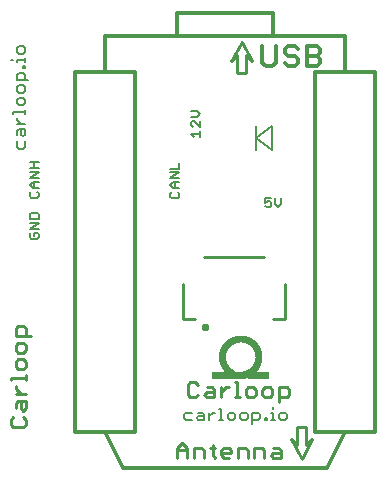
<source format=gto>
G75*
%MOIN*%
%OFA0B0*%
%FSLAX25Y25*%
%IPPOS*%
%LPD*%
%AMOC8*
5,1,8,0,0,1.08239X$1,22.5*
%
%ADD10C,0.01000*%
%ADD11C,0.00700*%
%ADD12C,0.00600*%
%ADD13C,0.01200*%
%ADD14C,0.01300*%
%ADD15C,0.01600*%
%ADD16C,0.00000*%
%ADD17C,0.00001*%
%ADD18C,0.00800*%
D10*
X0285919Y0214750D02*
X0285919Y0218086D01*
X0287587Y0219754D01*
X0289255Y0218086D01*
X0289255Y0214750D01*
X0291443Y0214750D02*
X0291443Y0218086D01*
X0293945Y0218086D01*
X0294779Y0217252D01*
X0294779Y0214750D01*
X0297802Y0215584D02*
X0298636Y0214750D01*
X0297802Y0215584D02*
X0297802Y0218920D01*
X0296968Y0218086D02*
X0298636Y0218086D01*
X0300651Y0217252D02*
X0301485Y0218086D01*
X0303153Y0218086D01*
X0303987Y0217252D01*
X0303987Y0216418D01*
X0300651Y0216418D01*
X0300651Y0215584D02*
X0300651Y0217252D01*
X0300651Y0215584D02*
X0301485Y0214750D01*
X0303153Y0214750D01*
X0306176Y0214750D02*
X0306176Y0218086D01*
X0308678Y0218086D01*
X0309512Y0217252D01*
X0309512Y0214750D01*
X0311701Y0214750D02*
X0311701Y0218086D01*
X0314203Y0218086D01*
X0315037Y0217252D01*
X0315037Y0214750D01*
X0317225Y0215584D02*
X0318059Y0216418D01*
X0320561Y0216418D01*
X0320561Y0217252D02*
X0320561Y0214750D01*
X0318059Y0214750D01*
X0317225Y0215584D01*
X0318059Y0218086D02*
X0319727Y0218086D01*
X0320561Y0217252D01*
X0324000Y0221000D02*
X0327500Y0214500D01*
X0331000Y0221000D01*
X0329000Y0219000D01*
X0329000Y0225000D01*
X0326000Y0225000D01*
X0326000Y0219000D01*
X0324000Y0221000D01*
X0319931Y0233332D02*
X0319931Y0238336D01*
X0322433Y0238336D01*
X0323267Y0237502D01*
X0323267Y0235834D01*
X0322433Y0235000D01*
X0319931Y0235000D01*
X0317742Y0235834D02*
X0316908Y0235000D01*
X0315240Y0235000D01*
X0314406Y0235834D01*
X0314406Y0237502D01*
X0315240Y0238336D01*
X0316908Y0238336D01*
X0317742Y0237502D01*
X0317742Y0235834D01*
X0312217Y0235834D02*
X0312217Y0237502D01*
X0311383Y0238336D01*
X0309715Y0238336D01*
X0308881Y0237502D01*
X0308881Y0235834D01*
X0309715Y0235000D01*
X0311383Y0235000D01*
X0312217Y0235834D01*
X0306866Y0235000D02*
X0305198Y0235000D01*
X0306032Y0235000D02*
X0306032Y0240004D01*
X0305198Y0240004D01*
X0303096Y0238336D02*
X0302262Y0238336D01*
X0300594Y0236668D01*
X0300594Y0235000D02*
X0300594Y0238336D01*
X0298406Y0237502D02*
X0298406Y0235000D01*
X0295903Y0235000D01*
X0295069Y0235834D01*
X0295903Y0236668D01*
X0298406Y0236668D01*
X0298406Y0237502D02*
X0297571Y0238336D01*
X0295903Y0238336D01*
X0292881Y0239170D02*
X0292047Y0240004D01*
X0290379Y0240004D01*
X0289545Y0239170D01*
X0289545Y0235834D01*
X0290379Y0235000D01*
X0292047Y0235000D01*
X0292881Y0235834D01*
X0289255Y0217252D02*
X0285919Y0217252D01*
X0235500Y0225879D02*
X0235500Y0227547D01*
X0234666Y0228381D01*
X0234666Y0230569D02*
X0233832Y0231403D01*
X0233832Y0233906D01*
X0232998Y0233906D02*
X0235500Y0233906D01*
X0235500Y0231403D01*
X0234666Y0230569D01*
X0232164Y0231403D02*
X0232164Y0233071D01*
X0232998Y0233906D01*
X0233832Y0236094D02*
X0232164Y0237762D01*
X0232164Y0238596D01*
X0232164Y0236094D02*
X0235500Y0236094D01*
X0235500Y0240698D02*
X0235500Y0242366D01*
X0235500Y0241532D02*
X0230496Y0241532D01*
X0230496Y0240698D01*
X0232998Y0244381D02*
X0234666Y0244381D01*
X0235500Y0245215D01*
X0235500Y0246883D01*
X0234666Y0247717D01*
X0232998Y0247717D01*
X0232164Y0246883D01*
X0232164Y0245215D01*
X0232998Y0244381D01*
X0232998Y0249906D02*
X0234666Y0249906D01*
X0235500Y0250740D01*
X0235500Y0252408D01*
X0234666Y0253242D01*
X0232998Y0253242D01*
X0232164Y0252408D01*
X0232164Y0250740D01*
X0232998Y0249906D01*
X0232164Y0255431D02*
X0232164Y0257933D01*
X0232998Y0258767D01*
X0234666Y0258767D01*
X0235500Y0257933D01*
X0235500Y0255431D01*
X0237168Y0255431D02*
X0232164Y0255431D01*
X0231330Y0228381D02*
X0230496Y0227547D01*
X0230496Y0225879D01*
X0231330Y0225045D01*
X0234666Y0225045D01*
X0235500Y0225879D01*
X0288000Y0261000D02*
X0288000Y0272799D01*
X0295000Y0281693D02*
X0315000Y0281693D01*
X0322000Y0272799D02*
X0322000Y0261000D01*
X0318000Y0261000D01*
X0292000Y0261000D02*
X0288000Y0261000D01*
X0306000Y0343000D02*
X0309000Y0343000D01*
X0309000Y0349000D01*
X0311000Y0347000D01*
X0307500Y0353500D01*
X0304000Y0347000D01*
X0306000Y0349000D01*
X0306000Y0343000D01*
D11*
X0236418Y0340584D02*
X0232615Y0340584D01*
X0232615Y0342486D01*
X0233248Y0343120D01*
X0234516Y0343120D01*
X0235150Y0342486D01*
X0235150Y0340584D01*
X0234516Y0338976D02*
X0233248Y0338976D01*
X0232615Y0338342D01*
X0232615Y0337074D01*
X0233248Y0336441D01*
X0234516Y0336441D01*
X0235150Y0337074D01*
X0235150Y0338342D01*
X0234516Y0338976D01*
X0234516Y0334833D02*
X0233248Y0334833D01*
X0232615Y0334199D01*
X0232615Y0332931D01*
X0233248Y0332297D01*
X0234516Y0332297D01*
X0235150Y0332931D01*
X0235150Y0334199D01*
X0234516Y0334833D01*
X0235150Y0330802D02*
X0235150Y0329535D01*
X0235150Y0330169D02*
X0231347Y0330169D01*
X0231347Y0329535D01*
X0232615Y0327983D02*
X0232615Y0327349D01*
X0233882Y0326082D01*
X0232615Y0326082D02*
X0235150Y0326082D01*
X0235150Y0324474D02*
X0235150Y0322572D01*
X0234516Y0321938D01*
X0233882Y0322572D01*
X0233882Y0324474D01*
X0233248Y0324474D02*
X0235150Y0324474D01*
X0233248Y0324474D02*
X0232615Y0323840D01*
X0232615Y0322572D01*
X0232615Y0320330D02*
X0232615Y0318429D01*
X0233248Y0317795D01*
X0234516Y0317795D01*
X0235150Y0318429D01*
X0235150Y0320330D01*
X0235150Y0344728D02*
X0235150Y0345362D01*
X0234516Y0345362D01*
X0234516Y0344728D01*
X0235150Y0344728D01*
X0235150Y0346799D02*
X0235150Y0348067D01*
X0235150Y0347433D02*
X0232615Y0347433D01*
X0232615Y0346799D01*
X0231347Y0347433D02*
X0230713Y0347433D01*
X0233248Y0349562D02*
X0234516Y0349562D01*
X0235150Y0350196D01*
X0235150Y0351463D01*
X0234516Y0352097D01*
X0233248Y0352097D01*
X0232615Y0351463D01*
X0232615Y0350196D01*
X0233248Y0349562D01*
X0288929Y0229885D02*
X0288295Y0229252D01*
X0288295Y0227984D01*
X0288929Y0227350D01*
X0290830Y0227350D01*
X0292438Y0227984D02*
X0293072Y0227350D01*
X0294974Y0227350D01*
X0294974Y0229252D01*
X0294340Y0229885D01*
X0293072Y0229885D01*
X0293072Y0228618D02*
X0294974Y0228618D01*
X0296582Y0228618D02*
X0297849Y0229885D01*
X0298483Y0229885D01*
X0296582Y0229885D02*
X0296582Y0227350D01*
X0300035Y0227350D02*
X0301302Y0227350D01*
X0300669Y0227350D02*
X0300669Y0231153D01*
X0300035Y0231153D01*
X0302797Y0229252D02*
X0302797Y0227984D01*
X0303431Y0227350D01*
X0304699Y0227350D01*
X0305333Y0227984D01*
X0305333Y0229252D01*
X0304699Y0229885D01*
X0303431Y0229885D01*
X0302797Y0229252D01*
X0306941Y0229252D02*
X0306941Y0227984D01*
X0307574Y0227350D01*
X0308842Y0227350D01*
X0309476Y0227984D01*
X0309476Y0229252D01*
X0308842Y0229885D01*
X0307574Y0229885D01*
X0306941Y0229252D01*
X0311084Y0229885D02*
X0311084Y0226082D01*
X0311084Y0227350D02*
X0312986Y0227350D01*
X0313620Y0227984D01*
X0313620Y0229252D01*
X0312986Y0229885D01*
X0311084Y0229885D01*
X0315228Y0227984D02*
X0315862Y0227984D01*
X0315862Y0227350D01*
X0315228Y0227350D01*
X0315228Y0227984D01*
X0317299Y0227350D02*
X0318567Y0227350D01*
X0317933Y0227350D02*
X0317933Y0229885D01*
X0317299Y0229885D01*
X0317933Y0231153D02*
X0317933Y0231787D01*
X0320062Y0229252D02*
X0320062Y0227984D01*
X0320696Y0227350D01*
X0321963Y0227350D01*
X0322597Y0227984D01*
X0322597Y0229252D01*
X0321963Y0229885D01*
X0320696Y0229885D01*
X0320062Y0229252D01*
X0293072Y0228618D02*
X0292438Y0227984D01*
X0290830Y0229885D02*
X0288929Y0229885D01*
D12*
X0239300Y0287856D02*
X0237298Y0287856D01*
X0236797Y0288356D01*
X0236797Y0289357D01*
X0237298Y0289857D01*
X0238299Y0289857D02*
X0238299Y0288856D01*
X0238299Y0289857D02*
X0239300Y0289857D01*
X0239800Y0289357D01*
X0239800Y0288356D01*
X0239300Y0287856D01*
X0239800Y0291170D02*
X0236797Y0291170D01*
X0239800Y0293172D01*
X0236797Y0293172D01*
X0236797Y0294485D02*
X0236797Y0295986D01*
X0237298Y0296487D01*
X0239300Y0296487D01*
X0239800Y0295986D01*
X0239800Y0294485D01*
X0236797Y0294485D01*
X0237298Y0301541D02*
X0239300Y0301541D01*
X0239800Y0302041D01*
X0239800Y0303042D01*
X0239300Y0303542D01*
X0239800Y0304855D02*
X0237798Y0304855D01*
X0236797Y0305856D01*
X0237798Y0306857D01*
X0239800Y0306857D01*
X0239800Y0308170D02*
X0236797Y0308170D01*
X0239800Y0310172D01*
X0236797Y0310172D01*
X0236797Y0311485D02*
X0239800Y0311485D01*
X0238299Y0311485D02*
X0238299Y0313487D01*
X0239800Y0313487D02*
X0236797Y0313487D01*
X0238299Y0306857D02*
X0238299Y0304855D01*
X0237298Y0303542D02*
X0236797Y0303042D01*
X0236797Y0302041D01*
X0237298Y0301541D01*
X0283697Y0301800D02*
X0284198Y0301300D01*
X0286200Y0301300D01*
X0286700Y0301800D01*
X0286700Y0302801D01*
X0286200Y0303302D01*
X0286700Y0304615D02*
X0284698Y0304615D01*
X0283697Y0305616D01*
X0284698Y0306617D01*
X0286700Y0306617D01*
X0286700Y0307930D02*
X0283697Y0307930D01*
X0286700Y0309931D01*
X0283697Y0309931D01*
X0283697Y0311244D02*
X0286700Y0311244D01*
X0286700Y0313246D01*
X0285199Y0306617D02*
X0285199Y0304615D01*
X0284198Y0303302D02*
X0283697Y0302801D01*
X0283697Y0301800D01*
X0291698Y0321856D02*
X0290697Y0322856D01*
X0293700Y0322856D01*
X0293700Y0321856D02*
X0293700Y0323857D01*
X0293700Y0325170D02*
X0291698Y0327172D01*
X0291198Y0327172D01*
X0290697Y0326672D01*
X0290697Y0325671D01*
X0291198Y0325170D01*
X0293700Y0325170D02*
X0293700Y0327172D01*
X0292699Y0328485D02*
X0293700Y0329486D01*
X0292699Y0330487D01*
X0290697Y0330487D01*
X0290697Y0328485D02*
X0292699Y0328485D01*
X0315300Y0301303D02*
X0315300Y0299801D01*
X0316301Y0300302D01*
X0316801Y0300302D01*
X0317302Y0299801D01*
X0317302Y0298800D01*
X0316801Y0298300D01*
X0315800Y0298300D01*
X0315300Y0298800D01*
X0315300Y0301303D02*
X0317302Y0301303D01*
X0318615Y0301303D02*
X0318615Y0299301D01*
X0319616Y0298300D01*
X0320617Y0299301D01*
X0320617Y0301303D01*
D13*
X0336000Y0211500D02*
X0268000Y0211500D01*
X0262000Y0223500D01*
X0252000Y0223500D01*
X0252000Y0343500D01*
X0262000Y0343500D01*
X0272000Y0343500D01*
X0272000Y0223500D01*
X0262000Y0223500D01*
X0332000Y0223500D02*
X0342000Y0223500D01*
X0352000Y0223500D01*
X0352000Y0343500D01*
X0342000Y0343500D01*
X0332000Y0343500D01*
X0332000Y0223500D01*
X0342000Y0223500D02*
X0336000Y0211500D01*
X0342000Y0343500D02*
X0342000Y0355500D01*
X0318000Y0355500D01*
X0318000Y0363000D01*
X0286000Y0363000D01*
X0286000Y0355500D01*
X0262000Y0355500D01*
X0262000Y0343500D01*
X0262000Y0355500D02*
X0342000Y0355500D01*
D14*
X0333603Y0350988D02*
X0333603Y0349870D01*
X0332485Y0348753D01*
X0329133Y0348753D01*
X0326237Y0347635D02*
X0326237Y0346518D01*
X0325119Y0345400D01*
X0322884Y0345400D01*
X0321766Y0346518D01*
X0322884Y0348753D02*
X0325119Y0348753D01*
X0326237Y0347635D01*
X0326237Y0350988D02*
X0325119Y0352106D01*
X0322884Y0352106D01*
X0321766Y0350988D01*
X0321766Y0349870D01*
X0322884Y0348753D01*
X0318870Y0346518D02*
X0318870Y0352106D01*
X0314400Y0352106D02*
X0314400Y0346518D01*
X0315518Y0345400D01*
X0317753Y0345400D01*
X0318870Y0346518D01*
X0329133Y0345400D02*
X0329133Y0352106D01*
X0332485Y0352106D01*
X0333603Y0350988D01*
X0332485Y0348753D02*
X0333603Y0347635D01*
X0333603Y0346518D01*
X0332485Y0345400D01*
X0329133Y0345400D01*
D15*
X0294903Y0258500D02*
X0294905Y0258540D01*
X0294911Y0258580D01*
X0294921Y0258620D01*
X0294934Y0258658D01*
X0294952Y0258694D01*
X0294972Y0258729D01*
X0294997Y0258761D01*
X0295024Y0258791D01*
X0295054Y0258818D01*
X0295086Y0258843D01*
X0295121Y0258863D01*
X0295157Y0258881D01*
X0295195Y0258894D01*
X0295235Y0258904D01*
X0295275Y0258910D01*
X0295315Y0258912D01*
X0295355Y0258910D01*
X0295395Y0258904D01*
X0295435Y0258894D01*
X0295473Y0258881D01*
X0295509Y0258863D01*
X0295544Y0258843D01*
X0295576Y0258818D01*
X0295606Y0258791D01*
X0295633Y0258761D01*
X0295658Y0258729D01*
X0295678Y0258694D01*
X0295696Y0258658D01*
X0295709Y0258620D01*
X0295719Y0258580D01*
X0295725Y0258540D01*
X0295727Y0258500D01*
X0295725Y0258460D01*
X0295719Y0258420D01*
X0295709Y0258380D01*
X0295696Y0258342D01*
X0295678Y0258306D01*
X0295658Y0258271D01*
X0295633Y0258239D01*
X0295606Y0258209D01*
X0295576Y0258182D01*
X0295544Y0258157D01*
X0295509Y0258137D01*
X0295473Y0258119D01*
X0295435Y0258106D01*
X0295395Y0258096D01*
X0295355Y0258090D01*
X0295315Y0258088D01*
X0295275Y0258090D01*
X0295235Y0258096D01*
X0295195Y0258106D01*
X0295157Y0258119D01*
X0295121Y0258137D01*
X0295086Y0258157D01*
X0295054Y0258182D01*
X0295024Y0258209D01*
X0294997Y0258239D01*
X0294972Y0258271D01*
X0294952Y0258306D01*
X0294934Y0258342D01*
X0294921Y0258380D01*
X0294911Y0258420D01*
X0294905Y0258460D01*
X0294903Y0258500D01*
D16*
X0301320Y0252627D02*
X0300746Y0251693D01*
X0300322Y0250669D01*
X0300068Y0249611D01*
X0299980Y0248497D01*
X0300054Y0247465D01*
X0300278Y0246455D01*
X0300650Y0245491D01*
X0301162Y0244591D01*
X0301800Y0243777D01*
X0304900Y0243777D01*
X0303880Y0244383D01*
X0303024Y0245205D01*
X0302378Y0246201D01*
X0301976Y0247317D01*
X0301840Y0248497D01*
X0302092Y0250091D01*
X0302828Y0251527D01*
X0303970Y0252669D01*
X0305406Y0253405D01*
X0307000Y0253657D01*
X0308594Y0253405D01*
X0310030Y0252669D01*
X0311172Y0251527D01*
X0311908Y0250091D01*
X0312160Y0248497D01*
X0311908Y0246903D01*
X0311172Y0245467D01*
X0310030Y0244325D01*
X0308594Y0243589D01*
X0307000Y0243337D01*
X0297740Y0243337D01*
X0297740Y0241477D01*
X0307000Y0241477D01*
X0308112Y0241565D01*
X0309170Y0241819D01*
X0310194Y0242243D01*
X0311128Y0242817D01*
X0311966Y0243533D01*
X0312682Y0244371D01*
X0313256Y0245305D01*
X0313680Y0246329D01*
X0313934Y0247387D01*
X0314022Y0248501D01*
X0313934Y0249613D01*
X0313680Y0250671D01*
X0313256Y0251695D01*
X0312682Y0252629D01*
X0311966Y0253467D01*
X0311128Y0254183D01*
X0310194Y0254757D01*
X0309170Y0255181D01*
X0308112Y0255435D01*
X0306998Y0255523D01*
X0307002Y0255521D01*
X0305890Y0255433D01*
X0304832Y0255179D01*
X0303808Y0254755D01*
X0302874Y0254181D01*
X0302036Y0253465D01*
X0301320Y0252627D01*
X0310854Y0242033D02*
X0311374Y0242375D01*
X0311864Y0242759D01*
X0312322Y0243181D01*
X0312354Y0243213D01*
X0312386Y0243245D01*
X0312418Y0243277D01*
X0312450Y0243309D01*
X0312482Y0243341D01*
X0312480Y0243343D01*
X0316260Y0243343D01*
X0316260Y0241483D01*
X0309740Y0241483D01*
X0310308Y0241735D01*
X0310854Y0242033D01*
D17*
X0310855Y0242033D02*
X0316260Y0242033D01*
X0316260Y0242032D02*
X0310853Y0242032D01*
X0310851Y0242031D02*
X0316260Y0242031D01*
X0310849Y0242031D01*
X0310848Y0242030D02*
X0316260Y0242030D01*
X0316260Y0242029D02*
X0310846Y0242029D01*
X0310844Y0242028D02*
X0316260Y0242028D01*
X0316260Y0242027D02*
X0310842Y0242027D01*
X0310840Y0242026D02*
X0316260Y0242026D01*
X0316260Y0242025D02*
X0310839Y0242025D01*
X0310837Y0242024D02*
X0316260Y0242024D01*
X0316260Y0242023D02*
X0310835Y0242023D01*
X0310833Y0242022D02*
X0316260Y0242022D01*
X0316260Y0242021D02*
X0310831Y0242021D01*
X0310830Y0242020D02*
X0316260Y0242020D01*
X0316260Y0242019D02*
X0310828Y0242019D01*
X0310826Y0242018D02*
X0316260Y0242018D01*
X0316260Y0242017D02*
X0310824Y0242017D01*
X0310822Y0242016D02*
X0316260Y0242016D01*
X0316260Y0242015D02*
X0310821Y0242015D01*
X0310819Y0242014D02*
X0316260Y0242014D01*
X0316260Y0242013D02*
X0310817Y0242013D01*
X0310815Y0242012D02*
X0316260Y0242012D01*
X0316260Y0242011D02*
X0310813Y0242011D01*
X0310812Y0242010D02*
X0316260Y0242010D01*
X0316260Y0242009D02*
X0310810Y0242009D01*
X0310808Y0242008D02*
X0316260Y0242008D01*
X0316260Y0242007D02*
X0310806Y0242007D01*
X0310804Y0242006D02*
X0316260Y0242006D01*
X0316260Y0242005D02*
X0310803Y0242005D01*
X0310801Y0242004D02*
X0316260Y0242004D01*
X0316260Y0242003D02*
X0310799Y0242003D01*
X0310797Y0242002D02*
X0316260Y0242002D01*
X0316260Y0242001D02*
X0310795Y0242001D01*
X0310794Y0242000D02*
X0316260Y0242000D01*
X0316260Y0241999D02*
X0310792Y0241999D01*
X0310790Y0241998D02*
X0316260Y0241998D01*
X0316260Y0241997D02*
X0310788Y0241997D01*
X0310786Y0241996D02*
X0316260Y0241996D01*
X0316260Y0241995D02*
X0310785Y0241995D01*
X0310783Y0241994D02*
X0316260Y0241994D01*
X0316260Y0241993D02*
X0310781Y0241993D01*
X0310779Y0241992D02*
X0316260Y0241992D01*
X0316260Y0241991D02*
X0310777Y0241991D01*
X0310776Y0241990D02*
X0316260Y0241990D01*
X0316260Y0241989D02*
X0310774Y0241989D01*
X0310772Y0241988D02*
X0316260Y0241988D01*
X0316260Y0241987D02*
X0310770Y0241987D01*
X0310768Y0241986D02*
X0316260Y0241986D01*
X0316260Y0241985D02*
X0310766Y0241985D01*
X0310765Y0241984D02*
X0316260Y0241984D01*
X0316260Y0241983D02*
X0310763Y0241983D01*
X0310761Y0241982D02*
X0316260Y0241982D01*
X0316260Y0241981D02*
X0310759Y0241981D01*
X0310757Y0241980D02*
X0316260Y0241980D01*
X0316260Y0241979D02*
X0310756Y0241979D01*
X0310754Y0241978D02*
X0316260Y0241978D01*
X0316260Y0241977D02*
X0310752Y0241977D01*
X0310750Y0241976D02*
X0316260Y0241976D01*
X0316260Y0241975D02*
X0310748Y0241975D01*
X0310747Y0241974D02*
X0316260Y0241974D01*
X0316260Y0241973D02*
X0310745Y0241973D01*
X0310743Y0241972D02*
X0316260Y0241972D01*
X0316260Y0241971D02*
X0310741Y0241971D01*
X0310739Y0241970D02*
X0316260Y0241970D01*
X0316260Y0241969D02*
X0310738Y0241969D01*
X0310736Y0241969D02*
X0316260Y0241969D01*
X0316260Y0241968D02*
X0310734Y0241968D01*
X0310732Y0241967D02*
X0316260Y0241967D01*
X0316260Y0241966D02*
X0310730Y0241966D01*
X0310729Y0241965D02*
X0316260Y0241965D01*
X0316260Y0241964D02*
X0310727Y0241964D01*
X0310725Y0241963D02*
X0316260Y0241963D01*
X0316260Y0241962D02*
X0310723Y0241962D01*
X0310721Y0241961D02*
X0316260Y0241961D01*
X0316260Y0241960D02*
X0310720Y0241960D01*
X0310718Y0241959D02*
X0316260Y0241959D01*
X0316260Y0241958D02*
X0310716Y0241958D01*
X0310714Y0241957D02*
X0316260Y0241957D01*
X0316260Y0241956D02*
X0310712Y0241956D01*
X0310711Y0241955D02*
X0316260Y0241955D01*
X0316260Y0241954D02*
X0310709Y0241954D01*
X0310707Y0241953D02*
X0316260Y0241953D01*
X0316260Y0241952D02*
X0310705Y0241952D01*
X0310703Y0241951D02*
X0316260Y0241951D01*
X0316260Y0241950D02*
X0310702Y0241950D01*
X0310700Y0241949D02*
X0316260Y0241949D01*
X0316260Y0241948D02*
X0310698Y0241948D01*
X0310696Y0241947D02*
X0316260Y0241947D01*
X0316260Y0241946D02*
X0310694Y0241946D01*
X0310693Y0241945D02*
X0316260Y0241945D01*
X0316260Y0241944D02*
X0310691Y0241944D01*
X0310689Y0241943D02*
X0316260Y0241943D01*
X0316260Y0241942D02*
X0310687Y0241942D01*
X0310685Y0241941D02*
X0316260Y0241941D01*
X0316260Y0241940D02*
X0310684Y0241940D01*
X0310682Y0241939D02*
X0316260Y0241939D01*
X0316260Y0241938D02*
X0310680Y0241938D01*
X0310678Y0241937D02*
X0316260Y0241937D01*
X0316260Y0241936D02*
X0310676Y0241936D01*
X0310675Y0241935D02*
X0316260Y0241935D01*
X0316260Y0241934D02*
X0310673Y0241934D01*
X0310671Y0241933D02*
X0316260Y0241933D01*
X0316260Y0241932D02*
X0310669Y0241932D01*
X0310667Y0241931D02*
X0316260Y0241931D01*
X0316260Y0241930D02*
X0310666Y0241930D01*
X0310664Y0241929D02*
X0316260Y0241929D01*
X0316260Y0241928D02*
X0310662Y0241928D01*
X0310660Y0241927D02*
X0316260Y0241927D01*
X0316260Y0241926D02*
X0310658Y0241926D01*
X0310656Y0241925D02*
X0316260Y0241925D01*
X0316260Y0241924D02*
X0310655Y0241924D01*
X0310653Y0241923D02*
X0316260Y0241923D01*
X0316260Y0241922D02*
X0310651Y0241922D01*
X0310649Y0241921D02*
X0316260Y0241921D01*
X0316260Y0241920D02*
X0310647Y0241920D01*
X0310646Y0241919D02*
X0316260Y0241919D01*
X0316260Y0241918D02*
X0310644Y0241918D01*
X0310642Y0241917D02*
X0316260Y0241917D01*
X0316260Y0241916D02*
X0310640Y0241916D01*
X0310638Y0241915D02*
X0316260Y0241915D01*
X0316260Y0241914D02*
X0310637Y0241914D01*
X0310635Y0241913D02*
X0316260Y0241913D01*
X0316260Y0241912D02*
X0310633Y0241912D01*
X0310631Y0241911D02*
X0316260Y0241911D01*
X0316260Y0241910D02*
X0310629Y0241910D01*
X0310628Y0241909D02*
X0316260Y0241909D01*
X0316260Y0241908D02*
X0310626Y0241908D01*
X0310624Y0241907D02*
X0316260Y0241907D01*
X0316260Y0241906D02*
X0310622Y0241906D01*
X0310620Y0241906D02*
X0316260Y0241906D01*
X0316260Y0241905D02*
X0310619Y0241905D01*
X0310617Y0241904D02*
X0316260Y0241904D01*
X0316260Y0241903D02*
X0310615Y0241903D01*
X0310613Y0241902D02*
X0316260Y0241902D01*
X0316260Y0241901D02*
X0310611Y0241901D01*
X0310610Y0241900D02*
X0316260Y0241900D01*
X0316260Y0241899D02*
X0310608Y0241899D01*
X0310606Y0241898D02*
X0316260Y0241898D01*
X0316260Y0241897D02*
X0310604Y0241897D01*
X0310602Y0241896D02*
X0316260Y0241896D01*
X0316260Y0241895D02*
X0310601Y0241895D01*
X0310599Y0241894D02*
X0316260Y0241894D01*
X0316260Y0241893D02*
X0310597Y0241893D01*
X0310595Y0241892D02*
X0316260Y0241892D01*
X0316260Y0241891D02*
X0310593Y0241891D01*
X0310592Y0241890D02*
X0316260Y0241890D01*
X0316260Y0241889D02*
X0310590Y0241889D01*
X0310588Y0241888D02*
X0316260Y0241888D01*
X0316260Y0241887D02*
X0310586Y0241887D01*
X0310584Y0241886D02*
X0316260Y0241886D01*
X0316260Y0241885D02*
X0310583Y0241885D01*
X0310581Y0241884D02*
X0316260Y0241884D01*
X0316260Y0241883D02*
X0310579Y0241883D01*
X0310577Y0241882D02*
X0316260Y0241882D01*
X0316260Y0241881D02*
X0310575Y0241881D01*
X0310574Y0241880D02*
X0316260Y0241880D01*
X0316260Y0241879D02*
X0310572Y0241879D01*
X0310570Y0241878D02*
X0316260Y0241878D01*
X0316260Y0241877D02*
X0310568Y0241877D01*
X0310566Y0241876D02*
X0316260Y0241876D01*
X0316260Y0241875D02*
X0310565Y0241875D01*
X0310563Y0241874D02*
X0316260Y0241874D01*
X0316260Y0241873D02*
X0310561Y0241873D01*
X0310559Y0241872D02*
X0316260Y0241872D01*
X0316260Y0241871D02*
X0310557Y0241871D01*
X0310555Y0241870D02*
X0316260Y0241870D01*
X0316260Y0241869D02*
X0310554Y0241869D01*
X0310552Y0241868D02*
X0316260Y0241868D01*
X0316260Y0241867D02*
X0310550Y0241867D01*
X0310548Y0241866D02*
X0316260Y0241866D01*
X0316260Y0241865D02*
X0310546Y0241865D01*
X0310545Y0241864D02*
X0316260Y0241864D01*
X0316260Y0241863D02*
X0310543Y0241863D01*
X0310541Y0241862D02*
X0316260Y0241862D01*
X0316260Y0241861D02*
X0310539Y0241861D01*
X0310537Y0241860D02*
X0316260Y0241860D01*
X0316260Y0241859D02*
X0310536Y0241859D01*
X0310534Y0241858D02*
X0316260Y0241858D01*
X0316260Y0241857D02*
X0310532Y0241857D01*
X0310530Y0241856D02*
X0316260Y0241856D01*
X0316260Y0241855D02*
X0310528Y0241855D01*
X0310527Y0241854D02*
X0316260Y0241854D01*
X0316260Y0241853D02*
X0310525Y0241853D01*
X0310523Y0241852D02*
X0316260Y0241852D01*
X0316260Y0241851D02*
X0310521Y0241851D01*
X0310519Y0241850D02*
X0316260Y0241850D01*
X0316260Y0241849D02*
X0310518Y0241849D01*
X0310516Y0241848D02*
X0316260Y0241848D01*
X0316260Y0241847D02*
X0310514Y0241847D01*
X0310512Y0241846D02*
X0316260Y0241846D01*
X0316260Y0241845D02*
X0310510Y0241845D01*
X0310509Y0241844D02*
X0316260Y0241844D01*
X0310507Y0241844D01*
X0310505Y0241843D02*
X0316260Y0241843D01*
X0316260Y0241842D02*
X0310503Y0241842D01*
X0310501Y0241841D02*
X0316260Y0241841D01*
X0316260Y0241840D02*
X0310500Y0241840D01*
X0310498Y0241839D02*
X0316260Y0241839D01*
X0316260Y0241838D02*
X0310496Y0241838D01*
X0310494Y0241837D02*
X0316260Y0241837D01*
X0316260Y0241836D02*
X0310492Y0241836D01*
X0310491Y0241835D02*
X0316260Y0241835D01*
X0316260Y0241834D02*
X0310489Y0241834D01*
X0310487Y0241833D02*
X0316260Y0241833D01*
X0316260Y0241832D02*
X0310485Y0241832D01*
X0310483Y0241831D02*
X0316260Y0241831D01*
X0316260Y0241830D02*
X0310482Y0241830D01*
X0310480Y0241829D02*
X0316260Y0241829D01*
X0316260Y0241828D02*
X0310478Y0241828D01*
X0310476Y0241827D02*
X0316260Y0241827D01*
X0316260Y0241826D02*
X0310474Y0241826D01*
X0310473Y0241825D02*
X0316260Y0241825D01*
X0316260Y0241824D02*
X0310471Y0241824D01*
X0310469Y0241823D02*
X0316260Y0241823D01*
X0316260Y0241822D02*
X0310467Y0241822D01*
X0310465Y0241821D02*
X0316260Y0241821D01*
X0316260Y0241820D02*
X0310464Y0241820D01*
X0310462Y0241819D02*
X0316260Y0241819D01*
X0316260Y0241818D02*
X0310460Y0241818D01*
X0310458Y0241817D02*
X0316260Y0241817D01*
X0316260Y0241816D02*
X0310456Y0241816D01*
X0310455Y0241815D02*
X0316260Y0241815D01*
X0316260Y0241814D02*
X0310453Y0241814D01*
X0310451Y0241813D02*
X0316260Y0241813D01*
X0316260Y0241812D02*
X0310449Y0241812D01*
X0310447Y0241811D02*
X0316260Y0241811D01*
X0316260Y0241810D02*
X0310445Y0241810D01*
X0310444Y0241809D02*
X0316260Y0241809D01*
X0316260Y0241808D02*
X0310442Y0241808D01*
X0310440Y0241807D02*
X0316260Y0241807D01*
X0316260Y0241806D02*
X0310438Y0241806D01*
X0310436Y0241805D02*
X0316260Y0241805D01*
X0316260Y0241804D02*
X0310435Y0241804D01*
X0310433Y0241803D02*
X0316260Y0241803D01*
X0316260Y0241802D02*
X0310431Y0241802D01*
X0310429Y0241801D02*
X0316260Y0241801D01*
X0316260Y0241800D02*
X0310427Y0241800D01*
X0310426Y0241799D02*
X0316260Y0241799D01*
X0316260Y0241798D02*
X0310424Y0241798D01*
X0310422Y0241797D02*
X0316260Y0241797D01*
X0316260Y0241796D02*
X0310420Y0241796D01*
X0310418Y0241795D02*
X0316260Y0241795D01*
X0316260Y0241794D02*
X0310417Y0241794D01*
X0310415Y0241793D02*
X0316260Y0241793D01*
X0316260Y0241792D02*
X0310413Y0241792D01*
X0310411Y0241791D02*
X0316260Y0241791D01*
X0316260Y0241790D02*
X0310409Y0241790D01*
X0310408Y0241789D02*
X0316260Y0241789D01*
X0316260Y0241788D02*
X0310406Y0241788D01*
X0310404Y0241787D02*
X0316260Y0241787D01*
X0316260Y0241786D02*
X0310402Y0241786D01*
X0310400Y0241785D02*
X0316260Y0241785D01*
X0316260Y0241784D02*
X0310399Y0241784D01*
X0310397Y0241783D02*
X0316260Y0241783D01*
X0316260Y0241782D02*
X0310395Y0241782D01*
X0310393Y0241781D02*
X0316260Y0241781D01*
X0310391Y0241781D01*
X0310390Y0241780D02*
X0316260Y0241780D01*
X0316260Y0241779D02*
X0310388Y0241779D01*
X0310386Y0241778D02*
X0316260Y0241778D01*
X0316260Y0241777D02*
X0310384Y0241777D01*
X0310382Y0241776D02*
X0316260Y0241776D01*
X0316260Y0241775D02*
X0310381Y0241775D01*
X0310379Y0241774D02*
X0316260Y0241774D01*
X0316260Y0241773D02*
X0310377Y0241773D01*
X0310375Y0241772D02*
X0316260Y0241772D01*
X0316260Y0241771D02*
X0310373Y0241771D01*
X0310372Y0241770D02*
X0316260Y0241770D01*
X0316260Y0241769D02*
X0310370Y0241769D01*
X0310368Y0241768D02*
X0316260Y0241768D01*
X0316260Y0241767D02*
X0310366Y0241767D01*
X0310364Y0241766D02*
X0316260Y0241766D01*
X0316260Y0241765D02*
X0310363Y0241765D01*
X0310361Y0241764D02*
X0316260Y0241764D01*
X0316260Y0241763D02*
X0310359Y0241763D01*
X0310357Y0241762D02*
X0316260Y0241762D01*
X0316260Y0241761D02*
X0310355Y0241761D01*
X0310354Y0241760D02*
X0316260Y0241760D01*
X0316260Y0241759D02*
X0310352Y0241759D01*
X0310350Y0241758D02*
X0316260Y0241758D01*
X0316260Y0241757D02*
X0310348Y0241757D01*
X0310346Y0241756D02*
X0316260Y0241756D01*
X0316260Y0241755D02*
X0310345Y0241755D01*
X0310343Y0241754D02*
X0316260Y0241754D01*
X0316260Y0241753D02*
X0310341Y0241753D01*
X0310339Y0241752D02*
X0316260Y0241752D01*
X0316260Y0241751D02*
X0310337Y0241751D01*
X0310335Y0241750D02*
X0316260Y0241750D01*
X0316260Y0241749D02*
X0310334Y0241749D01*
X0310332Y0241748D02*
X0316260Y0241748D01*
X0316260Y0241747D02*
X0310330Y0241747D01*
X0310328Y0241746D02*
X0316260Y0241746D01*
X0316260Y0241745D02*
X0310326Y0241745D01*
X0310325Y0241744D02*
X0316260Y0241744D01*
X0316260Y0241743D02*
X0310323Y0241743D01*
X0310321Y0241742D02*
X0316260Y0241742D01*
X0316260Y0241741D02*
X0310319Y0241741D01*
X0310317Y0241740D02*
X0316260Y0241740D01*
X0316260Y0241739D02*
X0310316Y0241739D01*
X0310314Y0241738D02*
X0316260Y0241738D01*
X0316260Y0241737D02*
X0310312Y0241737D01*
X0310310Y0241736D02*
X0316260Y0241736D01*
X0316260Y0241735D02*
X0310308Y0241735D01*
X0310306Y0241734D02*
X0316260Y0241734D01*
X0316260Y0241733D02*
X0310304Y0241733D01*
X0310302Y0241732D02*
X0316260Y0241732D01*
X0316260Y0241731D02*
X0310300Y0241731D01*
X0310297Y0241730D02*
X0316260Y0241730D01*
X0316260Y0241729D02*
X0310295Y0241729D01*
X0310293Y0241728D02*
X0316260Y0241728D01*
X0316260Y0241727D02*
X0310291Y0241727D01*
X0310289Y0241726D02*
X0316260Y0241726D01*
X0316260Y0241725D02*
X0310286Y0241725D01*
X0310284Y0241724D02*
X0316260Y0241724D01*
X0316260Y0241723D02*
X0310282Y0241723D01*
X0310280Y0241722D02*
X0316260Y0241722D01*
X0316260Y0241721D02*
X0310277Y0241721D01*
X0310275Y0241720D02*
X0316260Y0241720D01*
X0316260Y0241719D02*
X0310273Y0241719D01*
X0310271Y0241719D02*
X0316260Y0241719D01*
X0316260Y0241718D02*
X0310269Y0241718D01*
X0310266Y0241717D02*
X0316260Y0241717D01*
X0316260Y0241716D02*
X0310264Y0241716D01*
X0310262Y0241715D02*
X0316260Y0241715D01*
X0316260Y0241714D02*
X0310260Y0241714D01*
X0310258Y0241713D02*
X0316260Y0241713D01*
X0316260Y0241712D02*
X0310255Y0241712D01*
X0310253Y0241711D02*
X0316260Y0241711D01*
X0316260Y0241710D02*
X0310251Y0241710D01*
X0310249Y0241709D02*
X0316260Y0241709D01*
X0316260Y0241708D02*
X0310246Y0241708D01*
X0310244Y0241707D02*
X0316260Y0241707D01*
X0316260Y0241706D02*
X0310242Y0241706D01*
X0310240Y0241705D02*
X0316260Y0241705D01*
X0316260Y0241704D02*
X0310238Y0241704D01*
X0310235Y0241703D02*
X0316260Y0241703D01*
X0316260Y0241702D02*
X0310233Y0241702D01*
X0310231Y0241701D02*
X0316260Y0241701D01*
X0316260Y0241700D02*
X0310229Y0241700D01*
X0310226Y0241699D02*
X0316260Y0241699D01*
X0316260Y0241698D02*
X0310224Y0241698D01*
X0310222Y0241697D02*
X0316260Y0241697D01*
X0316260Y0241696D02*
X0310220Y0241696D01*
X0310218Y0241695D02*
X0316260Y0241695D01*
X0316260Y0241694D02*
X0310215Y0241694D01*
X0310213Y0241693D02*
X0316260Y0241693D01*
X0316260Y0241692D02*
X0310211Y0241692D01*
X0310209Y0241691D02*
X0316260Y0241691D01*
X0316260Y0241690D02*
X0310206Y0241690D01*
X0310204Y0241689D02*
X0316260Y0241689D01*
X0316260Y0241688D02*
X0310202Y0241688D01*
X0310200Y0241687D02*
X0316260Y0241687D01*
X0316260Y0241686D02*
X0310198Y0241686D01*
X0310195Y0241685D02*
X0316260Y0241685D01*
X0316260Y0241684D02*
X0310193Y0241684D01*
X0310191Y0241683D02*
X0316260Y0241683D01*
X0316260Y0241682D02*
X0310189Y0241682D01*
X0310187Y0241681D02*
X0316260Y0241681D01*
X0316260Y0241680D02*
X0310184Y0241680D01*
X0310182Y0241679D02*
X0316260Y0241679D01*
X0316260Y0241678D02*
X0310180Y0241678D01*
X0310178Y0241677D02*
X0316260Y0241677D01*
X0316260Y0241676D02*
X0310175Y0241676D01*
X0310173Y0241675D02*
X0316260Y0241675D01*
X0316260Y0241674D02*
X0310171Y0241674D01*
X0310169Y0241673D02*
X0316260Y0241673D01*
X0316260Y0241672D02*
X0310167Y0241672D01*
X0310164Y0241671D02*
X0316260Y0241671D01*
X0316260Y0241670D02*
X0310162Y0241670D01*
X0310160Y0241669D02*
X0316260Y0241669D01*
X0316260Y0241668D02*
X0310158Y0241668D01*
X0310155Y0241667D02*
X0316260Y0241667D01*
X0316260Y0241666D02*
X0310153Y0241666D01*
X0310151Y0241665D02*
X0316260Y0241665D01*
X0316260Y0241664D02*
X0310149Y0241664D01*
X0310147Y0241663D02*
X0316260Y0241663D01*
X0316260Y0241662D02*
X0310144Y0241662D01*
X0310142Y0241661D02*
X0316260Y0241661D01*
X0316260Y0241660D02*
X0310140Y0241660D01*
X0310138Y0241659D02*
X0316260Y0241659D01*
X0316260Y0241658D02*
X0310135Y0241658D01*
X0310133Y0241657D02*
X0316260Y0241657D01*
X0316260Y0241656D02*
X0310131Y0241656D01*
X0310129Y0241656D02*
X0316260Y0241656D01*
X0316260Y0241655D02*
X0310127Y0241655D01*
X0310124Y0241654D02*
X0316260Y0241654D01*
X0316260Y0241653D02*
X0310122Y0241653D01*
X0310120Y0241652D02*
X0316260Y0241652D01*
X0316260Y0241651D02*
X0310118Y0241651D01*
X0310116Y0241650D02*
X0316260Y0241650D01*
X0316260Y0241649D02*
X0310113Y0241649D01*
X0310111Y0241648D02*
X0316260Y0241648D01*
X0316260Y0241647D02*
X0310109Y0241647D01*
X0310107Y0241646D02*
X0316260Y0241646D01*
X0316260Y0241645D02*
X0310104Y0241645D01*
X0310102Y0241644D02*
X0316260Y0241644D01*
X0316260Y0241643D02*
X0310100Y0241643D01*
X0310098Y0241642D02*
X0316260Y0241642D01*
X0316260Y0241641D02*
X0310096Y0241641D01*
X0310093Y0241640D02*
X0316260Y0241640D01*
X0316260Y0241639D02*
X0310091Y0241639D01*
X0310089Y0241638D02*
X0316260Y0241638D01*
X0316260Y0241637D02*
X0310087Y0241637D01*
X0310084Y0241636D02*
X0316260Y0241636D01*
X0316260Y0241635D02*
X0310082Y0241635D01*
X0310080Y0241634D02*
X0316260Y0241634D01*
X0316260Y0241633D02*
X0310078Y0241633D01*
X0310076Y0241632D02*
X0316260Y0241632D01*
X0316260Y0241631D02*
X0310073Y0241631D01*
X0310071Y0241630D02*
X0316260Y0241630D01*
X0316260Y0241629D02*
X0310069Y0241629D01*
X0310067Y0241628D02*
X0316260Y0241628D01*
X0316260Y0241627D02*
X0310065Y0241627D01*
X0310062Y0241626D02*
X0316260Y0241626D01*
X0316260Y0241625D02*
X0310060Y0241625D01*
X0310058Y0241624D02*
X0316260Y0241624D01*
X0316260Y0241623D02*
X0310056Y0241623D01*
X0310053Y0241622D02*
X0316260Y0241622D01*
X0316260Y0241621D02*
X0310051Y0241621D01*
X0310049Y0241620D02*
X0316260Y0241620D01*
X0316260Y0241619D02*
X0310047Y0241619D01*
X0310045Y0241618D02*
X0316260Y0241618D01*
X0316260Y0241617D02*
X0310042Y0241617D01*
X0310040Y0241616D02*
X0316260Y0241616D01*
X0316260Y0241615D02*
X0310038Y0241615D01*
X0310036Y0241614D02*
X0316260Y0241614D01*
X0316260Y0241613D02*
X0310033Y0241613D01*
X0310031Y0241612D02*
X0316260Y0241612D01*
X0316260Y0241611D02*
X0310029Y0241611D01*
X0310027Y0241610D02*
X0316260Y0241610D01*
X0316260Y0241609D02*
X0310025Y0241609D01*
X0310022Y0241608D02*
X0316260Y0241608D01*
X0316260Y0241607D02*
X0310020Y0241607D01*
X0310018Y0241606D02*
X0316260Y0241606D01*
X0316260Y0241605D02*
X0310016Y0241605D01*
X0310013Y0241604D02*
X0316260Y0241604D01*
X0316260Y0241603D02*
X0310011Y0241603D01*
X0310009Y0241602D02*
X0316260Y0241602D01*
X0316260Y0241601D02*
X0310007Y0241601D01*
X0310005Y0241600D02*
X0316260Y0241600D01*
X0316260Y0241599D02*
X0310002Y0241599D01*
X0310000Y0241598D02*
X0316260Y0241598D01*
X0316260Y0241597D02*
X0309998Y0241597D01*
X0309996Y0241596D02*
X0316260Y0241596D01*
X0316260Y0241595D02*
X0309994Y0241595D01*
X0309991Y0241594D02*
X0316260Y0241594D01*
X0309989Y0241594D01*
X0309987Y0241593D02*
X0316260Y0241593D01*
X0316260Y0241592D02*
X0309985Y0241592D01*
X0309982Y0241591D02*
X0316260Y0241591D01*
X0316260Y0241590D02*
X0309980Y0241590D01*
X0309978Y0241589D02*
X0316260Y0241589D01*
X0316260Y0241588D02*
X0309976Y0241588D01*
X0309974Y0241587D02*
X0316260Y0241587D01*
X0316260Y0241586D02*
X0309971Y0241586D01*
X0309969Y0241585D02*
X0316260Y0241585D01*
X0316260Y0241584D02*
X0309967Y0241584D01*
X0309965Y0241583D02*
X0316260Y0241583D01*
X0316260Y0241582D02*
X0309962Y0241582D01*
X0309960Y0241581D02*
X0316260Y0241581D01*
X0316260Y0241580D02*
X0309958Y0241580D01*
X0309956Y0241579D02*
X0316260Y0241579D01*
X0316260Y0241578D02*
X0309954Y0241578D01*
X0309951Y0241577D02*
X0316260Y0241577D01*
X0316260Y0241576D02*
X0309949Y0241576D01*
X0309947Y0241575D02*
X0316260Y0241575D01*
X0316260Y0241574D02*
X0309945Y0241574D01*
X0309942Y0241573D02*
X0316260Y0241573D01*
X0316260Y0241572D02*
X0309940Y0241572D01*
X0309938Y0241571D02*
X0316260Y0241571D01*
X0316260Y0241570D02*
X0309936Y0241570D01*
X0309934Y0241569D02*
X0316260Y0241569D01*
X0316260Y0241568D02*
X0309931Y0241568D01*
X0309929Y0241567D02*
X0316260Y0241567D01*
X0316260Y0241566D02*
X0309927Y0241566D01*
X0309925Y0241565D02*
X0316260Y0241565D01*
X0316260Y0241564D02*
X0309923Y0241564D01*
X0309920Y0241563D02*
X0316260Y0241563D01*
X0316260Y0241562D02*
X0309918Y0241562D01*
X0309916Y0241561D02*
X0316260Y0241561D01*
X0316260Y0241560D02*
X0309914Y0241560D01*
X0309911Y0241559D02*
X0316260Y0241559D01*
X0316260Y0241558D02*
X0309909Y0241558D01*
X0309907Y0241557D02*
X0316260Y0241557D01*
X0316260Y0241556D02*
X0309905Y0241556D01*
X0309903Y0241555D02*
X0316260Y0241555D01*
X0316260Y0241554D02*
X0309900Y0241554D01*
X0309898Y0241553D02*
X0316260Y0241553D01*
X0316260Y0241552D02*
X0309896Y0241552D01*
X0309894Y0241551D02*
X0316260Y0241551D01*
X0316260Y0241550D02*
X0309891Y0241550D01*
X0309889Y0241549D02*
X0316260Y0241549D01*
X0316260Y0241548D02*
X0309887Y0241548D01*
X0309885Y0241547D02*
X0316260Y0241547D01*
X0316260Y0241546D02*
X0309883Y0241546D01*
X0309880Y0241545D02*
X0316260Y0241545D01*
X0316260Y0241544D02*
X0309878Y0241544D01*
X0309876Y0241543D02*
X0316260Y0241543D01*
X0316260Y0241542D02*
X0309874Y0241542D01*
X0309872Y0241541D02*
X0316260Y0241541D01*
X0316260Y0241540D02*
X0309869Y0241540D01*
X0309867Y0241539D02*
X0316260Y0241539D01*
X0316260Y0241538D02*
X0309865Y0241538D01*
X0309863Y0241537D02*
X0316260Y0241537D01*
X0316260Y0241536D02*
X0309860Y0241536D01*
X0309858Y0241535D02*
X0316260Y0241535D01*
X0316260Y0241534D02*
X0309856Y0241534D01*
X0309854Y0241533D02*
X0316260Y0241533D01*
X0316260Y0241532D02*
X0309852Y0241532D01*
X0309849Y0241531D02*
X0316260Y0241531D01*
X0309847Y0241531D01*
X0309845Y0241530D02*
X0316260Y0241530D01*
X0316260Y0241529D02*
X0309843Y0241529D01*
X0309840Y0241528D02*
X0316260Y0241528D01*
X0316260Y0241527D02*
X0309838Y0241527D01*
X0309836Y0241526D02*
X0316260Y0241526D01*
X0316260Y0241525D02*
X0309834Y0241525D01*
X0309832Y0241524D02*
X0316260Y0241524D01*
X0316260Y0241523D02*
X0309829Y0241523D01*
X0309827Y0241522D02*
X0316260Y0241522D01*
X0316260Y0241521D02*
X0309825Y0241521D01*
X0309823Y0241520D02*
X0316260Y0241520D01*
X0316260Y0241519D02*
X0309820Y0241519D01*
X0309818Y0241518D02*
X0316260Y0241518D01*
X0316260Y0241517D02*
X0309816Y0241517D01*
X0309814Y0241516D02*
X0316260Y0241516D01*
X0316260Y0241515D02*
X0309812Y0241515D01*
X0309809Y0241514D02*
X0316260Y0241514D01*
X0316260Y0241513D02*
X0309807Y0241513D01*
X0309805Y0241512D02*
X0316260Y0241512D01*
X0316260Y0241511D02*
X0309803Y0241511D01*
X0309801Y0241510D02*
X0316260Y0241510D01*
X0316260Y0241509D02*
X0309798Y0241509D01*
X0309796Y0241508D02*
X0316260Y0241508D01*
X0316260Y0241507D02*
X0309794Y0241507D01*
X0309792Y0241506D02*
X0316260Y0241506D01*
X0316260Y0241505D02*
X0309789Y0241505D01*
X0309787Y0241504D02*
X0316260Y0241504D01*
X0316260Y0241503D02*
X0309785Y0241503D01*
X0309783Y0241502D02*
X0316260Y0241502D01*
X0316260Y0241501D02*
X0309781Y0241501D01*
X0309778Y0241500D02*
X0316260Y0241500D01*
X0316260Y0241499D02*
X0309776Y0241499D01*
X0309774Y0241498D02*
X0316260Y0241498D01*
X0316260Y0241497D02*
X0309772Y0241497D01*
X0309769Y0241496D02*
X0316260Y0241496D01*
X0316260Y0241495D02*
X0309767Y0241495D01*
X0309765Y0241494D02*
X0316260Y0241494D01*
X0316260Y0241493D02*
X0309763Y0241493D01*
X0309761Y0241492D02*
X0316260Y0241492D01*
X0316260Y0241491D02*
X0309758Y0241491D01*
X0309756Y0241490D02*
X0316260Y0241490D01*
X0316260Y0241489D02*
X0309754Y0241489D01*
X0309752Y0241488D02*
X0316260Y0241488D01*
X0316260Y0241487D02*
X0309749Y0241487D01*
X0309747Y0241486D02*
X0316260Y0241486D01*
X0316260Y0241485D02*
X0309745Y0241485D01*
X0309743Y0241484D02*
X0316260Y0241484D01*
X0316260Y0241483D02*
X0309741Y0241483D01*
X0309538Y0241971D02*
X0297740Y0241971D01*
X0297740Y0241970D02*
X0309536Y0241970D01*
X0309533Y0241969D02*
X0297740Y0241969D01*
X0309531Y0241969D01*
X0309529Y0241968D02*
X0297740Y0241968D01*
X0297740Y0241967D02*
X0309526Y0241967D01*
X0309524Y0241966D02*
X0297740Y0241966D01*
X0297740Y0241965D02*
X0309522Y0241965D01*
X0309519Y0241964D02*
X0297740Y0241964D01*
X0297740Y0241963D02*
X0309517Y0241963D01*
X0309514Y0241962D02*
X0297740Y0241962D01*
X0297740Y0241961D02*
X0309512Y0241961D01*
X0309510Y0241960D02*
X0297740Y0241960D01*
X0297740Y0241959D02*
X0309507Y0241959D01*
X0309505Y0241958D02*
X0297740Y0241958D01*
X0297740Y0241957D02*
X0309503Y0241957D01*
X0309500Y0241956D02*
X0297740Y0241956D01*
X0297740Y0241955D02*
X0309498Y0241955D01*
X0309495Y0241954D02*
X0297740Y0241954D01*
X0297740Y0241953D02*
X0309493Y0241953D01*
X0309491Y0241952D02*
X0297740Y0241952D01*
X0297740Y0241951D02*
X0309488Y0241951D01*
X0309486Y0241950D02*
X0297740Y0241950D01*
X0297740Y0241949D02*
X0309484Y0241949D01*
X0309481Y0241948D02*
X0297740Y0241948D01*
X0297740Y0241947D02*
X0309479Y0241947D01*
X0309476Y0241946D02*
X0297740Y0241946D01*
X0297740Y0241945D02*
X0309474Y0241945D01*
X0309472Y0241944D02*
X0297740Y0241944D01*
X0297740Y0241943D02*
X0309469Y0241943D01*
X0309467Y0241942D02*
X0297740Y0241942D01*
X0297740Y0241941D02*
X0309465Y0241941D01*
X0309462Y0241940D02*
X0297740Y0241940D01*
X0297740Y0241939D02*
X0309460Y0241939D01*
X0309457Y0241938D02*
X0297740Y0241938D01*
X0297740Y0241937D02*
X0309455Y0241937D01*
X0309453Y0241936D02*
X0297740Y0241936D01*
X0297740Y0241935D02*
X0309450Y0241935D01*
X0309448Y0241934D02*
X0297740Y0241934D01*
X0297740Y0241933D02*
X0309445Y0241933D01*
X0309443Y0241932D02*
X0297740Y0241932D01*
X0297740Y0241931D02*
X0309441Y0241931D01*
X0309438Y0241930D02*
X0297740Y0241930D01*
X0297740Y0241929D02*
X0309436Y0241929D01*
X0309434Y0241928D02*
X0297740Y0241928D01*
X0297740Y0241927D02*
X0309431Y0241927D01*
X0309429Y0241926D02*
X0297740Y0241926D01*
X0297740Y0241925D02*
X0309426Y0241925D01*
X0309424Y0241924D02*
X0297740Y0241924D01*
X0297740Y0241923D02*
X0309422Y0241923D01*
X0309419Y0241922D02*
X0297740Y0241922D01*
X0297740Y0241921D02*
X0309417Y0241921D01*
X0309415Y0241920D02*
X0297740Y0241920D01*
X0297740Y0241919D02*
X0309412Y0241919D01*
X0309410Y0241918D02*
X0297740Y0241918D01*
X0297740Y0241917D02*
X0309407Y0241917D01*
X0309405Y0241916D02*
X0297740Y0241916D01*
X0297740Y0241915D02*
X0309403Y0241915D01*
X0309400Y0241914D02*
X0297740Y0241914D01*
X0297740Y0241913D02*
X0309398Y0241913D01*
X0309396Y0241912D02*
X0297740Y0241912D01*
X0297740Y0241911D02*
X0309393Y0241911D01*
X0309391Y0241910D02*
X0297740Y0241910D01*
X0297740Y0241909D02*
X0309388Y0241909D01*
X0309386Y0241908D02*
X0297740Y0241908D01*
X0297740Y0241907D02*
X0309384Y0241907D01*
X0309381Y0241906D02*
X0297740Y0241906D01*
X0309379Y0241906D01*
X0309377Y0241905D02*
X0297740Y0241905D01*
X0297740Y0241904D02*
X0309374Y0241904D01*
X0309372Y0241903D02*
X0297740Y0241903D01*
X0297740Y0241902D02*
X0309369Y0241902D01*
X0309367Y0241901D02*
X0297740Y0241901D01*
X0297740Y0241900D02*
X0309365Y0241900D01*
X0309362Y0241899D02*
X0297740Y0241899D01*
X0297740Y0241898D02*
X0309360Y0241898D01*
X0309358Y0241897D02*
X0297740Y0241897D01*
X0297740Y0241896D02*
X0309355Y0241896D01*
X0309353Y0241895D02*
X0297740Y0241895D01*
X0297740Y0241894D02*
X0309350Y0241894D01*
X0309348Y0241893D02*
X0297740Y0241893D01*
X0297740Y0241892D02*
X0309346Y0241892D01*
X0309343Y0241891D02*
X0297740Y0241891D01*
X0297740Y0241890D02*
X0309341Y0241890D01*
X0309339Y0241889D02*
X0297740Y0241889D01*
X0297740Y0241888D02*
X0309336Y0241888D01*
X0309334Y0241887D02*
X0297740Y0241887D01*
X0297740Y0241886D02*
X0309331Y0241886D01*
X0309329Y0241885D02*
X0297740Y0241885D01*
X0297740Y0241884D02*
X0309327Y0241884D01*
X0309324Y0241883D02*
X0297740Y0241883D01*
X0297740Y0241882D02*
X0309322Y0241882D01*
X0309320Y0241881D02*
X0297740Y0241881D01*
X0297740Y0241880D02*
X0309317Y0241880D01*
X0309315Y0241879D02*
X0297740Y0241879D01*
X0297740Y0241878D02*
X0309312Y0241878D01*
X0309310Y0241877D02*
X0297740Y0241877D01*
X0297740Y0241876D02*
X0309308Y0241876D01*
X0309305Y0241875D02*
X0297740Y0241875D01*
X0297740Y0241874D02*
X0309303Y0241874D01*
X0309300Y0241873D02*
X0297740Y0241873D01*
X0297740Y0241872D02*
X0309298Y0241872D01*
X0309296Y0241871D02*
X0297740Y0241871D01*
X0297740Y0241870D02*
X0309293Y0241870D01*
X0309291Y0241869D02*
X0297740Y0241869D01*
X0297740Y0241868D02*
X0309289Y0241868D01*
X0309286Y0241867D02*
X0297740Y0241867D01*
X0297740Y0241866D02*
X0309284Y0241866D01*
X0309281Y0241865D02*
X0297740Y0241865D01*
X0297740Y0241864D02*
X0309279Y0241864D01*
X0309277Y0241863D02*
X0297740Y0241863D01*
X0297740Y0241862D02*
X0309274Y0241862D01*
X0309272Y0241861D02*
X0297740Y0241861D01*
X0297740Y0241860D02*
X0309270Y0241860D01*
X0309267Y0241859D02*
X0297740Y0241859D01*
X0297740Y0241858D02*
X0309265Y0241858D01*
X0309262Y0241857D02*
X0297740Y0241857D01*
X0297740Y0241856D02*
X0309260Y0241856D01*
X0309258Y0241855D02*
X0297740Y0241855D01*
X0297740Y0241854D02*
X0309255Y0241854D01*
X0309253Y0241853D02*
X0297740Y0241853D01*
X0297740Y0241852D02*
X0309251Y0241852D01*
X0309248Y0241851D02*
X0297740Y0241851D01*
X0297740Y0241850D02*
X0309246Y0241850D01*
X0309243Y0241849D02*
X0297740Y0241849D01*
X0297740Y0241848D02*
X0309241Y0241848D01*
X0309239Y0241847D02*
X0297740Y0241847D01*
X0297740Y0241846D02*
X0309236Y0241846D01*
X0309234Y0241845D02*
X0297740Y0241845D01*
X0297740Y0241844D02*
X0309232Y0241844D01*
X0309229Y0241844D02*
X0297740Y0241844D01*
X0297740Y0241843D02*
X0309227Y0241843D01*
X0309224Y0241842D02*
X0297740Y0241842D01*
X0297740Y0241841D02*
X0309222Y0241841D01*
X0309220Y0241840D02*
X0297740Y0241840D01*
X0297740Y0241839D02*
X0309217Y0241839D01*
X0309215Y0241838D02*
X0297740Y0241838D01*
X0297740Y0241837D02*
X0309213Y0241837D01*
X0309210Y0241836D02*
X0297740Y0241836D01*
X0297740Y0241835D02*
X0309208Y0241835D01*
X0309205Y0241834D02*
X0297740Y0241834D01*
X0297740Y0241833D02*
X0309203Y0241833D01*
X0309201Y0241832D02*
X0297740Y0241832D01*
X0297740Y0241831D02*
X0309198Y0241831D01*
X0309196Y0241830D02*
X0297740Y0241830D01*
X0297740Y0241829D02*
X0309194Y0241829D01*
X0309191Y0241828D02*
X0297740Y0241828D01*
X0297740Y0241827D02*
X0309189Y0241827D01*
X0309186Y0241826D02*
X0297740Y0241826D01*
X0297740Y0241825D02*
X0309184Y0241825D01*
X0309182Y0241824D02*
X0297740Y0241824D01*
X0297740Y0241823D02*
X0309179Y0241823D01*
X0309177Y0241822D02*
X0297740Y0241822D01*
X0297740Y0241821D02*
X0309175Y0241821D01*
X0309172Y0241820D02*
X0297740Y0241820D01*
X0297740Y0241819D02*
X0309170Y0241819D01*
X0309165Y0241818D02*
X0297740Y0241818D01*
X0297740Y0241817D02*
X0309161Y0241817D01*
X0309157Y0241816D02*
X0297740Y0241816D01*
X0297740Y0241815D02*
X0309153Y0241815D01*
X0309149Y0241814D02*
X0297740Y0241814D01*
X0297740Y0241813D02*
X0309145Y0241813D01*
X0309141Y0241812D02*
X0297740Y0241812D01*
X0297740Y0241811D02*
X0309137Y0241811D01*
X0309133Y0241810D02*
X0297740Y0241810D01*
X0297740Y0241809D02*
X0309129Y0241809D01*
X0309124Y0241808D02*
X0297740Y0241808D01*
X0297740Y0241807D02*
X0309120Y0241807D01*
X0309116Y0241806D02*
X0297740Y0241806D01*
X0297740Y0241805D02*
X0309112Y0241805D01*
X0309108Y0241804D02*
X0297740Y0241804D01*
X0297740Y0241803D02*
X0309104Y0241803D01*
X0309100Y0241802D02*
X0297740Y0241802D01*
X0297740Y0241801D02*
X0309096Y0241801D01*
X0309092Y0241800D02*
X0297740Y0241800D01*
X0297740Y0241799D02*
X0309088Y0241799D01*
X0309083Y0241798D02*
X0297740Y0241798D01*
X0297740Y0241797D02*
X0309079Y0241797D01*
X0309075Y0241796D02*
X0297740Y0241796D01*
X0297740Y0241795D02*
X0309071Y0241795D01*
X0309067Y0241794D02*
X0297740Y0241794D01*
X0297740Y0241793D02*
X0309063Y0241793D01*
X0309059Y0241792D02*
X0297740Y0241792D01*
X0297740Y0241791D02*
X0309055Y0241791D01*
X0309051Y0241790D02*
X0297740Y0241790D01*
X0297740Y0241789D02*
X0309047Y0241789D01*
X0309042Y0241788D02*
X0297740Y0241788D01*
X0297740Y0241787D02*
X0309038Y0241787D01*
X0309034Y0241786D02*
X0297740Y0241786D01*
X0297740Y0241785D02*
X0309030Y0241785D01*
X0309026Y0241784D02*
X0297740Y0241784D01*
X0297740Y0241783D02*
X0309022Y0241783D01*
X0309018Y0241782D02*
X0297740Y0241782D01*
X0297740Y0241781D02*
X0309014Y0241781D01*
X0309010Y0241781D02*
X0297740Y0241781D01*
X0297740Y0241780D02*
X0309006Y0241780D01*
X0309002Y0241779D02*
X0297740Y0241779D01*
X0297740Y0241778D02*
X0308997Y0241778D01*
X0308993Y0241777D02*
X0297740Y0241777D01*
X0297740Y0241776D02*
X0308989Y0241776D01*
X0308985Y0241775D02*
X0297740Y0241775D01*
X0297740Y0241774D02*
X0308981Y0241774D01*
X0308977Y0241773D02*
X0297740Y0241773D01*
X0297740Y0241772D02*
X0308973Y0241772D01*
X0308969Y0241771D02*
X0297740Y0241771D01*
X0297740Y0241770D02*
X0308965Y0241770D01*
X0308960Y0241769D02*
X0297740Y0241769D01*
X0297740Y0241768D02*
X0308956Y0241768D01*
X0308952Y0241767D02*
X0297740Y0241767D01*
X0297740Y0241766D02*
X0308948Y0241766D01*
X0308944Y0241765D02*
X0297740Y0241765D01*
X0297740Y0241764D02*
X0308940Y0241764D01*
X0308936Y0241763D02*
X0297740Y0241763D01*
X0297740Y0241762D02*
X0308932Y0241762D01*
X0308928Y0241761D02*
X0297740Y0241761D01*
X0297740Y0241760D02*
X0308924Y0241760D01*
X0308920Y0241759D02*
X0297740Y0241759D01*
X0297740Y0241758D02*
X0308915Y0241758D01*
X0308911Y0241757D02*
X0297740Y0241757D01*
X0297740Y0241756D02*
X0308907Y0241756D01*
X0308903Y0241755D02*
X0297740Y0241755D01*
X0297740Y0241754D02*
X0308899Y0241754D01*
X0308895Y0241753D02*
X0297740Y0241753D01*
X0297740Y0241752D02*
X0308891Y0241752D01*
X0308887Y0241751D02*
X0297740Y0241751D01*
X0297740Y0241750D02*
X0308883Y0241750D01*
X0308879Y0241749D02*
X0297740Y0241749D01*
X0297740Y0241748D02*
X0308874Y0241748D01*
X0308870Y0241747D02*
X0297740Y0241747D01*
X0297740Y0241746D02*
X0308866Y0241746D01*
X0308862Y0241745D02*
X0297740Y0241745D01*
X0297740Y0241744D02*
X0308858Y0241744D01*
X0308854Y0241743D02*
X0297740Y0241743D01*
X0297740Y0241742D02*
X0308850Y0241742D01*
X0308846Y0241741D02*
X0297740Y0241741D01*
X0297740Y0241740D02*
X0308842Y0241740D01*
X0308838Y0241739D02*
X0297740Y0241739D01*
X0297740Y0241738D02*
X0308833Y0241738D01*
X0308829Y0241737D02*
X0297740Y0241737D01*
X0297740Y0241736D02*
X0308825Y0241736D01*
X0308821Y0241735D02*
X0297740Y0241735D01*
X0297740Y0241734D02*
X0308817Y0241734D01*
X0308813Y0241733D02*
X0297740Y0241733D01*
X0297740Y0241732D02*
X0308809Y0241732D01*
X0308805Y0241731D02*
X0297740Y0241731D01*
X0297740Y0241730D02*
X0308801Y0241730D01*
X0308797Y0241729D02*
X0297740Y0241729D01*
X0297740Y0241728D02*
X0308792Y0241728D01*
X0308788Y0241727D02*
X0297740Y0241727D01*
X0297740Y0241726D02*
X0308784Y0241726D01*
X0308780Y0241725D02*
X0297740Y0241725D01*
X0297740Y0241724D02*
X0308776Y0241724D01*
X0308772Y0241723D02*
X0297740Y0241723D01*
X0297740Y0241722D02*
X0308768Y0241722D01*
X0308764Y0241721D02*
X0297740Y0241721D01*
X0297740Y0241720D02*
X0308760Y0241720D01*
X0308756Y0241719D02*
X0297740Y0241719D01*
X0308751Y0241719D01*
X0308747Y0241718D02*
X0297740Y0241718D01*
X0297740Y0241717D02*
X0308743Y0241717D01*
X0308739Y0241716D02*
X0297740Y0241716D01*
X0297740Y0241715D02*
X0308735Y0241715D01*
X0308731Y0241714D02*
X0297740Y0241714D01*
X0297740Y0241713D02*
X0308727Y0241713D01*
X0308723Y0241712D02*
X0297740Y0241712D01*
X0297740Y0241711D02*
X0308719Y0241711D01*
X0308715Y0241710D02*
X0297740Y0241710D01*
X0297740Y0241709D02*
X0308710Y0241709D01*
X0308706Y0241708D02*
X0297740Y0241708D01*
X0297740Y0241707D02*
X0308702Y0241707D01*
X0308698Y0241706D02*
X0297740Y0241706D01*
X0297740Y0241705D02*
X0308694Y0241705D01*
X0308690Y0241704D02*
X0297740Y0241704D01*
X0297740Y0241703D02*
X0308686Y0241703D01*
X0308682Y0241702D02*
X0297740Y0241702D01*
X0297740Y0241701D02*
X0308678Y0241701D01*
X0308674Y0241700D02*
X0297740Y0241700D01*
X0297740Y0241699D02*
X0308669Y0241699D01*
X0308665Y0241698D02*
X0297740Y0241698D01*
X0297740Y0241697D02*
X0308661Y0241697D01*
X0308657Y0241696D02*
X0297740Y0241696D01*
X0297740Y0241695D02*
X0308653Y0241695D01*
X0308649Y0241694D02*
X0297740Y0241694D01*
X0297740Y0241693D02*
X0308645Y0241693D01*
X0308641Y0241692D02*
X0297740Y0241692D01*
X0297740Y0241691D02*
X0308637Y0241691D01*
X0308633Y0241690D02*
X0297740Y0241690D01*
X0297740Y0241689D02*
X0308628Y0241689D01*
X0308624Y0241688D02*
X0297740Y0241688D01*
X0297740Y0241687D02*
X0308620Y0241687D01*
X0308616Y0241686D02*
X0297740Y0241686D01*
X0297740Y0241685D02*
X0308612Y0241685D01*
X0308608Y0241684D02*
X0297740Y0241684D01*
X0297740Y0241683D02*
X0308604Y0241683D01*
X0308600Y0241682D02*
X0297740Y0241682D01*
X0297740Y0241681D02*
X0308596Y0241681D01*
X0308592Y0241680D02*
X0297740Y0241680D01*
X0297740Y0241679D02*
X0308587Y0241679D01*
X0308583Y0241678D02*
X0297740Y0241678D01*
X0297740Y0241677D02*
X0308579Y0241677D01*
X0308575Y0241676D02*
X0297740Y0241676D01*
X0297740Y0241675D02*
X0308571Y0241675D01*
X0308567Y0241674D02*
X0297740Y0241674D01*
X0297740Y0241673D02*
X0308563Y0241673D01*
X0308559Y0241672D02*
X0297740Y0241672D01*
X0297740Y0241671D02*
X0308555Y0241671D01*
X0308551Y0241670D02*
X0297740Y0241670D01*
X0297740Y0241669D02*
X0308546Y0241669D01*
X0308542Y0241668D02*
X0297740Y0241668D01*
X0297740Y0241667D02*
X0308538Y0241667D01*
X0308534Y0241666D02*
X0297740Y0241666D01*
X0297740Y0241665D02*
X0308530Y0241665D01*
X0308526Y0241664D02*
X0297740Y0241664D01*
X0297740Y0241663D02*
X0308522Y0241663D01*
X0308518Y0241662D02*
X0297740Y0241662D01*
X0297740Y0241661D02*
X0308514Y0241661D01*
X0308510Y0241660D02*
X0297740Y0241660D01*
X0297740Y0241659D02*
X0308505Y0241659D01*
X0308501Y0241658D02*
X0297740Y0241658D01*
X0297740Y0241657D02*
X0308497Y0241657D01*
X0308493Y0241656D02*
X0297740Y0241656D01*
X0308489Y0241656D01*
X0308485Y0241655D02*
X0297740Y0241655D01*
X0297740Y0241654D02*
X0308481Y0241654D01*
X0308477Y0241653D02*
X0297740Y0241653D01*
X0297740Y0241652D02*
X0308473Y0241652D01*
X0308469Y0241651D02*
X0297740Y0241651D01*
X0297740Y0241650D02*
X0308464Y0241650D01*
X0308460Y0241649D02*
X0297740Y0241649D01*
X0297740Y0241648D02*
X0308456Y0241648D01*
X0308452Y0241647D02*
X0297740Y0241647D01*
X0297740Y0241646D02*
X0308448Y0241646D01*
X0308444Y0241645D02*
X0297740Y0241645D01*
X0297740Y0241644D02*
X0308440Y0241644D01*
X0308436Y0241643D02*
X0297740Y0241643D01*
X0297740Y0241642D02*
X0308432Y0241642D01*
X0308428Y0241641D02*
X0297740Y0241641D01*
X0297740Y0241640D02*
X0308423Y0241640D01*
X0308419Y0241639D02*
X0297740Y0241639D01*
X0297740Y0241638D02*
X0308415Y0241638D01*
X0308411Y0241637D02*
X0297740Y0241637D01*
X0297740Y0241636D02*
X0308407Y0241636D01*
X0308403Y0241635D02*
X0297740Y0241635D01*
X0297740Y0241634D02*
X0308399Y0241634D01*
X0308395Y0241633D02*
X0297740Y0241633D01*
X0297740Y0241632D02*
X0308391Y0241632D01*
X0308387Y0241631D02*
X0297740Y0241631D01*
X0297740Y0241630D02*
X0308382Y0241630D01*
X0308378Y0241629D02*
X0297740Y0241629D01*
X0297740Y0241628D02*
X0308374Y0241628D01*
X0308370Y0241627D02*
X0297740Y0241627D01*
X0297740Y0241626D02*
X0308366Y0241626D01*
X0308362Y0241625D02*
X0297740Y0241625D01*
X0297740Y0241624D02*
X0308358Y0241624D01*
X0308354Y0241623D02*
X0297740Y0241623D01*
X0297740Y0241622D02*
X0308350Y0241622D01*
X0308346Y0241621D02*
X0297740Y0241621D01*
X0297740Y0241620D02*
X0308341Y0241620D01*
X0308337Y0241619D02*
X0297740Y0241619D01*
X0297740Y0241618D02*
X0308333Y0241618D01*
X0308329Y0241617D02*
X0297740Y0241617D01*
X0297740Y0241616D02*
X0308325Y0241616D01*
X0308321Y0241615D02*
X0297740Y0241615D01*
X0297740Y0241614D02*
X0308317Y0241614D01*
X0308313Y0241613D02*
X0297740Y0241613D01*
X0297740Y0241612D02*
X0308309Y0241612D01*
X0308305Y0241611D02*
X0297740Y0241611D01*
X0297740Y0241610D02*
X0308300Y0241610D01*
X0308296Y0241609D02*
X0297740Y0241609D01*
X0297740Y0241608D02*
X0308292Y0241608D01*
X0308288Y0241607D02*
X0297740Y0241607D01*
X0297740Y0241606D02*
X0308284Y0241606D01*
X0308280Y0241605D02*
X0297740Y0241605D01*
X0297740Y0241604D02*
X0308276Y0241604D01*
X0308272Y0241603D02*
X0297740Y0241603D01*
X0297740Y0241602D02*
X0308268Y0241602D01*
X0308264Y0241601D02*
X0297740Y0241601D01*
X0297740Y0241600D02*
X0308259Y0241600D01*
X0308255Y0241599D02*
X0297740Y0241599D01*
X0297740Y0241598D02*
X0308251Y0241598D01*
X0308247Y0241597D02*
X0297740Y0241597D01*
X0297740Y0241596D02*
X0308243Y0241596D01*
X0308239Y0241595D02*
X0297740Y0241595D01*
X0297740Y0241594D02*
X0308235Y0241594D01*
X0308231Y0241594D02*
X0297740Y0241594D01*
X0297740Y0241593D02*
X0308227Y0241593D01*
X0308223Y0241592D02*
X0297740Y0241592D01*
X0297740Y0241591D02*
X0308218Y0241591D01*
X0308214Y0241590D02*
X0297740Y0241590D01*
X0297740Y0241589D02*
X0308210Y0241589D01*
X0308206Y0241588D02*
X0297740Y0241588D01*
X0297740Y0241587D02*
X0308202Y0241587D01*
X0308198Y0241586D02*
X0297740Y0241586D01*
X0297740Y0241585D02*
X0308194Y0241585D01*
X0308190Y0241584D02*
X0297740Y0241584D01*
X0297740Y0241583D02*
X0308186Y0241583D01*
X0308182Y0241582D02*
X0297740Y0241582D01*
X0297740Y0241581D02*
X0308177Y0241581D01*
X0308173Y0241580D02*
X0297740Y0241580D01*
X0297740Y0241579D02*
X0308169Y0241579D01*
X0308165Y0241578D02*
X0297740Y0241578D01*
X0297740Y0241577D02*
X0308161Y0241577D01*
X0308157Y0241576D02*
X0297740Y0241576D01*
X0297740Y0241575D02*
X0308153Y0241575D01*
X0308149Y0241574D02*
X0297740Y0241574D01*
X0297740Y0241573D02*
X0308145Y0241573D01*
X0308141Y0241572D02*
X0297740Y0241572D01*
X0297740Y0241571D02*
X0308136Y0241571D01*
X0308132Y0241570D02*
X0297740Y0241570D01*
X0297740Y0241569D02*
X0308128Y0241569D01*
X0308124Y0241568D02*
X0297740Y0241568D01*
X0297740Y0241567D02*
X0308120Y0241567D01*
X0308116Y0241566D02*
X0297740Y0241566D01*
X0297740Y0241565D02*
X0308112Y0241565D01*
X0308099Y0241564D02*
X0297740Y0241564D01*
X0297740Y0241563D02*
X0308087Y0241563D01*
X0308074Y0241562D02*
X0297740Y0241562D01*
X0297740Y0241561D02*
X0308062Y0241561D01*
X0308049Y0241560D02*
X0297740Y0241560D01*
X0297740Y0241559D02*
X0308037Y0241559D01*
X0308024Y0241558D02*
X0297740Y0241558D01*
X0297740Y0241557D02*
X0308012Y0241557D01*
X0308000Y0241556D02*
X0297740Y0241556D01*
X0297740Y0241555D02*
X0307987Y0241555D01*
X0307975Y0241554D02*
X0297740Y0241554D01*
X0297740Y0241553D02*
X0307962Y0241553D01*
X0307950Y0241552D02*
X0297740Y0241552D01*
X0297740Y0241551D02*
X0307937Y0241551D01*
X0307925Y0241550D02*
X0297740Y0241550D01*
X0297740Y0241549D02*
X0307913Y0241549D01*
X0307900Y0241548D02*
X0297740Y0241548D01*
X0297740Y0241547D02*
X0307888Y0241547D01*
X0307875Y0241546D02*
X0297740Y0241546D01*
X0297740Y0241545D02*
X0307863Y0241545D01*
X0307850Y0241544D02*
X0297740Y0241544D01*
X0297740Y0241543D02*
X0307838Y0241543D01*
X0307825Y0241542D02*
X0297740Y0241542D01*
X0297740Y0241541D02*
X0307813Y0241541D01*
X0307801Y0241540D02*
X0297740Y0241540D01*
X0297740Y0241539D02*
X0307788Y0241539D01*
X0307776Y0241538D02*
X0297740Y0241538D01*
X0297740Y0241537D02*
X0307763Y0241537D01*
X0307751Y0241536D02*
X0297740Y0241536D01*
X0297740Y0241535D02*
X0307738Y0241535D01*
X0307726Y0241534D02*
X0297740Y0241534D01*
X0297740Y0241533D02*
X0307713Y0241533D01*
X0307701Y0241532D02*
X0297740Y0241532D01*
X0297740Y0241531D02*
X0307689Y0241531D01*
X0307676Y0241531D02*
X0297740Y0241531D01*
X0297740Y0241530D02*
X0307664Y0241530D01*
X0307651Y0241529D02*
X0297740Y0241529D01*
X0297740Y0241528D02*
X0307639Y0241528D01*
X0307626Y0241527D02*
X0297740Y0241527D01*
X0297740Y0241526D02*
X0307614Y0241526D01*
X0307602Y0241525D02*
X0297740Y0241525D01*
X0297740Y0241524D02*
X0307589Y0241524D01*
X0307577Y0241523D02*
X0297740Y0241523D01*
X0297740Y0241522D02*
X0307564Y0241522D01*
X0307552Y0241521D02*
X0297740Y0241521D01*
X0297740Y0241520D02*
X0307539Y0241520D01*
X0307527Y0241519D02*
X0297740Y0241519D01*
X0297740Y0241518D02*
X0307514Y0241518D01*
X0307502Y0241517D02*
X0297740Y0241517D01*
X0297740Y0241516D02*
X0307490Y0241516D01*
X0307477Y0241515D02*
X0297740Y0241515D01*
X0297740Y0241514D02*
X0307465Y0241514D01*
X0307452Y0241513D02*
X0297740Y0241513D01*
X0297740Y0241512D02*
X0307440Y0241512D01*
X0307427Y0241511D02*
X0297740Y0241511D01*
X0297740Y0241510D02*
X0307415Y0241510D01*
X0307403Y0241509D02*
X0297740Y0241509D01*
X0297740Y0241508D02*
X0307390Y0241508D01*
X0307378Y0241507D02*
X0297740Y0241507D01*
X0297740Y0241506D02*
X0307365Y0241506D01*
X0307353Y0241505D02*
X0297740Y0241505D01*
X0297740Y0241504D02*
X0307340Y0241504D01*
X0307328Y0241503D02*
X0297740Y0241503D01*
X0297740Y0241502D02*
X0307315Y0241502D01*
X0307303Y0241501D02*
X0297740Y0241501D01*
X0297740Y0241500D02*
X0307291Y0241500D01*
X0307278Y0241499D02*
X0297740Y0241499D01*
X0297740Y0241498D02*
X0307266Y0241498D01*
X0307253Y0241497D02*
X0297740Y0241497D01*
X0297740Y0241496D02*
X0307241Y0241496D01*
X0307228Y0241495D02*
X0297740Y0241495D01*
X0297740Y0241494D02*
X0307216Y0241494D01*
X0307204Y0241493D02*
X0297740Y0241493D01*
X0297740Y0241492D02*
X0307191Y0241492D01*
X0307179Y0241491D02*
X0297740Y0241491D01*
X0297740Y0241490D02*
X0307166Y0241490D01*
X0307154Y0241489D02*
X0297740Y0241489D01*
X0297740Y0241488D02*
X0307141Y0241488D01*
X0307129Y0241487D02*
X0297740Y0241487D01*
X0297740Y0241486D02*
X0307116Y0241486D01*
X0307104Y0241485D02*
X0297740Y0241485D01*
X0297740Y0241484D02*
X0307092Y0241484D01*
X0307079Y0241483D02*
X0297740Y0241483D01*
X0297740Y0241482D02*
X0307067Y0241482D01*
X0307054Y0241481D02*
X0297740Y0241481D01*
X0297740Y0241480D02*
X0307042Y0241480D01*
X0307029Y0241479D02*
X0297740Y0241479D01*
X0297740Y0241478D02*
X0307017Y0241478D01*
X0307005Y0241477D02*
X0297740Y0241477D01*
X0297740Y0241972D02*
X0309541Y0241972D01*
X0309543Y0241973D02*
X0297740Y0241973D01*
X0297740Y0241974D02*
X0309545Y0241974D01*
X0309548Y0241975D02*
X0297740Y0241975D01*
X0297740Y0241976D02*
X0309550Y0241976D01*
X0309552Y0241977D02*
X0297740Y0241977D01*
X0297740Y0241978D02*
X0309555Y0241978D01*
X0309557Y0241979D02*
X0297740Y0241979D01*
X0297740Y0241980D02*
X0309560Y0241980D01*
X0309562Y0241981D02*
X0297740Y0241981D01*
X0297740Y0241982D02*
X0309564Y0241982D01*
X0309567Y0241983D02*
X0297740Y0241983D01*
X0297740Y0241984D02*
X0309569Y0241984D01*
X0309571Y0241985D02*
X0297740Y0241985D01*
X0297740Y0241986D02*
X0309574Y0241986D01*
X0309576Y0241987D02*
X0297740Y0241987D01*
X0297740Y0241988D02*
X0309579Y0241988D01*
X0309581Y0241989D02*
X0297740Y0241989D01*
X0297740Y0241990D02*
X0309583Y0241990D01*
X0309586Y0241991D02*
X0297740Y0241991D01*
X0297740Y0241992D02*
X0309588Y0241992D01*
X0309590Y0241993D02*
X0297740Y0241993D01*
X0297740Y0241994D02*
X0309593Y0241994D01*
X0309595Y0241995D02*
X0297740Y0241995D01*
X0297740Y0241996D02*
X0309598Y0241996D01*
X0309600Y0241997D02*
X0297740Y0241997D01*
X0297740Y0241998D02*
X0309602Y0241998D01*
X0309605Y0241999D02*
X0297740Y0241999D01*
X0297740Y0242000D02*
X0309607Y0242000D01*
X0309610Y0242001D02*
X0297740Y0242001D01*
X0297740Y0242002D02*
X0309612Y0242002D01*
X0309614Y0242003D02*
X0297740Y0242003D01*
X0297740Y0242004D02*
X0309617Y0242004D01*
X0309619Y0242005D02*
X0297740Y0242005D01*
X0297740Y0242006D02*
X0309621Y0242006D01*
X0309624Y0242007D02*
X0297740Y0242007D01*
X0297740Y0242008D02*
X0309626Y0242008D01*
X0309629Y0242009D02*
X0297740Y0242009D01*
X0297740Y0242010D02*
X0309631Y0242010D01*
X0309633Y0242011D02*
X0297740Y0242011D01*
X0297740Y0242012D02*
X0309636Y0242012D01*
X0309638Y0242013D02*
X0297740Y0242013D01*
X0297740Y0242014D02*
X0309640Y0242014D01*
X0309643Y0242015D02*
X0297740Y0242015D01*
X0297740Y0242016D02*
X0309645Y0242016D01*
X0309648Y0242017D02*
X0297740Y0242017D01*
X0297740Y0242018D02*
X0309650Y0242018D01*
X0309652Y0242019D02*
X0297740Y0242019D01*
X0297740Y0242020D02*
X0309655Y0242020D01*
X0309657Y0242021D02*
X0297740Y0242021D01*
X0297740Y0242022D02*
X0309659Y0242022D01*
X0309662Y0242023D02*
X0297740Y0242023D01*
X0297740Y0242024D02*
X0309664Y0242024D01*
X0309667Y0242025D02*
X0297740Y0242025D01*
X0297740Y0242026D02*
X0309669Y0242026D01*
X0309671Y0242027D02*
X0297740Y0242027D01*
X0297740Y0242028D02*
X0309674Y0242028D01*
X0309676Y0242029D02*
X0297740Y0242029D01*
X0297740Y0242030D02*
X0309678Y0242030D01*
X0309681Y0242031D02*
X0297740Y0242031D01*
X0309683Y0242031D01*
X0309686Y0242032D02*
X0297740Y0242032D01*
X0297740Y0242033D02*
X0309688Y0242033D01*
X0309690Y0242034D02*
X0297740Y0242034D01*
X0297740Y0242035D02*
X0309693Y0242035D01*
X0309695Y0242036D02*
X0297740Y0242036D01*
X0297740Y0242037D02*
X0309697Y0242037D01*
X0309700Y0242038D02*
X0297740Y0242038D01*
X0297740Y0242039D02*
X0309702Y0242039D01*
X0309705Y0242040D02*
X0297740Y0242040D01*
X0297740Y0242041D02*
X0309707Y0242041D01*
X0309709Y0242042D02*
X0297740Y0242042D01*
X0297740Y0242043D02*
X0309712Y0242043D01*
X0309714Y0242044D02*
X0297740Y0242044D01*
X0297740Y0242045D02*
X0309716Y0242045D01*
X0309719Y0242046D02*
X0297740Y0242046D01*
X0297740Y0242047D02*
X0309721Y0242047D01*
X0309724Y0242048D02*
X0297740Y0242048D01*
X0297740Y0242049D02*
X0309726Y0242049D01*
X0309728Y0242050D02*
X0297740Y0242050D01*
X0297740Y0242051D02*
X0309731Y0242051D01*
X0309733Y0242052D02*
X0297740Y0242052D01*
X0297740Y0242053D02*
X0309735Y0242053D01*
X0309738Y0242054D02*
X0297740Y0242054D01*
X0297740Y0242055D02*
X0309740Y0242055D01*
X0309743Y0242056D02*
X0297740Y0242056D01*
X0297740Y0242057D02*
X0309745Y0242057D01*
X0309747Y0242058D02*
X0297740Y0242058D01*
X0297740Y0242059D02*
X0309750Y0242059D01*
X0309752Y0242060D02*
X0297740Y0242060D01*
X0297740Y0242061D02*
X0309755Y0242061D01*
X0309757Y0242062D02*
X0297740Y0242062D01*
X0297740Y0242063D02*
X0309759Y0242063D01*
X0309762Y0242064D02*
X0297740Y0242064D01*
X0297740Y0242065D02*
X0309764Y0242065D01*
X0309766Y0242066D02*
X0297740Y0242066D01*
X0297740Y0242067D02*
X0309769Y0242067D01*
X0309771Y0242068D02*
X0297740Y0242068D01*
X0297740Y0242069D02*
X0309774Y0242069D01*
X0309776Y0242070D02*
X0297740Y0242070D01*
X0297740Y0242071D02*
X0309778Y0242071D01*
X0309781Y0242072D02*
X0297740Y0242072D01*
X0297740Y0242073D02*
X0309783Y0242073D01*
X0309785Y0242074D02*
X0297740Y0242074D01*
X0297740Y0242075D02*
X0309788Y0242075D01*
X0309790Y0242076D02*
X0297740Y0242076D01*
X0297740Y0242077D02*
X0309793Y0242077D01*
X0309795Y0242078D02*
X0297740Y0242078D01*
X0297740Y0242079D02*
X0309797Y0242079D01*
X0309800Y0242080D02*
X0297740Y0242080D01*
X0297740Y0242081D02*
X0309802Y0242081D01*
X0309804Y0242082D02*
X0297740Y0242082D01*
X0297740Y0242083D02*
X0309807Y0242083D01*
X0309809Y0242084D02*
X0297740Y0242084D01*
X0297740Y0242085D02*
X0309812Y0242085D01*
X0309814Y0242086D02*
X0297740Y0242086D01*
X0297740Y0242087D02*
X0309816Y0242087D01*
X0309819Y0242088D02*
X0297740Y0242088D01*
X0297740Y0242089D02*
X0309821Y0242089D01*
X0309823Y0242090D02*
X0297740Y0242090D01*
X0297740Y0242091D02*
X0309826Y0242091D01*
X0309828Y0242092D02*
X0297740Y0242092D01*
X0297740Y0242093D02*
X0309831Y0242093D01*
X0309833Y0242094D02*
X0297740Y0242094D01*
X0309835Y0242094D01*
X0309838Y0242095D02*
X0297740Y0242095D01*
X0297740Y0242096D02*
X0309840Y0242096D01*
X0309842Y0242097D02*
X0297740Y0242097D01*
X0297740Y0242098D02*
X0309845Y0242098D01*
X0309847Y0242099D02*
X0297740Y0242099D01*
X0297740Y0242100D02*
X0309850Y0242100D01*
X0309852Y0242101D02*
X0297740Y0242101D01*
X0297740Y0242102D02*
X0309854Y0242102D01*
X0309857Y0242103D02*
X0297740Y0242103D01*
X0297740Y0242104D02*
X0309859Y0242104D01*
X0309861Y0242105D02*
X0297740Y0242105D01*
X0297740Y0242106D02*
X0309864Y0242106D01*
X0309866Y0242107D02*
X0297740Y0242107D01*
X0297740Y0242108D02*
X0309869Y0242108D01*
X0309871Y0242109D02*
X0297740Y0242109D01*
X0297740Y0242110D02*
X0309873Y0242110D01*
X0309876Y0242111D02*
X0297740Y0242111D01*
X0297740Y0242112D02*
X0309878Y0242112D01*
X0309880Y0242113D02*
X0297740Y0242113D01*
X0297740Y0242114D02*
X0309883Y0242114D01*
X0309885Y0242115D02*
X0297740Y0242115D01*
X0297740Y0242116D02*
X0309888Y0242116D01*
X0309890Y0242117D02*
X0297740Y0242117D01*
X0297740Y0242118D02*
X0309892Y0242118D01*
X0309895Y0242119D02*
X0297740Y0242119D01*
X0297740Y0242120D02*
X0309897Y0242120D01*
X0309900Y0242121D02*
X0297740Y0242121D01*
X0297740Y0242122D02*
X0309902Y0242122D01*
X0309904Y0242123D02*
X0297740Y0242123D01*
X0297740Y0242124D02*
X0309907Y0242124D01*
X0309909Y0242125D02*
X0297740Y0242125D01*
X0297740Y0242126D02*
X0309911Y0242126D01*
X0309914Y0242127D02*
X0297740Y0242127D01*
X0297740Y0242128D02*
X0309916Y0242128D01*
X0309919Y0242129D02*
X0297740Y0242129D01*
X0297740Y0242130D02*
X0309921Y0242130D01*
X0309923Y0242131D02*
X0297740Y0242131D01*
X0297740Y0242132D02*
X0309926Y0242132D01*
X0309928Y0242133D02*
X0297740Y0242133D01*
X0297740Y0242134D02*
X0309930Y0242134D01*
X0309933Y0242135D02*
X0297740Y0242135D01*
X0297740Y0242136D02*
X0309935Y0242136D01*
X0309938Y0242137D02*
X0297740Y0242137D01*
X0297740Y0242138D02*
X0309940Y0242138D01*
X0309942Y0242139D02*
X0297740Y0242139D01*
X0297740Y0242140D02*
X0309945Y0242140D01*
X0309947Y0242141D02*
X0297740Y0242141D01*
X0297740Y0242142D02*
X0309949Y0242142D01*
X0309952Y0242143D02*
X0297740Y0242143D01*
X0297740Y0242144D02*
X0309954Y0242144D01*
X0309957Y0242145D02*
X0297740Y0242145D01*
X0297740Y0242146D02*
X0309959Y0242146D01*
X0309961Y0242147D02*
X0297740Y0242147D01*
X0297740Y0242148D02*
X0309964Y0242148D01*
X0309966Y0242149D02*
X0297740Y0242149D01*
X0297740Y0242150D02*
X0309968Y0242150D01*
X0309971Y0242151D02*
X0297740Y0242151D01*
X0297740Y0242152D02*
X0309973Y0242152D01*
X0309976Y0242153D02*
X0297740Y0242153D01*
X0297740Y0242154D02*
X0309978Y0242154D01*
X0309980Y0242155D02*
X0297740Y0242155D01*
X0297740Y0242156D02*
X0309983Y0242156D01*
X0309985Y0242156D02*
X0297740Y0242156D01*
X0297740Y0242157D02*
X0309987Y0242157D01*
X0309990Y0242158D02*
X0297740Y0242158D01*
X0297740Y0242159D02*
X0309992Y0242159D01*
X0309995Y0242160D02*
X0297740Y0242160D01*
X0297740Y0242161D02*
X0309997Y0242161D01*
X0309999Y0242162D02*
X0297740Y0242162D01*
X0297740Y0242163D02*
X0310002Y0242163D01*
X0310004Y0242164D02*
X0297740Y0242164D01*
X0297740Y0242165D02*
X0310006Y0242165D01*
X0310009Y0242166D02*
X0297740Y0242166D01*
X0297740Y0242167D02*
X0310011Y0242167D01*
X0310014Y0242168D02*
X0297740Y0242168D01*
X0297740Y0242169D02*
X0310016Y0242169D01*
X0310018Y0242170D02*
X0297740Y0242170D01*
X0297740Y0242171D02*
X0310021Y0242171D01*
X0310023Y0242172D02*
X0297740Y0242172D01*
X0297740Y0242173D02*
X0310025Y0242173D01*
X0310028Y0242174D02*
X0297740Y0242174D01*
X0297740Y0242175D02*
X0310030Y0242175D01*
X0310033Y0242176D02*
X0297740Y0242176D01*
X0297740Y0242177D02*
X0310035Y0242177D01*
X0310037Y0242178D02*
X0297740Y0242178D01*
X0297740Y0242179D02*
X0310040Y0242179D01*
X0310042Y0242180D02*
X0297740Y0242180D01*
X0297740Y0242181D02*
X0310045Y0242181D01*
X0310047Y0242182D02*
X0297740Y0242182D01*
X0297740Y0242183D02*
X0310049Y0242183D01*
X0310052Y0242184D02*
X0297740Y0242184D01*
X0297740Y0242185D02*
X0310054Y0242185D01*
X0310056Y0242186D02*
X0297740Y0242186D01*
X0297740Y0242187D02*
X0310059Y0242187D01*
X0310061Y0242188D02*
X0297740Y0242188D01*
X0297740Y0242189D02*
X0310064Y0242189D01*
X0310066Y0242190D02*
X0297740Y0242190D01*
X0297740Y0242191D02*
X0310068Y0242191D01*
X0310071Y0242192D02*
X0297740Y0242192D01*
X0297740Y0242193D02*
X0310073Y0242193D01*
X0310075Y0242194D02*
X0297740Y0242194D01*
X0297740Y0242195D02*
X0310078Y0242195D01*
X0310080Y0242196D02*
X0297740Y0242196D01*
X0297740Y0242197D02*
X0310083Y0242197D01*
X0310085Y0242198D02*
X0297740Y0242198D01*
X0297740Y0242199D02*
X0310087Y0242199D01*
X0310090Y0242200D02*
X0297740Y0242200D01*
X0297740Y0242201D02*
X0310092Y0242201D01*
X0310094Y0242202D02*
X0297740Y0242202D01*
X0297740Y0242203D02*
X0310097Y0242203D01*
X0310099Y0242204D02*
X0297740Y0242204D01*
X0297740Y0242205D02*
X0310102Y0242205D01*
X0310104Y0242206D02*
X0297740Y0242206D01*
X0297740Y0242207D02*
X0310106Y0242207D01*
X0310109Y0242208D02*
X0297740Y0242208D01*
X0297740Y0242209D02*
X0310111Y0242209D01*
X0310113Y0242210D02*
X0297740Y0242210D01*
X0297740Y0242211D02*
X0310116Y0242211D01*
X0310118Y0242212D02*
X0297740Y0242212D01*
X0297740Y0242213D02*
X0310121Y0242213D01*
X0310123Y0242214D02*
X0297740Y0242214D01*
X0297740Y0242215D02*
X0310125Y0242215D01*
X0310128Y0242216D02*
X0297740Y0242216D01*
X0297740Y0242217D02*
X0310130Y0242217D01*
X0310132Y0242218D02*
X0297740Y0242218D01*
X0297740Y0242219D02*
X0310135Y0242219D01*
X0310137Y0242219D02*
X0297740Y0242219D01*
X0297740Y0242220D02*
X0310140Y0242220D01*
X0310142Y0242221D02*
X0297740Y0242221D01*
X0297740Y0242222D02*
X0310144Y0242222D01*
X0310147Y0242223D02*
X0297740Y0242223D01*
X0297740Y0242224D02*
X0310149Y0242224D01*
X0310151Y0242225D02*
X0297740Y0242225D01*
X0297740Y0242226D02*
X0310154Y0242226D01*
X0310156Y0242227D02*
X0297740Y0242227D01*
X0297740Y0242228D02*
X0310159Y0242228D01*
X0310161Y0242229D02*
X0297740Y0242229D01*
X0297740Y0242230D02*
X0310163Y0242230D01*
X0310166Y0242231D02*
X0297740Y0242231D01*
X0297740Y0242232D02*
X0310168Y0242232D01*
X0310170Y0242233D02*
X0297740Y0242233D01*
X0297740Y0242234D02*
X0310173Y0242234D01*
X0310175Y0242235D02*
X0297740Y0242235D01*
X0297740Y0242236D02*
X0310178Y0242236D01*
X0310180Y0242237D02*
X0297740Y0242237D01*
X0297740Y0242238D02*
X0310182Y0242238D01*
X0310185Y0242239D02*
X0297740Y0242239D01*
X0297740Y0242240D02*
X0310187Y0242240D01*
X0310190Y0242241D02*
X0297740Y0242241D01*
X0297740Y0242242D02*
X0310192Y0242242D01*
X0310194Y0242243D02*
X0297740Y0242243D01*
X0297740Y0242244D02*
X0310196Y0242244D01*
X0310197Y0242245D02*
X0297740Y0242245D01*
X0297740Y0242246D02*
X0310199Y0242246D01*
X0310201Y0242247D02*
X0297740Y0242247D01*
X0297740Y0242248D02*
X0310202Y0242248D01*
X0310204Y0242249D02*
X0297740Y0242249D01*
X0297740Y0242250D02*
X0310205Y0242250D01*
X0310207Y0242251D02*
X0297740Y0242251D01*
X0297740Y0242252D02*
X0310209Y0242252D01*
X0310210Y0242253D02*
X0297740Y0242253D01*
X0297740Y0242254D02*
X0310212Y0242254D01*
X0310213Y0242255D02*
X0297740Y0242255D01*
X0297740Y0242256D02*
X0310215Y0242256D01*
X0310217Y0242257D02*
X0297740Y0242257D01*
X0297740Y0242258D02*
X0310218Y0242258D01*
X0310220Y0242259D02*
X0297740Y0242259D01*
X0297740Y0242260D02*
X0310221Y0242260D01*
X0310223Y0242261D02*
X0297740Y0242261D01*
X0297740Y0242262D02*
X0310225Y0242262D01*
X0310226Y0242263D02*
X0297740Y0242263D01*
X0297740Y0242264D02*
X0310228Y0242264D01*
X0310229Y0242265D02*
X0297740Y0242265D01*
X0297740Y0242266D02*
X0310231Y0242266D01*
X0310233Y0242267D02*
X0297740Y0242267D01*
X0297740Y0242268D02*
X0310234Y0242268D01*
X0310236Y0242269D02*
X0297740Y0242269D01*
X0297740Y0242270D02*
X0310237Y0242270D01*
X0310239Y0242271D02*
X0297740Y0242271D01*
X0297740Y0242272D02*
X0310241Y0242272D01*
X0310242Y0242273D02*
X0297740Y0242273D01*
X0297740Y0242274D02*
X0310244Y0242274D01*
X0310245Y0242275D02*
X0297740Y0242275D01*
X0297740Y0242276D02*
X0310247Y0242276D01*
X0310249Y0242277D02*
X0297740Y0242277D01*
X0297740Y0242278D02*
X0310250Y0242278D01*
X0310252Y0242279D02*
X0297740Y0242279D01*
X0297740Y0242280D02*
X0310253Y0242280D01*
X0310255Y0242281D02*
X0297740Y0242281D01*
X0310257Y0242281D01*
X0310258Y0242282D02*
X0297740Y0242282D01*
X0297740Y0242283D02*
X0310260Y0242283D01*
X0310261Y0242284D02*
X0297740Y0242284D01*
X0297740Y0242285D02*
X0310263Y0242285D01*
X0310265Y0242286D02*
X0297740Y0242286D01*
X0297740Y0242287D02*
X0310266Y0242287D01*
X0310268Y0242288D02*
X0297740Y0242288D01*
X0297740Y0242289D02*
X0310269Y0242289D01*
X0310271Y0242290D02*
X0297740Y0242290D01*
X0297740Y0242291D02*
X0310273Y0242291D01*
X0310274Y0242292D02*
X0297740Y0242292D01*
X0297740Y0242293D02*
X0310276Y0242293D01*
X0310277Y0242294D02*
X0297740Y0242294D01*
X0297740Y0242295D02*
X0310279Y0242295D01*
X0310281Y0242296D02*
X0297740Y0242296D01*
X0297740Y0242297D02*
X0310282Y0242297D01*
X0310284Y0242298D02*
X0297740Y0242298D01*
X0297740Y0242299D02*
X0310285Y0242299D01*
X0310287Y0242300D02*
X0297740Y0242300D01*
X0297740Y0242301D02*
X0310289Y0242301D01*
X0310290Y0242302D02*
X0297740Y0242302D01*
X0297740Y0242303D02*
X0310292Y0242303D01*
X0310293Y0242304D02*
X0297740Y0242304D01*
X0297740Y0242305D02*
X0310295Y0242305D01*
X0310297Y0242306D02*
X0297740Y0242306D01*
X0297740Y0242307D02*
X0310298Y0242307D01*
X0310300Y0242308D02*
X0297740Y0242308D01*
X0297740Y0242309D02*
X0310301Y0242309D01*
X0310303Y0242310D02*
X0297740Y0242310D01*
X0297740Y0242311D02*
X0310305Y0242311D01*
X0310306Y0242312D02*
X0297740Y0242312D01*
X0297740Y0242313D02*
X0310308Y0242313D01*
X0310309Y0242314D02*
X0297740Y0242314D01*
X0297740Y0242315D02*
X0310311Y0242315D01*
X0310313Y0242316D02*
X0297740Y0242316D01*
X0297740Y0242317D02*
X0310314Y0242317D01*
X0310316Y0242318D02*
X0297740Y0242318D01*
X0297740Y0242319D02*
X0310317Y0242319D01*
X0310319Y0242320D02*
X0297740Y0242320D01*
X0297740Y0242321D02*
X0310321Y0242321D01*
X0310322Y0242322D02*
X0297740Y0242322D01*
X0297740Y0242323D02*
X0310324Y0242323D01*
X0310325Y0242324D02*
X0297740Y0242324D01*
X0297740Y0242325D02*
X0310327Y0242325D01*
X0310329Y0242326D02*
X0297740Y0242326D01*
X0297740Y0242327D02*
X0310330Y0242327D01*
X0310332Y0242328D02*
X0297740Y0242328D01*
X0297740Y0242329D02*
X0310334Y0242329D01*
X0310335Y0242330D02*
X0297740Y0242330D01*
X0297740Y0242331D02*
X0310337Y0242331D01*
X0310338Y0242332D02*
X0297740Y0242332D01*
X0297740Y0242333D02*
X0310340Y0242333D01*
X0310342Y0242334D02*
X0297740Y0242334D01*
X0297740Y0242335D02*
X0310343Y0242335D01*
X0310345Y0242336D02*
X0297740Y0242336D01*
X0297740Y0242337D02*
X0310346Y0242337D01*
X0310348Y0242338D02*
X0297740Y0242338D01*
X0297740Y0242339D02*
X0310350Y0242339D01*
X0310351Y0242340D02*
X0297740Y0242340D01*
X0297740Y0242341D02*
X0310353Y0242341D01*
X0310354Y0242342D02*
X0297740Y0242342D01*
X0297740Y0242343D02*
X0310356Y0242343D01*
X0310358Y0242344D02*
X0297740Y0242344D01*
X0310359Y0242344D01*
X0310361Y0242345D02*
X0297740Y0242345D01*
X0297740Y0242346D02*
X0310362Y0242346D01*
X0310364Y0242347D02*
X0297740Y0242347D01*
X0297740Y0242348D02*
X0310366Y0242348D01*
X0310367Y0242349D02*
X0297740Y0242349D01*
X0297740Y0242350D02*
X0310369Y0242350D01*
X0310370Y0242351D02*
X0297740Y0242351D01*
X0297740Y0242352D02*
X0310372Y0242352D01*
X0310374Y0242353D02*
X0297740Y0242353D01*
X0297740Y0242354D02*
X0310375Y0242354D01*
X0310377Y0242355D02*
X0297740Y0242355D01*
X0297740Y0242356D02*
X0310378Y0242356D01*
X0310380Y0242357D02*
X0297740Y0242357D01*
X0297740Y0242358D02*
X0310382Y0242358D01*
X0310383Y0242359D02*
X0297740Y0242359D01*
X0297740Y0242360D02*
X0310385Y0242360D01*
X0310386Y0242361D02*
X0297740Y0242361D01*
X0297740Y0242362D02*
X0310388Y0242362D01*
X0310390Y0242363D02*
X0297740Y0242363D01*
X0297740Y0242364D02*
X0310391Y0242364D01*
X0310393Y0242365D02*
X0297740Y0242365D01*
X0297740Y0242366D02*
X0310394Y0242366D01*
X0310396Y0242367D02*
X0297740Y0242367D01*
X0297740Y0242368D02*
X0310398Y0242368D01*
X0310399Y0242369D02*
X0297740Y0242369D01*
X0297740Y0242370D02*
X0310401Y0242370D01*
X0310402Y0242371D02*
X0297740Y0242371D01*
X0297740Y0242372D02*
X0310404Y0242372D01*
X0310406Y0242373D02*
X0297740Y0242373D01*
X0297740Y0242374D02*
X0310407Y0242374D01*
X0310409Y0242375D02*
X0297740Y0242375D01*
X0297740Y0242376D02*
X0310410Y0242376D01*
X0310412Y0242377D02*
X0297740Y0242377D01*
X0297740Y0242378D02*
X0310414Y0242378D01*
X0310415Y0242379D02*
X0297740Y0242379D01*
X0297740Y0242380D02*
X0310417Y0242380D01*
X0310418Y0242381D02*
X0297740Y0242381D01*
X0297740Y0242382D02*
X0310420Y0242382D01*
X0310422Y0242383D02*
X0297740Y0242383D01*
X0297740Y0242384D02*
X0310423Y0242384D01*
X0310425Y0242385D02*
X0297740Y0242385D01*
X0297740Y0242386D02*
X0310426Y0242386D01*
X0310428Y0242387D02*
X0297740Y0242387D01*
X0297740Y0242388D02*
X0310430Y0242388D01*
X0310431Y0242389D02*
X0297740Y0242389D01*
X0297740Y0242390D02*
X0310433Y0242390D01*
X0310434Y0242391D02*
X0297740Y0242391D01*
X0297740Y0242392D02*
X0310436Y0242392D01*
X0310438Y0242393D02*
X0297740Y0242393D01*
X0297740Y0242394D02*
X0310439Y0242394D01*
X0310441Y0242395D02*
X0297740Y0242395D01*
X0297740Y0242396D02*
X0310442Y0242396D01*
X0310444Y0242397D02*
X0297740Y0242397D01*
X0297740Y0242398D02*
X0310446Y0242398D01*
X0310447Y0242399D02*
X0297740Y0242399D01*
X0297740Y0242400D02*
X0310449Y0242400D01*
X0310450Y0242401D02*
X0297740Y0242401D01*
X0297740Y0242402D02*
X0310452Y0242402D01*
X0310454Y0242403D02*
X0297740Y0242403D01*
X0297740Y0242404D02*
X0310455Y0242404D01*
X0310457Y0242405D02*
X0297740Y0242405D01*
X0297740Y0242406D02*
X0310458Y0242406D01*
X0310460Y0242406D02*
X0297740Y0242406D01*
X0297740Y0242407D02*
X0310462Y0242407D01*
X0310463Y0242408D02*
X0297740Y0242408D01*
X0297740Y0242409D02*
X0310465Y0242409D01*
X0310466Y0242410D02*
X0297740Y0242410D01*
X0297740Y0242411D02*
X0310468Y0242411D01*
X0310470Y0242412D02*
X0297740Y0242412D01*
X0297740Y0242413D02*
X0310471Y0242413D01*
X0310473Y0242414D02*
X0297740Y0242414D01*
X0297740Y0242415D02*
X0310474Y0242415D01*
X0310476Y0242416D02*
X0297740Y0242416D01*
X0297740Y0242417D02*
X0310478Y0242417D01*
X0310479Y0242418D02*
X0297740Y0242418D01*
X0297740Y0242419D02*
X0310481Y0242419D01*
X0310482Y0242420D02*
X0297740Y0242420D01*
X0297740Y0242421D02*
X0310484Y0242421D01*
X0310486Y0242422D02*
X0297740Y0242422D01*
X0297740Y0242423D02*
X0310487Y0242423D01*
X0310489Y0242424D02*
X0297740Y0242424D01*
X0297740Y0242425D02*
X0310490Y0242425D01*
X0310492Y0242426D02*
X0297740Y0242426D01*
X0297740Y0242427D02*
X0310494Y0242427D01*
X0310495Y0242428D02*
X0297740Y0242428D01*
X0297740Y0242429D02*
X0310497Y0242429D01*
X0310498Y0242430D02*
X0297740Y0242430D01*
X0297740Y0242431D02*
X0310500Y0242431D01*
X0310502Y0242432D02*
X0297740Y0242432D01*
X0297740Y0242433D02*
X0310503Y0242433D01*
X0310505Y0242434D02*
X0297740Y0242434D01*
X0297740Y0242435D02*
X0310506Y0242435D01*
X0310508Y0242436D02*
X0297740Y0242436D01*
X0297740Y0242437D02*
X0310510Y0242437D01*
X0310511Y0242438D02*
X0297740Y0242438D01*
X0297740Y0242439D02*
X0310513Y0242439D01*
X0310514Y0242440D02*
X0297740Y0242440D01*
X0297740Y0242441D02*
X0310516Y0242441D01*
X0310518Y0242442D02*
X0297740Y0242442D01*
X0297740Y0242443D02*
X0310519Y0242443D01*
X0310521Y0242444D02*
X0297740Y0242444D01*
X0297740Y0242445D02*
X0310522Y0242445D01*
X0310524Y0242446D02*
X0297740Y0242446D01*
X0297740Y0242447D02*
X0310526Y0242447D01*
X0310527Y0242448D02*
X0297740Y0242448D01*
X0297740Y0242449D02*
X0310529Y0242449D01*
X0310530Y0242450D02*
X0297740Y0242450D01*
X0297740Y0242451D02*
X0310532Y0242451D01*
X0310534Y0242452D02*
X0297740Y0242452D01*
X0297740Y0242453D02*
X0310535Y0242453D01*
X0310537Y0242454D02*
X0297740Y0242454D01*
X0297740Y0242455D02*
X0310539Y0242455D01*
X0310540Y0242456D02*
X0297740Y0242456D01*
X0297740Y0242457D02*
X0310542Y0242457D01*
X0310543Y0242458D02*
X0297740Y0242458D01*
X0297740Y0242459D02*
X0310545Y0242459D01*
X0310547Y0242460D02*
X0297740Y0242460D01*
X0297740Y0242461D02*
X0310548Y0242461D01*
X0310550Y0242462D02*
X0297740Y0242462D01*
X0297740Y0242463D02*
X0310551Y0242463D01*
X0310553Y0242464D02*
X0297740Y0242464D01*
X0297740Y0242465D02*
X0310555Y0242465D01*
X0310556Y0242466D02*
X0297740Y0242466D01*
X0297740Y0242467D02*
X0310558Y0242467D01*
X0310559Y0242468D02*
X0297740Y0242468D01*
X0297740Y0242469D02*
X0310561Y0242469D01*
X0310563Y0242469D02*
X0297740Y0242469D01*
X0297740Y0242470D02*
X0310564Y0242470D01*
X0310566Y0242471D02*
X0297740Y0242471D01*
X0297740Y0242472D02*
X0310567Y0242472D01*
X0310569Y0242473D02*
X0297740Y0242473D01*
X0297740Y0242474D02*
X0310571Y0242474D01*
X0310572Y0242475D02*
X0297740Y0242475D01*
X0297740Y0242476D02*
X0310574Y0242476D01*
X0310575Y0242477D02*
X0297740Y0242477D01*
X0297740Y0242478D02*
X0310577Y0242478D01*
X0310579Y0242479D02*
X0297740Y0242479D01*
X0297740Y0242480D02*
X0310580Y0242480D01*
X0310582Y0242481D02*
X0297740Y0242481D01*
X0297740Y0242482D02*
X0310583Y0242482D01*
X0310585Y0242483D02*
X0297740Y0242483D01*
X0297740Y0242484D02*
X0310587Y0242484D01*
X0310588Y0242485D02*
X0297740Y0242485D01*
X0297740Y0242486D02*
X0310590Y0242486D01*
X0310591Y0242487D02*
X0297740Y0242487D01*
X0297740Y0242488D02*
X0310593Y0242488D01*
X0310595Y0242489D02*
X0297740Y0242489D01*
X0297740Y0242490D02*
X0310596Y0242490D01*
X0310598Y0242491D02*
X0297740Y0242491D01*
X0297740Y0242492D02*
X0310599Y0242492D01*
X0310601Y0242493D02*
X0297740Y0242493D01*
X0297740Y0242494D02*
X0310603Y0242494D01*
X0310604Y0242495D02*
X0297740Y0242495D01*
X0297740Y0242496D02*
X0310606Y0242496D01*
X0310607Y0242497D02*
X0297740Y0242497D01*
X0297740Y0242498D02*
X0310609Y0242498D01*
X0310611Y0242499D02*
X0297740Y0242499D01*
X0297740Y0242500D02*
X0310612Y0242500D01*
X0310614Y0242501D02*
X0297740Y0242501D01*
X0297740Y0242502D02*
X0310615Y0242502D01*
X0310617Y0242503D02*
X0297740Y0242503D01*
X0297740Y0242504D02*
X0310619Y0242504D01*
X0310620Y0242505D02*
X0297740Y0242505D01*
X0297740Y0242506D02*
X0310622Y0242506D01*
X0310623Y0242507D02*
X0297740Y0242507D01*
X0297740Y0242508D02*
X0310625Y0242508D01*
X0310627Y0242509D02*
X0297740Y0242509D01*
X0297740Y0242510D02*
X0310628Y0242510D01*
X0310630Y0242511D02*
X0297740Y0242511D01*
X0297740Y0242512D02*
X0310631Y0242512D01*
X0310633Y0242513D02*
X0297740Y0242513D01*
X0297740Y0242514D02*
X0310635Y0242514D01*
X0310636Y0242515D02*
X0297740Y0242515D01*
X0297740Y0242516D02*
X0310638Y0242516D01*
X0310639Y0242517D02*
X0297740Y0242517D01*
X0297740Y0242518D02*
X0310641Y0242518D01*
X0310643Y0242519D02*
X0297740Y0242519D01*
X0297740Y0242520D02*
X0310644Y0242520D01*
X0310646Y0242521D02*
X0297740Y0242521D01*
X0297740Y0242522D02*
X0310647Y0242522D01*
X0310649Y0242523D02*
X0297740Y0242523D01*
X0297740Y0242524D02*
X0310651Y0242524D01*
X0310652Y0242525D02*
X0297740Y0242525D01*
X0297740Y0242526D02*
X0310654Y0242526D01*
X0310655Y0242527D02*
X0297740Y0242527D01*
X0297740Y0242528D02*
X0310657Y0242528D01*
X0310659Y0242529D02*
X0297740Y0242529D01*
X0297740Y0242530D02*
X0310660Y0242530D01*
X0310662Y0242531D02*
X0297740Y0242531D01*
X0310663Y0242531D01*
X0310665Y0242532D02*
X0297740Y0242532D01*
X0297740Y0242533D02*
X0310667Y0242533D01*
X0310668Y0242534D02*
X0297740Y0242534D01*
X0297740Y0242535D02*
X0310670Y0242535D01*
X0310671Y0242536D02*
X0297740Y0242536D01*
X0297740Y0242537D02*
X0310673Y0242537D01*
X0310675Y0242538D02*
X0297740Y0242538D01*
X0297740Y0242539D02*
X0310676Y0242539D01*
X0310678Y0242540D02*
X0297740Y0242540D01*
X0297740Y0242541D02*
X0310679Y0242541D01*
X0310681Y0242542D02*
X0297740Y0242542D01*
X0297740Y0242543D02*
X0310683Y0242543D01*
X0310684Y0242544D02*
X0297740Y0242544D01*
X0297740Y0242545D02*
X0310686Y0242545D01*
X0310687Y0242546D02*
X0297740Y0242546D01*
X0297740Y0242547D02*
X0310689Y0242547D01*
X0310691Y0242548D02*
X0297740Y0242548D01*
X0297740Y0242549D02*
X0310692Y0242549D01*
X0310694Y0242550D02*
X0297740Y0242550D01*
X0297740Y0242551D02*
X0310695Y0242551D01*
X0310697Y0242552D02*
X0297740Y0242552D01*
X0297740Y0242553D02*
X0310699Y0242553D01*
X0310700Y0242554D02*
X0297740Y0242554D01*
X0297740Y0242555D02*
X0310702Y0242555D01*
X0310703Y0242556D02*
X0297740Y0242556D01*
X0297740Y0242557D02*
X0310705Y0242557D01*
X0310707Y0242558D02*
X0297740Y0242558D01*
X0297740Y0242559D02*
X0310708Y0242559D01*
X0310710Y0242560D02*
X0297740Y0242560D01*
X0297740Y0242561D02*
X0310711Y0242561D01*
X0310713Y0242562D02*
X0297740Y0242562D01*
X0297740Y0242563D02*
X0310715Y0242563D01*
X0310716Y0242564D02*
X0297740Y0242564D01*
X0297740Y0242565D02*
X0310718Y0242565D01*
X0310719Y0242566D02*
X0297740Y0242566D01*
X0297740Y0242567D02*
X0310721Y0242567D01*
X0310723Y0242568D02*
X0297740Y0242568D01*
X0297740Y0242569D02*
X0310724Y0242569D01*
X0310726Y0242570D02*
X0297740Y0242570D01*
X0297740Y0242571D02*
X0310727Y0242571D01*
X0310729Y0242572D02*
X0297740Y0242572D01*
X0297740Y0242573D02*
X0310731Y0242573D01*
X0310732Y0242574D02*
X0297740Y0242574D01*
X0297740Y0242575D02*
X0310734Y0242575D01*
X0310735Y0242576D02*
X0297740Y0242576D01*
X0297740Y0242577D02*
X0310737Y0242577D01*
X0310739Y0242578D02*
X0297740Y0242578D01*
X0297740Y0242579D02*
X0310740Y0242579D01*
X0310742Y0242580D02*
X0297740Y0242580D01*
X0297740Y0242581D02*
X0310744Y0242581D01*
X0310745Y0242582D02*
X0297740Y0242582D01*
X0297740Y0242583D02*
X0310747Y0242583D01*
X0310748Y0242584D02*
X0297740Y0242584D01*
X0297740Y0242585D02*
X0310750Y0242585D01*
X0310752Y0242586D02*
X0297740Y0242586D01*
X0297740Y0242587D02*
X0310753Y0242587D01*
X0310755Y0242588D02*
X0297740Y0242588D01*
X0297740Y0242589D02*
X0310756Y0242589D01*
X0310758Y0242590D02*
X0297740Y0242590D01*
X0297740Y0242591D02*
X0310760Y0242591D01*
X0310761Y0242592D02*
X0297740Y0242592D01*
X0297740Y0242593D02*
X0310763Y0242593D01*
X0310764Y0242594D02*
X0297740Y0242594D01*
X0310766Y0242594D01*
X0310768Y0242595D02*
X0297740Y0242595D01*
X0297740Y0242596D02*
X0310769Y0242596D01*
X0310771Y0242597D02*
X0297740Y0242597D01*
X0297740Y0242598D02*
X0310772Y0242598D01*
X0310774Y0242599D02*
X0297740Y0242599D01*
X0297740Y0242600D02*
X0310776Y0242600D01*
X0310777Y0242601D02*
X0297740Y0242601D01*
X0297740Y0242602D02*
X0310779Y0242602D01*
X0310780Y0242603D02*
X0297740Y0242603D01*
X0297740Y0242604D02*
X0310782Y0242604D01*
X0310784Y0242605D02*
X0297740Y0242605D01*
X0297740Y0242606D02*
X0310785Y0242606D01*
X0310787Y0242607D02*
X0297740Y0242607D01*
X0297740Y0242608D02*
X0310788Y0242608D01*
X0310790Y0242609D02*
X0297740Y0242609D01*
X0297740Y0242610D02*
X0310792Y0242610D01*
X0310793Y0242611D02*
X0297740Y0242611D01*
X0297740Y0242612D02*
X0310795Y0242612D01*
X0310796Y0242613D02*
X0297740Y0242613D01*
X0297740Y0242614D02*
X0310798Y0242614D01*
X0310800Y0242615D02*
X0297740Y0242615D01*
X0297740Y0242616D02*
X0310801Y0242616D01*
X0310803Y0242617D02*
X0297740Y0242617D01*
X0297740Y0242618D02*
X0310804Y0242618D01*
X0310806Y0242619D02*
X0297740Y0242619D01*
X0297740Y0242620D02*
X0310808Y0242620D01*
X0310809Y0242621D02*
X0297740Y0242621D01*
X0297740Y0242622D02*
X0310811Y0242622D01*
X0310812Y0242623D02*
X0297740Y0242623D01*
X0297740Y0242624D02*
X0310814Y0242624D01*
X0310816Y0242625D02*
X0297740Y0242625D01*
X0297740Y0242626D02*
X0310817Y0242626D01*
X0310819Y0242627D02*
X0297740Y0242627D01*
X0297740Y0242628D02*
X0310820Y0242628D01*
X0310822Y0242629D02*
X0297740Y0242629D01*
X0297740Y0242630D02*
X0310824Y0242630D01*
X0310825Y0242631D02*
X0297740Y0242631D01*
X0297740Y0242632D02*
X0310827Y0242632D01*
X0310828Y0242633D02*
X0297740Y0242633D01*
X0297740Y0242634D02*
X0310830Y0242634D01*
X0310832Y0242635D02*
X0297740Y0242635D01*
X0297740Y0242636D02*
X0310833Y0242636D01*
X0310835Y0242637D02*
X0297740Y0242637D01*
X0297740Y0242638D02*
X0310836Y0242638D01*
X0310838Y0242639D02*
X0297740Y0242639D01*
X0297740Y0242640D02*
X0310840Y0242640D01*
X0310841Y0242641D02*
X0297740Y0242641D01*
X0297740Y0242642D02*
X0310843Y0242642D01*
X0310844Y0242643D02*
X0297740Y0242643D01*
X0297740Y0242644D02*
X0310846Y0242644D01*
X0310848Y0242645D02*
X0297740Y0242645D01*
X0297740Y0242646D02*
X0310849Y0242646D01*
X0310851Y0242647D02*
X0297740Y0242647D01*
X0297740Y0242648D02*
X0310852Y0242648D01*
X0310854Y0242649D02*
X0297740Y0242649D01*
X0297740Y0242650D02*
X0310856Y0242650D01*
X0310857Y0242651D02*
X0297740Y0242651D01*
X0297740Y0242652D02*
X0310859Y0242652D01*
X0310860Y0242653D02*
X0297740Y0242653D01*
X0297740Y0242654D02*
X0310862Y0242654D01*
X0310864Y0242655D02*
X0297740Y0242655D01*
X0297740Y0242656D02*
X0310865Y0242656D01*
X0310867Y0242656D02*
X0297740Y0242656D01*
X0297740Y0242657D02*
X0310868Y0242657D01*
X0310870Y0242658D02*
X0297740Y0242658D01*
X0297740Y0242659D02*
X0310872Y0242659D01*
X0310873Y0242660D02*
X0297740Y0242660D01*
X0297740Y0242661D02*
X0310875Y0242661D01*
X0310876Y0242662D02*
X0297740Y0242662D01*
X0297740Y0242663D02*
X0310878Y0242663D01*
X0310880Y0242664D02*
X0297740Y0242664D01*
X0297740Y0242665D02*
X0310881Y0242665D01*
X0310883Y0242666D02*
X0297740Y0242666D01*
X0297740Y0242667D02*
X0310884Y0242667D01*
X0310886Y0242668D02*
X0297740Y0242668D01*
X0297740Y0242669D02*
X0310888Y0242669D01*
X0310889Y0242670D02*
X0297740Y0242670D01*
X0297740Y0242671D02*
X0310891Y0242671D01*
X0310892Y0242672D02*
X0297740Y0242672D01*
X0297740Y0242673D02*
X0310894Y0242673D01*
X0310896Y0242674D02*
X0297740Y0242674D01*
X0297740Y0242675D02*
X0310897Y0242675D01*
X0310899Y0242676D02*
X0297740Y0242676D01*
X0297740Y0242677D02*
X0310900Y0242677D01*
X0310902Y0242678D02*
X0297740Y0242678D01*
X0297740Y0242679D02*
X0310904Y0242679D01*
X0310905Y0242680D02*
X0297740Y0242680D01*
X0297740Y0242681D02*
X0310907Y0242681D01*
X0310908Y0242682D02*
X0297740Y0242682D01*
X0297740Y0242683D02*
X0310910Y0242683D01*
X0310912Y0242684D02*
X0297740Y0242684D01*
X0297740Y0242685D02*
X0310913Y0242685D01*
X0310915Y0242686D02*
X0297740Y0242686D01*
X0297740Y0242687D02*
X0310916Y0242687D01*
X0310918Y0242688D02*
X0297740Y0242688D01*
X0297740Y0242689D02*
X0310920Y0242689D01*
X0310921Y0242690D02*
X0297740Y0242690D01*
X0297740Y0242691D02*
X0310923Y0242691D01*
X0310924Y0242692D02*
X0297740Y0242692D01*
X0297740Y0242693D02*
X0310926Y0242693D01*
X0310928Y0242694D02*
X0297740Y0242694D01*
X0297740Y0242695D02*
X0310929Y0242695D01*
X0310931Y0242696D02*
X0297740Y0242696D01*
X0297740Y0242697D02*
X0310932Y0242697D01*
X0310934Y0242698D02*
X0297740Y0242698D01*
X0297740Y0242699D02*
X0310936Y0242699D01*
X0310937Y0242700D02*
X0297740Y0242700D01*
X0297740Y0242701D02*
X0310939Y0242701D01*
X0310940Y0242702D02*
X0297740Y0242702D01*
X0297740Y0242703D02*
X0310942Y0242703D01*
X0310944Y0242704D02*
X0297740Y0242704D01*
X0297740Y0242705D02*
X0310945Y0242705D01*
X0310947Y0242706D02*
X0297740Y0242706D01*
X0297740Y0242707D02*
X0310948Y0242707D01*
X0310950Y0242708D02*
X0297740Y0242708D01*
X0297740Y0242709D02*
X0310952Y0242709D01*
X0310953Y0242710D02*
X0297740Y0242710D01*
X0297740Y0242711D02*
X0310955Y0242711D01*
X0310957Y0242712D02*
X0297740Y0242712D01*
X0297740Y0242713D02*
X0310958Y0242713D01*
X0310960Y0242714D02*
X0297740Y0242714D01*
X0297740Y0242715D02*
X0310961Y0242715D01*
X0310963Y0242716D02*
X0297740Y0242716D01*
X0297740Y0242717D02*
X0310965Y0242717D01*
X0310966Y0242718D02*
X0297740Y0242718D01*
X0297740Y0242719D02*
X0310968Y0242719D01*
X0310969Y0242719D02*
X0297740Y0242719D01*
X0297740Y0242720D02*
X0310971Y0242720D01*
X0310973Y0242721D02*
X0297740Y0242721D01*
X0297740Y0242722D02*
X0310974Y0242722D01*
X0310976Y0242723D02*
X0297740Y0242723D01*
X0297740Y0242724D02*
X0310977Y0242724D01*
X0310979Y0242725D02*
X0297740Y0242725D01*
X0297740Y0242726D02*
X0310981Y0242726D01*
X0310982Y0242727D02*
X0297740Y0242727D01*
X0297740Y0242728D02*
X0310984Y0242728D01*
X0310985Y0242729D02*
X0297740Y0242729D01*
X0297740Y0242730D02*
X0310987Y0242730D01*
X0310989Y0242731D02*
X0297740Y0242731D01*
X0297740Y0242732D02*
X0310990Y0242732D01*
X0310992Y0242733D02*
X0297740Y0242733D01*
X0297740Y0242734D02*
X0310993Y0242734D01*
X0310995Y0242735D02*
X0297740Y0242735D01*
X0297740Y0242736D02*
X0310997Y0242736D01*
X0310998Y0242737D02*
X0297740Y0242737D01*
X0297740Y0242738D02*
X0311000Y0242738D01*
X0311001Y0242739D02*
X0297740Y0242739D01*
X0297740Y0242740D02*
X0311003Y0242740D01*
X0311005Y0242741D02*
X0297740Y0242741D01*
X0297740Y0242742D02*
X0311006Y0242742D01*
X0311008Y0242743D02*
X0297740Y0242743D01*
X0297740Y0242744D02*
X0311009Y0242744D01*
X0311011Y0242745D02*
X0297740Y0242745D01*
X0297740Y0242746D02*
X0311013Y0242746D01*
X0311014Y0242747D02*
X0297740Y0242747D01*
X0297740Y0242748D02*
X0311016Y0242748D01*
X0311017Y0242749D02*
X0297740Y0242749D01*
X0297740Y0242750D02*
X0311019Y0242750D01*
X0311021Y0242751D02*
X0297740Y0242751D01*
X0297740Y0242752D02*
X0311022Y0242752D01*
X0311024Y0242753D02*
X0297740Y0242753D01*
X0297740Y0242754D02*
X0311025Y0242754D01*
X0311027Y0242755D02*
X0297740Y0242755D01*
X0297740Y0242756D02*
X0311029Y0242756D01*
X0311030Y0242757D02*
X0297740Y0242757D01*
X0297740Y0242758D02*
X0311032Y0242758D01*
X0311033Y0242759D02*
X0297740Y0242759D01*
X0297740Y0242760D02*
X0311035Y0242760D01*
X0311037Y0242761D02*
X0297740Y0242761D01*
X0297740Y0242762D02*
X0311038Y0242762D01*
X0311040Y0242763D02*
X0297740Y0242763D01*
X0297740Y0242764D02*
X0311041Y0242764D01*
X0311043Y0242765D02*
X0297740Y0242765D01*
X0297740Y0242766D02*
X0311045Y0242766D01*
X0311046Y0242767D02*
X0297740Y0242767D01*
X0297740Y0242768D02*
X0311048Y0242768D01*
X0311049Y0242769D02*
X0297740Y0242769D01*
X0297740Y0242770D02*
X0311051Y0242770D01*
X0311053Y0242771D02*
X0297740Y0242771D01*
X0297740Y0242772D02*
X0311054Y0242772D01*
X0311056Y0242773D02*
X0297740Y0242773D01*
X0297740Y0242774D02*
X0311057Y0242774D01*
X0311059Y0242775D02*
X0297740Y0242775D01*
X0297740Y0242776D02*
X0311061Y0242776D01*
X0311062Y0242777D02*
X0297740Y0242777D01*
X0297740Y0242778D02*
X0311064Y0242778D01*
X0311065Y0242779D02*
X0297740Y0242779D01*
X0297740Y0242780D02*
X0311067Y0242780D01*
X0311069Y0242781D02*
X0297740Y0242781D01*
X0311070Y0242781D01*
X0311072Y0242782D02*
X0297740Y0242782D01*
X0297740Y0242783D02*
X0311073Y0242783D01*
X0311075Y0242784D02*
X0297740Y0242784D01*
X0297740Y0242785D02*
X0311077Y0242785D01*
X0311078Y0242786D02*
X0297740Y0242786D01*
X0297740Y0242787D02*
X0311080Y0242787D01*
X0311081Y0242788D02*
X0297740Y0242788D01*
X0297740Y0242789D02*
X0311083Y0242789D01*
X0311085Y0242790D02*
X0297740Y0242790D01*
X0297740Y0242791D02*
X0311086Y0242791D01*
X0311088Y0242792D02*
X0297740Y0242792D01*
X0297740Y0242793D02*
X0311089Y0242793D01*
X0311091Y0242794D02*
X0297740Y0242794D01*
X0297740Y0242795D02*
X0311093Y0242795D01*
X0311094Y0242796D02*
X0297740Y0242796D01*
X0297740Y0242797D02*
X0311096Y0242797D01*
X0311097Y0242798D02*
X0297740Y0242798D01*
X0297740Y0242799D02*
X0311099Y0242799D01*
X0311101Y0242800D02*
X0297740Y0242800D01*
X0297740Y0242801D02*
X0311102Y0242801D01*
X0311104Y0242802D02*
X0297740Y0242802D01*
X0297740Y0242803D02*
X0311105Y0242803D01*
X0311107Y0242804D02*
X0297740Y0242804D01*
X0297740Y0242805D02*
X0311109Y0242805D01*
X0311110Y0242806D02*
X0297740Y0242806D01*
X0297740Y0242807D02*
X0311112Y0242807D01*
X0311113Y0242808D02*
X0297740Y0242808D01*
X0297740Y0242809D02*
X0311115Y0242809D01*
X0311117Y0242810D02*
X0297740Y0242810D01*
X0297740Y0242811D02*
X0311118Y0242811D01*
X0311120Y0242812D02*
X0297740Y0242812D01*
X0297740Y0242813D02*
X0311121Y0242813D01*
X0311123Y0242814D02*
X0297740Y0242814D01*
X0297740Y0242815D02*
X0311125Y0242815D01*
X0311126Y0242816D02*
X0297740Y0242816D01*
X0297740Y0242817D02*
X0311128Y0242817D01*
X0311129Y0242818D02*
X0297740Y0242818D01*
X0297740Y0242819D02*
X0311130Y0242819D01*
X0311131Y0242820D02*
X0297740Y0242820D01*
X0297740Y0242821D02*
X0311133Y0242821D01*
X0311134Y0242822D02*
X0297740Y0242822D01*
X0297740Y0242823D02*
X0311135Y0242823D01*
X0311136Y0242824D02*
X0297740Y0242824D01*
X0297740Y0242825D02*
X0311137Y0242825D01*
X0311138Y0242826D02*
X0297740Y0242826D01*
X0297740Y0242827D02*
X0311139Y0242827D01*
X0311141Y0242828D02*
X0297740Y0242828D01*
X0297740Y0242829D02*
X0311142Y0242829D01*
X0311143Y0242830D02*
X0297740Y0242830D01*
X0297740Y0242831D02*
X0311144Y0242831D01*
X0311145Y0242832D02*
X0297740Y0242832D01*
X0297740Y0242833D02*
X0311146Y0242833D01*
X0311147Y0242834D02*
X0297740Y0242834D01*
X0297740Y0242835D02*
X0311149Y0242835D01*
X0311150Y0242836D02*
X0297740Y0242836D01*
X0297740Y0242837D02*
X0311151Y0242837D01*
X0311152Y0242838D02*
X0297740Y0242838D01*
X0297740Y0242839D02*
X0311153Y0242839D01*
X0311154Y0242840D02*
X0297740Y0242840D01*
X0297740Y0242841D02*
X0311156Y0242841D01*
X0311157Y0242842D02*
X0297740Y0242842D01*
X0297740Y0242843D02*
X0311158Y0242843D01*
X0311159Y0242844D02*
X0297740Y0242844D01*
X0311160Y0242844D01*
X0311161Y0242845D02*
X0297740Y0242845D01*
X0297740Y0242846D02*
X0311162Y0242846D01*
X0311164Y0242847D02*
X0297740Y0242847D01*
X0297740Y0242848D02*
X0311165Y0242848D01*
X0311166Y0242849D02*
X0297740Y0242849D01*
X0297740Y0242850D02*
X0311167Y0242850D01*
X0311168Y0242851D02*
X0297740Y0242851D01*
X0297740Y0242852D02*
X0311169Y0242852D01*
X0311171Y0242853D02*
X0297740Y0242853D01*
X0297740Y0242854D02*
X0311172Y0242854D01*
X0311173Y0242855D02*
X0297740Y0242855D01*
X0297740Y0242856D02*
X0311174Y0242856D01*
X0311175Y0242857D02*
X0297740Y0242857D01*
X0297740Y0242858D02*
X0311176Y0242858D01*
X0311177Y0242859D02*
X0297740Y0242859D01*
X0297740Y0242860D02*
X0311179Y0242860D01*
X0311180Y0242861D02*
X0297740Y0242861D01*
X0297740Y0242862D02*
X0311181Y0242862D01*
X0311182Y0242863D02*
X0297740Y0242863D01*
X0297740Y0242864D02*
X0311183Y0242864D01*
X0311184Y0242865D02*
X0297740Y0242865D01*
X0297740Y0242866D02*
X0311186Y0242866D01*
X0311187Y0242867D02*
X0297740Y0242867D01*
X0297740Y0242868D02*
X0311188Y0242868D01*
X0311189Y0242869D02*
X0297740Y0242869D01*
X0297740Y0242870D02*
X0311190Y0242870D01*
X0311191Y0242871D02*
X0297740Y0242871D01*
X0297740Y0242872D02*
X0311192Y0242872D01*
X0311194Y0242873D02*
X0297740Y0242873D01*
X0297740Y0242874D02*
X0311195Y0242874D01*
X0311196Y0242875D02*
X0297740Y0242875D01*
X0297740Y0242876D02*
X0311197Y0242876D01*
X0311198Y0242877D02*
X0297740Y0242877D01*
X0297740Y0242878D02*
X0311199Y0242878D01*
X0311200Y0242879D02*
X0297740Y0242879D01*
X0297740Y0242880D02*
X0311202Y0242880D01*
X0311203Y0242881D02*
X0297740Y0242881D01*
X0297740Y0242882D02*
X0311204Y0242882D01*
X0311205Y0242883D02*
X0297740Y0242883D01*
X0297740Y0242884D02*
X0311206Y0242884D01*
X0311207Y0242885D02*
X0297740Y0242885D01*
X0297740Y0242886D02*
X0311209Y0242886D01*
X0311210Y0242887D02*
X0297740Y0242887D01*
X0297740Y0242888D02*
X0311211Y0242888D01*
X0311212Y0242889D02*
X0297740Y0242889D01*
X0297740Y0242890D02*
X0311213Y0242890D01*
X0311214Y0242891D02*
X0297740Y0242891D01*
X0297740Y0242892D02*
X0311215Y0242892D01*
X0311217Y0242893D02*
X0297740Y0242893D01*
X0297740Y0242894D02*
X0311218Y0242894D01*
X0311219Y0242895D02*
X0297740Y0242895D01*
X0297740Y0242896D02*
X0311220Y0242896D01*
X0311221Y0242897D02*
X0297740Y0242897D01*
X0297740Y0242898D02*
X0311222Y0242898D01*
X0311224Y0242899D02*
X0297740Y0242899D01*
X0297740Y0242900D02*
X0311225Y0242900D01*
X0311226Y0242901D02*
X0297740Y0242901D01*
X0297740Y0242902D02*
X0311227Y0242902D01*
X0311228Y0242903D02*
X0297740Y0242903D01*
X0297740Y0242904D02*
X0311229Y0242904D01*
X0311230Y0242905D02*
X0297740Y0242905D01*
X0297740Y0242906D02*
X0311232Y0242906D01*
X0311233Y0242906D02*
X0297740Y0242906D01*
X0297740Y0242907D02*
X0311234Y0242907D01*
X0311235Y0242908D02*
X0297740Y0242908D01*
X0297740Y0242909D02*
X0311236Y0242909D01*
X0311237Y0242910D02*
X0297740Y0242910D01*
X0297740Y0242911D02*
X0311238Y0242911D01*
X0311240Y0242912D02*
X0297740Y0242912D01*
X0297740Y0242913D02*
X0311241Y0242913D01*
X0311242Y0242914D02*
X0297740Y0242914D01*
X0297740Y0242915D02*
X0311243Y0242915D01*
X0311244Y0242916D02*
X0297740Y0242916D01*
X0297740Y0242917D02*
X0311245Y0242917D01*
X0311247Y0242918D02*
X0297740Y0242918D01*
X0297740Y0242919D02*
X0311248Y0242919D01*
X0311249Y0242920D02*
X0297740Y0242920D01*
X0297740Y0242921D02*
X0311250Y0242921D01*
X0311251Y0242922D02*
X0297740Y0242922D01*
X0297740Y0242923D02*
X0311252Y0242923D01*
X0311253Y0242924D02*
X0297740Y0242924D01*
X0297740Y0242925D02*
X0311255Y0242925D01*
X0311256Y0242926D02*
X0297740Y0242926D01*
X0297740Y0242927D02*
X0311257Y0242927D01*
X0311258Y0242928D02*
X0297740Y0242928D01*
X0297740Y0242929D02*
X0311259Y0242929D01*
X0311260Y0242930D02*
X0297740Y0242930D01*
X0297740Y0242931D02*
X0311262Y0242931D01*
X0311263Y0242932D02*
X0297740Y0242932D01*
X0297740Y0242933D02*
X0311264Y0242933D01*
X0311265Y0242934D02*
X0297740Y0242934D01*
X0297740Y0242935D02*
X0311266Y0242935D01*
X0311267Y0242936D02*
X0297740Y0242936D01*
X0297740Y0242937D02*
X0311268Y0242937D01*
X0311270Y0242938D02*
X0297740Y0242938D01*
X0297740Y0242939D02*
X0311271Y0242939D01*
X0311272Y0242940D02*
X0297740Y0242940D01*
X0297740Y0242941D02*
X0311273Y0242941D01*
X0311274Y0242942D02*
X0297740Y0242942D01*
X0297740Y0242943D02*
X0311275Y0242943D01*
X0311277Y0242944D02*
X0297740Y0242944D01*
X0297740Y0242945D02*
X0311278Y0242945D01*
X0311279Y0242946D02*
X0297740Y0242946D01*
X0297740Y0242947D02*
X0311280Y0242947D01*
X0311281Y0242948D02*
X0297740Y0242948D01*
X0297740Y0242949D02*
X0311282Y0242949D01*
X0311283Y0242950D02*
X0297740Y0242950D01*
X0297740Y0242951D02*
X0311285Y0242951D01*
X0311286Y0242952D02*
X0297740Y0242952D01*
X0297740Y0242953D02*
X0311287Y0242953D01*
X0311288Y0242954D02*
X0297740Y0242954D01*
X0297740Y0242955D02*
X0311289Y0242955D01*
X0311290Y0242956D02*
X0297740Y0242956D01*
X0297740Y0242957D02*
X0311291Y0242957D01*
X0311293Y0242958D02*
X0297740Y0242958D01*
X0297740Y0242959D02*
X0311294Y0242959D01*
X0311295Y0242960D02*
X0297740Y0242960D01*
X0297740Y0242961D02*
X0311296Y0242961D01*
X0311297Y0242962D02*
X0297740Y0242962D01*
X0297740Y0242963D02*
X0311298Y0242963D01*
X0311300Y0242964D02*
X0297740Y0242964D01*
X0297740Y0242965D02*
X0311301Y0242965D01*
X0311302Y0242966D02*
X0297740Y0242966D01*
X0297740Y0242967D02*
X0311303Y0242967D01*
X0311304Y0242968D02*
X0297740Y0242968D01*
X0297740Y0242969D02*
X0311305Y0242969D01*
X0311306Y0242969D02*
X0297740Y0242969D01*
X0297740Y0242970D02*
X0311308Y0242970D01*
X0311309Y0242971D02*
X0297740Y0242971D01*
X0297740Y0242972D02*
X0311310Y0242972D01*
X0311311Y0242973D02*
X0297740Y0242973D01*
X0297740Y0242974D02*
X0311312Y0242974D01*
X0311313Y0242975D02*
X0297740Y0242975D01*
X0297740Y0242976D02*
X0311315Y0242976D01*
X0311316Y0242977D02*
X0297740Y0242977D01*
X0297740Y0242978D02*
X0311317Y0242978D01*
X0311318Y0242979D02*
X0297740Y0242979D01*
X0297740Y0242980D02*
X0311319Y0242980D01*
X0311320Y0242981D02*
X0297740Y0242981D01*
X0297740Y0242982D02*
X0311321Y0242982D01*
X0311323Y0242983D02*
X0297740Y0242983D01*
X0297740Y0242984D02*
X0311324Y0242984D01*
X0311325Y0242985D02*
X0297740Y0242985D01*
X0297740Y0242986D02*
X0311326Y0242986D01*
X0311327Y0242987D02*
X0297740Y0242987D01*
X0297740Y0242988D02*
X0311328Y0242988D01*
X0311330Y0242989D02*
X0297740Y0242989D01*
X0297740Y0242990D02*
X0311331Y0242990D01*
X0311332Y0242991D02*
X0297740Y0242991D01*
X0297740Y0242992D02*
X0311333Y0242992D01*
X0311334Y0242993D02*
X0297740Y0242993D01*
X0297740Y0242994D02*
X0311335Y0242994D01*
X0311336Y0242995D02*
X0297740Y0242995D01*
X0297740Y0242996D02*
X0311338Y0242996D01*
X0311339Y0242997D02*
X0297740Y0242997D01*
X0297740Y0242998D02*
X0311340Y0242998D01*
X0311341Y0242999D02*
X0297740Y0242999D01*
X0297740Y0243000D02*
X0311342Y0243000D01*
X0311343Y0243001D02*
X0297740Y0243001D01*
X0297740Y0243002D02*
X0311344Y0243002D01*
X0311346Y0243003D02*
X0297740Y0243003D01*
X0297740Y0243004D02*
X0311347Y0243004D01*
X0311348Y0243005D02*
X0297740Y0243005D01*
X0297740Y0243006D02*
X0311349Y0243006D01*
X0311350Y0243007D02*
X0297740Y0243007D01*
X0297740Y0243008D02*
X0311351Y0243008D01*
X0311353Y0243009D02*
X0297740Y0243009D01*
X0297740Y0243010D02*
X0311354Y0243010D01*
X0311355Y0243011D02*
X0297740Y0243011D01*
X0297740Y0243012D02*
X0311356Y0243012D01*
X0311357Y0243013D02*
X0297740Y0243013D01*
X0297740Y0243014D02*
X0311358Y0243014D01*
X0311359Y0243015D02*
X0297740Y0243015D01*
X0297740Y0243016D02*
X0311361Y0243016D01*
X0311362Y0243017D02*
X0297740Y0243017D01*
X0297740Y0243018D02*
X0311363Y0243018D01*
X0311364Y0243019D02*
X0297740Y0243019D01*
X0297740Y0243020D02*
X0311365Y0243020D01*
X0311366Y0243021D02*
X0297740Y0243021D01*
X0297740Y0243022D02*
X0311368Y0243022D01*
X0311369Y0243023D02*
X0297740Y0243023D01*
X0297740Y0243024D02*
X0311370Y0243024D01*
X0311371Y0243025D02*
X0297740Y0243025D01*
X0297740Y0243026D02*
X0311372Y0243026D01*
X0311373Y0243027D02*
X0297740Y0243027D01*
X0297740Y0243028D02*
X0311374Y0243028D01*
X0311376Y0243029D02*
X0297740Y0243029D01*
X0297740Y0243030D02*
X0311377Y0243030D01*
X0311378Y0243031D02*
X0297740Y0243031D01*
X0311379Y0243031D01*
X0311380Y0243032D02*
X0297740Y0243032D01*
X0297740Y0243033D02*
X0311381Y0243033D01*
X0311382Y0243034D02*
X0297740Y0243034D01*
X0297740Y0243035D02*
X0311384Y0243035D01*
X0311385Y0243036D02*
X0297740Y0243036D01*
X0297740Y0243037D02*
X0311386Y0243037D01*
X0311387Y0243038D02*
X0297740Y0243038D01*
X0297740Y0243039D02*
X0311388Y0243039D01*
X0311389Y0243040D02*
X0297740Y0243040D01*
X0297740Y0243041D02*
X0311391Y0243041D01*
X0311392Y0243042D02*
X0297740Y0243042D01*
X0297740Y0243043D02*
X0311393Y0243043D01*
X0311394Y0243044D02*
X0297740Y0243044D01*
X0297740Y0243045D02*
X0311395Y0243045D01*
X0311396Y0243046D02*
X0297740Y0243046D01*
X0297740Y0243047D02*
X0311397Y0243047D01*
X0311399Y0243048D02*
X0297740Y0243048D01*
X0297740Y0243049D02*
X0311400Y0243049D01*
X0311401Y0243050D02*
X0297740Y0243050D01*
X0297740Y0243051D02*
X0311402Y0243051D01*
X0311403Y0243052D02*
X0297740Y0243052D01*
X0297740Y0243053D02*
X0311404Y0243053D01*
X0311406Y0243054D02*
X0297740Y0243054D01*
X0297740Y0243055D02*
X0311407Y0243055D01*
X0311408Y0243056D02*
X0297740Y0243056D01*
X0297740Y0243057D02*
X0311409Y0243057D01*
X0311410Y0243058D02*
X0297740Y0243058D01*
X0297740Y0243059D02*
X0311411Y0243059D01*
X0311412Y0243060D02*
X0297740Y0243060D01*
X0297740Y0243061D02*
X0311414Y0243061D01*
X0311415Y0243062D02*
X0297740Y0243062D01*
X0297740Y0243063D02*
X0311416Y0243063D01*
X0311417Y0243064D02*
X0297740Y0243064D01*
X0297740Y0243065D02*
X0311418Y0243065D01*
X0311419Y0243066D02*
X0297740Y0243066D01*
X0297740Y0243067D02*
X0311421Y0243067D01*
X0311422Y0243068D02*
X0297740Y0243068D01*
X0297740Y0243069D02*
X0311423Y0243069D01*
X0311424Y0243070D02*
X0297740Y0243070D01*
X0297740Y0243071D02*
X0311425Y0243071D01*
X0311426Y0243072D02*
X0297740Y0243072D01*
X0297740Y0243073D02*
X0311427Y0243073D01*
X0311429Y0243074D02*
X0297740Y0243074D01*
X0297740Y0243075D02*
X0311430Y0243075D01*
X0311431Y0243076D02*
X0297740Y0243076D01*
X0297740Y0243077D02*
X0311432Y0243077D01*
X0311433Y0243078D02*
X0297740Y0243078D01*
X0297740Y0243079D02*
X0311434Y0243079D01*
X0311435Y0243080D02*
X0297740Y0243080D01*
X0297740Y0243081D02*
X0311437Y0243081D01*
X0311438Y0243082D02*
X0297740Y0243082D01*
X0297740Y0243083D02*
X0311439Y0243083D01*
X0311440Y0243084D02*
X0297740Y0243084D01*
X0297740Y0243085D02*
X0311441Y0243085D01*
X0311442Y0243086D02*
X0297740Y0243086D01*
X0297740Y0243087D02*
X0311444Y0243087D01*
X0311445Y0243088D02*
X0297740Y0243088D01*
X0297740Y0243089D02*
X0311446Y0243089D01*
X0311447Y0243090D02*
X0297740Y0243090D01*
X0297740Y0243091D02*
X0311448Y0243091D01*
X0311449Y0243092D02*
X0297740Y0243092D01*
X0297740Y0243093D02*
X0311450Y0243093D01*
X0311452Y0243094D02*
X0297740Y0243094D01*
X0311453Y0243094D01*
X0311454Y0243095D02*
X0297740Y0243095D01*
X0297740Y0243096D02*
X0311455Y0243096D01*
X0311456Y0243097D02*
X0297740Y0243097D01*
X0297740Y0243098D02*
X0311457Y0243098D01*
X0311459Y0243099D02*
X0297740Y0243099D01*
X0297740Y0243100D02*
X0311460Y0243100D01*
X0311461Y0243101D02*
X0297740Y0243101D01*
X0297740Y0243102D02*
X0311462Y0243102D01*
X0311463Y0243103D02*
X0297740Y0243103D01*
X0297740Y0243104D02*
X0311464Y0243104D01*
X0311465Y0243105D02*
X0297740Y0243105D01*
X0297740Y0243106D02*
X0311467Y0243106D01*
X0311468Y0243107D02*
X0297740Y0243107D01*
X0297740Y0243108D02*
X0311469Y0243108D01*
X0311470Y0243109D02*
X0297740Y0243109D01*
X0297740Y0243110D02*
X0311471Y0243110D01*
X0311472Y0243111D02*
X0297740Y0243111D01*
X0297740Y0243112D02*
X0311473Y0243112D01*
X0311475Y0243113D02*
X0297740Y0243113D01*
X0297740Y0243114D02*
X0311476Y0243114D01*
X0311477Y0243115D02*
X0297740Y0243115D01*
X0297740Y0243116D02*
X0311478Y0243116D01*
X0311479Y0243117D02*
X0297740Y0243117D01*
X0297740Y0243118D02*
X0311480Y0243118D01*
X0311482Y0243119D02*
X0297740Y0243119D01*
X0297740Y0243120D02*
X0311483Y0243120D01*
X0311484Y0243121D02*
X0297740Y0243121D01*
X0297740Y0243122D02*
X0311485Y0243122D01*
X0311486Y0243123D02*
X0297740Y0243123D01*
X0297740Y0243124D02*
X0311487Y0243124D01*
X0311488Y0243125D02*
X0297740Y0243125D01*
X0297740Y0243126D02*
X0311490Y0243126D01*
X0311491Y0243127D02*
X0297740Y0243127D01*
X0297740Y0243128D02*
X0311492Y0243128D01*
X0311493Y0243129D02*
X0297740Y0243129D01*
X0297740Y0243130D02*
X0311494Y0243130D01*
X0311495Y0243131D02*
X0297740Y0243131D01*
X0297740Y0243132D02*
X0311497Y0243132D01*
X0311498Y0243133D02*
X0297740Y0243133D01*
X0297740Y0243134D02*
X0311499Y0243134D01*
X0311500Y0243135D02*
X0297740Y0243135D01*
X0297740Y0243136D02*
X0311501Y0243136D01*
X0311502Y0243137D02*
X0297740Y0243137D01*
X0297740Y0243138D02*
X0311503Y0243138D01*
X0311505Y0243139D02*
X0297740Y0243139D01*
X0297740Y0243140D02*
X0311506Y0243140D01*
X0311507Y0243141D02*
X0297740Y0243141D01*
X0297740Y0243142D02*
X0311508Y0243142D01*
X0311509Y0243143D02*
X0297740Y0243143D01*
X0297740Y0243144D02*
X0311510Y0243144D01*
X0311512Y0243145D02*
X0297740Y0243145D01*
X0297740Y0243146D02*
X0311513Y0243146D01*
X0311514Y0243147D02*
X0297740Y0243147D01*
X0297740Y0243148D02*
X0311515Y0243148D01*
X0311516Y0243149D02*
X0297740Y0243149D01*
X0297740Y0243150D02*
X0311517Y0243150D01*
X0311518Y0243151D02*
X0297740Y0243151D01*
X0297740Y0243152D02*
X0311520Y0243152D01*
X0311521Y0243153D02*
X0297740Y0243153D01*
X0297740Y0243154D02*
X0311522Y0243154D01*
X0311523Y0243155D02*
X0297740Y0243155D01*
X0297740Y0243156D02*
X0311524Y0243156D01*
X0311525Y0243156D02*
X0297740Y0243156D01*
X0297740Y0243157D02*
X0311526Y0243157D01*
X0311528Y0243158D02*
X0297740Y0243158D01*
X0297740Y0243159D02*
X0311529Y0243159D01*
X0311530Y0243160D02*
X0297740Y0243160D01*
X0297740Y0243161D02*
X0311531Y0243161D01*
X0311532Y0243162D02*
X0297740Y0243162D01*
X0297740Y0243163D02*
X0311533Y0243163D01*
X0311535Y0243164D02*
X0297740Y0243164D01*
X0297740Y0243165D02*
X0311536Y0243165D01*
X0311537Y0243166D02*
X0297740Y0243166D01*
X0297740Y0243167D02*
X0311538Y0243167D01*
X0311539Y0243168D02*
X0297740Y0243168D01*
X0297740Y0243169D02*
X0311540Y0243169D01*
X0311541Y0243170D02*
X0297740Y0243170D01*
X0297740Y0243171D02*
X0311543Y0243171D01*
X0311544Y0243172D02*
X0297740Y0243172D01*
X0297740Y0243173D02*
X0311545Y0243173D01*
X0311546Y0243174D02*
X0297740Y0243174D01*
X0297740Y0243175D02*
X0311547Y0243175D01*
X0311548Y0243176D02*
X0297740Y0243176D01*
X0297740Y0243177D02*
X0311550Y0243177D01*
X0311551Y0243178D02*
X0297740Y0243178D01*
X0297740Y0243179D02*
X0311552Y0243179D01*
X0311553Y0243180D02*
X0297740Y0243180D01*
X0297740Y0243181D02*
X0311554Y0243181D01*
X0311555Y0243182D02*
X0297740Y0243182D01*
X0297740Y0243183D02*
X0311556Y0243183D01*
X0311558Y0243184D02*
X0297740Y0243184D01*
X0297740Y0243185D02*
X0311559Y0243185D01*
X0311560Y0243186D02*
X0297740Y0243186D01*
X0297740Y0243187D02*
X0311561Y0243187D01*
X0311562Y0243188D02*
X0297740Y0243188D01*
X0297740Y0243189D02*
X0311563Y0243189D01*
X0311565Y0243190D02*
X0297740Y0243190D01*
X0297740Y0243191D02*
X0311566Y0243191D01*
X0311567Y0243192D02*
X0297740Y0243192D01*
X0297740Y0243193D02*
X0311568Y0243193D01*
X0311569Y0243194D02*
X0297740Y0243194D01*
X0297740Y0243195D02*
X0311570Y0243195D01*
X0311571Y0243196D02*
X0297740Y0243196D01*
X0297740Y0243197D02*
X0311573Y0243197D01*
X0311574Y0243198D02*
X0297740Y0243198D01*
X0297740Y0243199D02*
X0311575Y0243199D01*
X0311576Y0243200D02*
X0297740Y0243200D01*
X0297740Y0243201D02*
X0311577Y0243201D01*
X0311578Y0243202D02*
X0297740Y0243202D01*
X0297740Y0243203D02*
X0311579Y0243203D01*
X0311581Y0243204D02*
X0297740Y0243204D01*
X0297740Y0243205D02*
X0311582Y0243205D01*
X0311583Y0243206D02*
X0297740Y0243206D01*
X0297740Y0243207D02*
X0311584Y0243207D01*
X0311585Y0243208D02*
X0297740Y0243208D01*
X0297740Y0243209D02*
X0311586Y0243209D01*
X0311588Y0243210D02*
X0297740Y0243210D01*
X0297740Y0243211D02*
X0311589Y0243211D01*
X0311590Y0243212D02*
X0297740Y0243212D01*
X0297740Y0243213D02*
X0311591Y0243213D01*
X0311592Y0243214D02*
X0297740Y0243214D01*
X0297740Y0243215D02*
X0311593Y0243215D01*
X0311594Y0243216D02*
X0297740Y0243216D01*
X0297740Y0243217D02*
X0311596Y0243217D01*
X0311597Y0243218D02*
X0297740Y0243218D01*
X0297740Y0243219D02*
X0311598Y0243219D01*
X0311599Y0243219D02*
X0297740Y0243219D01*
X0297740Y0243220D02*
X0311600Y0243220D01*
X0311601Y0243221D02*
X0297740Y0243221D01*
X0297740Y0243222D02*
X0311603Y0243222D01*
X0311604Y0243223D02*
X0297740Y0243223D01*
X0297740Y0243224D02*
X0311605Y0243224D01*
X0311606Y0243225D02*
X0297740Y0243225D01*
X0297740Y0243226D02*
X0311607Y0243226D01*
X0311608Y0243227D02*
X0297740Y0243227D01*
X0297740Y0243228D02*
X0311609Y0243228D01*
X0311611Y0243229D02*
X0297740Y0243229D01*
X0297740Y0243230D02*
X0311612Y0243230D01*
X0311613Y0243231D02*
X0297740Y0243231D01*
X0297740Y0243232D02*
X0311614Y0243232D01*
X0311615Y0243233D02*
X0297740Y0243233D01*
X0297740Y0243234D02*
X0311616Y0243234D01*
X0311617Y0243235D02*
X0297740Y0243235D01*
X0297740Y0243236D02*
X0311619Y0243236D01*
X0311620Y0243237D02*
X0297740Y0243237D01*
X0297740Y0243238D02*
X0311621Y0243238D01*
X0311622Y0243239D02*
X0297740Y0243239D01*
X0297740Y0243240D02*
X0311623Y0243240D01*
X0311624Y0243241D02*
X0297740Y0243241D01*
X0297740Y0243242D02*
X0311626Y0243242D01*
X0311627Y0243243D02*
X0297740Y0243243D01*
X0297740Y0243244D02*
X0311628Y0243244D01*
X0311629Y0243245D02*
X0297740Y0243245D01*
X0297740Y0243246D02*
X0311630Y0243246D01*
X0311631Y0243247D02*
X0297740Y0243247D01*
X0297740Y0243248D02*
X0311632Y0243248D01*
X0311634Y0243249D02*
X0297740Y0243249D01*
X0297740Y0243250D02*
X0311635Y0243250D01*
X0311636Y0243251D02*
X0297740Y0243251D01*
X0297740Y0243252D02*
X0311637Y0243252D01*
X0311638Y0243253D02*
X0297740Y0243253D01*
X0297740Y0243254D02*
X0311639Y0243254D01*
X0311641Y0243255D02*
X0297740Y0243255D01*
X0297740Y0243256D02*
X0311642Y0243256D01*
X0311643Y0243257D02*
X0297740Y0243257D01*
X0297740Y0243258D02*
X0311644Y0243258D01*
X0311645Y0243259D02*
X0297740Y0243259D01*
X0297740Y0243260D02*
X0311646Y0243260D01*
X0311647Y0243261D02*
X0297740Y0243261D01*
X0297740Y0243262D02*
X0311649Y0243262D01*
X0311650Y0243263D02*
X0297740Y0243263D01*
X0297740Y0243264D02*
X0311651Y0243264D01*
X0311652Y0243265D02*
X0297740Y0243265D01*
X0297740Y0243266D02*
X0311653Y0243266D01*
X0311654Y0243267D02*
X0297740Y0243267D01*
X0297740Y0243268D02*
X0311656Y0243268D01*
X0311657Y0243269D02*
X0297740Y0243269D01*
X0297740Y0243270D02*
X0311658Y0243270D01*
X0311659Y0243271D02*
X0297740Y0243271D01*
X0297740Y0243272D02*
X0311660Y0243272D01*
X0311661Y0243273D02*
X0297740Y0243273D01*
X0297740Y0243274D02*
X0311662Y0243274D01*
X0311664Y0243275D02*
X0297740Y0243275D01*
X0297740Y0243276D02*
X0311665Y0243276D01*
X0311666Y0243277D02*
X0297740Y0243277D01*
X0297740Y0243278D02*
X0311667Y0243278D01*
X0311668Y0243279D02*
X0297740Y0243279D01*
X0297740Y0243280D02*
X0311669Y0243280D01*
X0311670Y0243281D02*
X0297740Y0243281D01*
X0311672Y0243281D01*
X0311673Y0243282D02*
X0297740Y0243282D01*
X0297740Y0243283D02*
X0311674Y0243283D01*
X0311675Y0243284D02*
X0297740Y0243284D01*
X0297740Y0243285D02*
X0311676Y0243285D01*
X0311677Y0243286D02*
X0297740Y0243286D01*
X0297740Y0243287D02*
X0311679Y0243287D01*
X0311680Y0243288D02*
X0297740Y0243288D01*
X0297740Y0243289D02*
X0311681Y0243289D01*
X0311682Y0243290D02*
X0297740Y0243290D01*
X0297740Y0243291D02*
X0311683Y0243291D01*
X0311684Y0243292D02*
X0297740Y0243292D01*
X0297740Y0243293D02*
X0311685Y0243293D01*
X0311687Y0243294D02*
X0297740Y0243294D01*
X0297740Y0243295D02*
X0311688Y0243295D01*
X0311689Y0243296D02*
X0297740Y0243296D01*
X0297740Y0243297D02*
X0311690Y0243297D01*
X0311691Y0243298D02*
X0297740Y0243298D01*
X0297740Y0243299D02*
X0311692Y0243299D01*
X0311694Y0243300D02*
X0297740Y0243300D01*
X0297740Y0243301D02*
X0311695Y0243301D01*
X0311696Y0243302D02*
X0297740Y0243302D01*
X0297740Y0243303D02*
X0311697Y0243303D01*
X0311698Y0243304D02*
X0297740Y0243304D01*
X0297740Y0243305D02*
X0311699Y0243305D01*
X0311700Y0243306D02*
X0297740Y0243306D01*
X0297740Y0243307D02*
X0311702Y0243307D01*
X0311703Y0243308D02*
X0297740Y0243308D01*
X0297740Y0243309D02*
X0311704Y0243309D01*
X0311705Y0243310D02*
X0297740Y0243310D01*
X0297740Y0243311D02*
X0311706Y0243311D01*
X0311707Y0243312D02*
X0297740Y0243312D01*
X0297740Y0243313D02*
X0311709Y0243313D01*
X0311710Y0243314D02*
X0297740Y0243314D01*
X0297740Y0243315D02*
X0311711Y0243315D01*
X0311712Y0243316D02*
X0297740Y0243316D01*
X0297740Y0243317D02*
X0311713Y0243317D01*
X0311714Y0243318D02*
X0297740Y0243318D01*
X0297740Y0243319D02*
X0311715Y0243319D01*
X0311717Y0243320D02*
X0297740Y0243320D01*
X0297740Y0243321D02*
X0311718Y0243321D01*
X0311719Y0243322D02*
X0297740Y0243322D01*
X0297740Y0243323D02*
X0311720Y0243323D01*
X0311721Y0243324D02*
X0297740Y0243324D01*
X0297740Y0243325D02*
X0311722Y0243325D01*
X0311723Y0243326D02*
X0297740Y0243326D01*
X0297740Y0243327D02*
X0311725Y0243327D01*
X0311726Y0243328D02*
X0297740Y0243328D01*
X0297740Y0243329D02*
X0311727Y0243329D01*
X0311728Y0243330D02*
X0297740Y0243330D01*
X0297740Y0243331D02*
X0311729Y0243331D01*
X0311730Y0243332D02*
X0297740Y0243332D01*
X0297740Y0243333D02*
X0311732Y0243333D01*
X0311733Y0243334D02*
X0297740Y0243334D01*
X0297740Y0243335D02*
X0311734Y0243335D01*
X0311735Y0243336D02*
X0297740Y0243336D01*
X0297740Y0243337D02*
X0311736Y0243337D01*
X0311737Y0243338D02*
X0307004Y0243338D01*
X0307010Y0243339D02*
X0311738Y0243339D01*
X0311740Y0243340D02*
X0307016Y0243340D01*
X0307022Y0243341D02*
X0311741Y0243341D01*
X0311742Y0243342D02*
X0307029Y0243342D01*
X0307035Y0243343D02*
X0311743Y0243343D01*
X0311744Y0243344D02*
X0307041Y0243344D01*
X0307047Y0243344D02*
X0311745Y0243344D01*
X0311747Y0243345D02*
X0307054Y0243345D01*
X0307060Y0243346D02*
X0311748Y0243346D01*
X0311749Y0243347D02*
X0307066Y0243347D01*
X0307072Y0243348D02*
X0311750Y0243348D01*
X0311751Y0243349D02*
X0307079Y0243349D01*
X0307085Y0243350D02*
X0311752Y0243350D01*
X0311753Y0243351D02*
X0307091Y0243351D01*
X0307097Y0243352D02*
X0311755Y0243352D01*
X0311756Y0243353D02*
X0307103Y0243353D01*
X0307110Y0243354D02*
X0311757Y0243354D01*
X0311758Y0243355D02*
X0307116Y0243355D01*
X0307122Y0243356D02*
X0311759Y0243356D01*
X0311760Y0243357D02*
X0307128Y0243357D01*
X0307135Y0243358D02*
X0311761Y0243358D01*
X0311763Y0243359D02*
X0307141Y0243359D01*
X0307147Y0243360D02*
X0311764Y0243360D01*
X0311765Y0243361D02*
X0307153Y0243361D01*
X0307159Y0243362D02*
X0311766Y0243362D01*
X0311767Y0243363D02*
X0307166Y0243363D01*
X0307172Y0243364D02*
X0311768Y0243364D01*
X0311770Y0243365D02*
X0307178Y0243365D01*
X0307184Y0243366D02*
X0311771Y0243366D01*
X0311772Y0243367D02*
X0307191Y0243367D01*
X0307197Y0243368D02*
X0311773Y0243368D01*
X0311774Y0243369D02*
X0307203Y0243369D01*
X0307209Y0243370D02*
X0311775Y0243370D01*
X0311776Y0243371D02*
X0307215Y0243371D01*
X0307222Y0243372D02*
X0311778Y0243372D01*
X0311779Y0243373D02*
X0307228Y0243373D01*
X0307234Y0243374D02*
X0311780Y0243374D01*
X0311781Y0243375D02*
X0307240Y0243375D01*
X0307247Y0243376D02*
X0311782Y0243376D01*
X0311783Y0243377D02*
X0307253Y0243377D01*
X0307259Y0243378D02*
X0311785Y0243378D01*
X0311786Y0243379D02*
X0307265Y0243379D01*
X0307272Y0243380D02*
X0311787Y0243380D01*
X0311788Y0243381D02*
X0307278Y0243381D01*
X0307284Y0243382D02*
X0311789Y0243382D01*
X0311790Y0243383D02*
X0307290Y0243383D01*
X0307296Y0243384D02*
X0311791Y0243384D01*
X0311793Y0243385D02*
X0307303Y0243385D01*
X0307309Y0243386D02*
X0311794Y0243386D01*
X0311795Y0243387D02*
X0307315Y0243387D01*
X0307321Y0243388D02*
X0311796Y0243388D01*
X0311797Y0243389D02*
X0307328Y0243389D01*
X0307334Y0243390D02*
X0311798Y0243390D01*
X0311799Y0243391D02*
X0307340Y0243391D01*
X0307346Y0243392D02*
X0311801Y0243392D01*
X0311802Y0243393D02*
X0307352Y0243393D01*
X0307359Y0243394D02*
X0311803Y0243394D01*
X0311804Y0243395D02*
X0307365Y0243395D01*
X0307371Y0243396D02*
X0311805Y0243396D01*
X0311806Y0243397D02*
X0307377Y0243397D01*
X0307384Y0243398D02*
X0311808Y0243398D01*
X0311809Y0243399D02*
X0307390Y0243399D01*
X0307396Y0243400D02*
X0311810Y0243400D01*
X0311811Y0243401D02*
X0307402Y0243401D01*
X0307408Y0243402D02*
X0311812Y0243402D01*
X0311813Y0243403D02*
X0307415Y0243403D01*
X0307421Y0243404D02*
X0311814Y0243404D01*
X0311816Y0243405D02*
X0307427Y0243405D01*
X0307433Y0243406D02*
X0311817Y0243406D01*
X0311818Y0243406D02*
X0307440Y0243406D01*
X0307446Y0243407D02*
X0311819Y0243407D01*
X0311820Y0243408D02*
X0307452Y0243408D01*
X0307458Y0243409D02*
X0311821Y0243409D01*
X0311823Y0243410D02*
X0307465Y0243410D01*
X0307471Y0243411D02*
X0311824Y0243411D01*
X0311825Y0243412D02*
X0307477Y0243412D01*
X0307483Y0243413D02*
X0311826Y0243413D01*
X0311827Y0243414D02*
X0307489Y0243414D01*
X0307496Y0243415D02*
X0311828Y0243415D01*
X0311829Y0243416D02*
X0307502Y0243416D01*
X0307508Y0243417D02*
X0311831Y0243417D01*
X0311832Y0243418D02*
X0307514Y0243418D01*
X0307521Y0243419D02*
X0311833Y0243419D01*
X0311834Y0243420D02*
X0307527Y0243420D01*
X0307533Y0243421D02*
X0311835Y0243421D01*
X0311836Y0243422D02*
X0307539Y0243422D01*
X0307545Y0243423D02*
X0311838Y0243423D01*
X0311839Y0243424D02*
X0307552Y0243424D01*
X0307558Y0243425D02*
X0311840Y0243425D01*
X0311841Y0243426D02*
X0307564Y0243426D01*
X0307570Y0243427D02*
X0311842Y0243427D01*
X0311843Y0243428D02*
X0307577Y0243428D01*
X0307583Y0243429D02*
X0311844Y0243429D01*
X0311846Y0243430D02*
X0307589Y0243430D01*
X0307595Y0243431D02*
X0311847Y0243431D01*
X0311848Y0243432D02*
X0307601Y0243432D01*
X0307608Y0243433D02*
X0311849Y0243433D01*
X0311850Y0243434D02*
X0307614Y0243434D01*
X0307620Y0243435D02*
X0311851Y0243435D01*
X0311852Y0243436D02*
X0307626Y0243436D01*
X0307633Y0243437D02*
X0311854Y0243437D01*
X0311855Y0243438D02*
X0307639Y0243438D01*
X0307645Y0243439D02*
X0311856Y0243439D01*
X0311857Y0243440D02*
X0307651Y0243440D01*
X0307658Y0243441D02*
X0311858Y0243441D01*
X0311859Y0243442D02*
X0307664Y0243442D01*
X0307670Y0243443D02*
X0311861Y0243443D01*
X0311862Y0243444D02*
X0307676Y0243444D01*
X0307682Y0243445D02*
X0311863Y0243445D01*
X0311864Y0243446D02*
X0307689Y0243446D01*
X0307695Y0243447D02*
X0311865Y0243447D01*
X0311866Y0243448D02*
X0307701Y0243448D01*
X0307707Y0243449D02*
X0311867Y0243449D01*
X0311869Y0243450D02*
X0307714Y0243450D01*
X0307720Y0243451D02*
X0311870Y0243451D01*
X0311871Y0243452D02*
X0307726Y0243452D01*
X0307732Y0243453D02*
X0311872Y0243453D01*
X0311873Y0243454D02*
X0307738Y0243454D01*
X0307745Y0243455D02*
X0311874Y0243455D01*
X0311876Y0243456D02*
X0307751Y0243456D01*
X0307757Y0243457D02*
X0311877Y0243457D01*
X0311878Y0243458D02*
X0307763Y0243458D01*
X0307770Y0243459D02*
X0311879Y0243459D01*
X0311880Y0243460D02*
X0307776Y0243460D01*
X0307782Y0243461D02*
X0311881Y0243461D01*
X0311882Y0243462D02*
X0307788Y0243462D01*
X0307794Y0243463D02*
X0311884Y0243463D01*
X0311885Y0243464D02*
X0307801Y0243464D01*
X0307807Y0243465D02*
X0311886Y0243465D01*
X0311887Y0243466D02*
X0307813Y0243466D01*
X0307819Y0243467D02*
X0311888Y0243467D01*
X0311889Y0243468D02*
X0307826Y0243468D01*
X0307832Y0243469D02*
X0311891Y0243469D01*
X0311892Y0243469D02*
X0307838Y0243469D01*
X0307844Y0243470D02*
X0311893Y0243470D01*
X0311894Y0243471D02*
X0307851Y0243471D01*
X0307857Y0243472D02*
X0311895Y0243472D01*
X0311896Y0243473D02*
X0307863Y0243473D01*
X0307869Y0243474D02*
X0311897Y0243474D01*
X0311899Y0243475D02*
X0307875Y0243475D01*
X0307882Y0243476D02*
X0311900Y0243476D01*
X0311901Y0243477D02*
X0307888Y0243477D01*
X0307894Y0243478D02*
X0311902Y0243478D01*
X0311903Y0243479D02*
X0307900Y0243479D01*
X0307907Y0243480D02*
X0311904Y0243480D01*
X0311905Y0243481D02*
X0307913Y0243481D01*
X0307919Y0243482D02*
X0311907Y0243482D01*
X0311908Y0243483D02*
X0307925Y0243483D01*
X0307931Y0243484D02*
X0311909Y0243484D01*
X0311910Y0243485D02*
X0307938Y0243485D01*
X0307944Y0243486D02*
X0311911Y0243486D01*
X0311912Y0243487D02*
X0307950Y0243487D01*
X0307956Y0243488D02*
X0311914Y0243488D01*
X0311915Y0243489D02*
X0307963Y0243489D01*
X0307969Y0243490D02*
X0311916Y0243490D01*
X0311917Y0243491D02*
X0307975Y0243491D01*
X0307981Y0243492D02*
X0311918Y0243492D01*
X0311919Y0243493D02*
X0307987Y0243493D01*
X0307994Y0243494D02*
X0311920Y0243494D01*
X0311922Y0243495D02*
X0308000Y0243495D01*
X0308006Y0243496D02*
X0311923Y0243496D01*
X0311924Y0243497D02*
X0308012Y0243497D01*
X0308019Y0243498D02*
X0311925Y0243498D01*
X0311926Y0243499D02*
X0308025Y0243499D01*
X0308031Y0243500D02*
X0311927Y0243500D01*
X0311929Y0243501D02*
X0308037Y0243501D01*
X0308044Y0243502D02*
X0311930Y0243502D01*
X0311931Y0243503D02*
X0308050Y0243503D01*
X0308056Y0243504D02*
X0311932Y0243504D01*
X0311933Y0243505D02*
X0308062Y0243505D01*
X0308068Y0243506D02*
X0311934Y0243506D01*
X0311935Y0243507D02*
X0308075Y0243507D01*
X0308081Y0243508D02*
X0311937Y0243508D01*
X0311938Y0243509D02*
X0308087Y0243509D01*
X0308093Y0243510D02*
X0311939Y0243510D01*
X0311940Y0243511D02*
X0308100Y0243511D01*
X0308106Y0243512D02*
X0311941Y0243512D01*
X0311942Y0243513D02*
X0308112Y0243513D01*
X0308118Y0243514D02*
X0311943Y0243514D01*
X0311945Y0243515D02*
X0308124Y0243515D01*
X0308131Y0243516D02*
X0311946Y0243516D01*
X0311947Y0243517D02*
X0308137Y0243517D01*
X0308143Y0243518D02*
X0311948Y0243518D01*
X0311949Y0243519D02*
X0308149Y0243519D01*
X0308156Y0243520D02*
X0311950Y0243520D01*
X0311952Y0243521D02*
X0308162Y0243521D01*
X0308168Y0243522D02*
X0311953Y0243522D01*
X0311954Y0243523D02*
X0308174Y0243523D01*
X0308180Y0243524D02*
X0311955Y0243524D01*
X0311956Y0243525D02*
X0308187Y0243525D01*
X0308193Y0243526D02*
X0311957Y0243526D01*
X0311958Y0243527D02*
X0308199Y0243527D01*
X0308205Y0243528D02*
X0311960Y0243528D01*
X0311961Y0243529D02*
X0308212Y0243529D01*
X0308218Y0243530D02*
X0311962Y0243530D01*
X0311963Y0243531D02*
X0308224Y0243531D01*
X0308230Y0243531D02*
X0311964Y0243531D01*
X0311965Y0243532D02*
X0308236Y0243532D01*
X0308243Y0243533D02*
X0311966Y0243533D01*
X0311967Y0243534D02*
X0308249Y0243534D01*
X0308255Y0243535D02*
X0311968Y0243535D01*
X0311969Y0243536D02*
X0308261Y0243536D01*
X0308268Y0243537D02*
X0311970Y0243537D01*
X0311971Y0243538D02*
X0308274Y0243538D01*
X0308280Y0243539D02*
X0311971Y0243539D01*
X0311972Y0243540D02*
X0308286Y0243540D01*
X0308293Y0243541D02*
X0311973Y0243541D01*
X0311974Y0243542D02*
X0308299Y0243542D01*
X0308305Y0243543D02*
X0311975Y0243543D01*
X0311976Y0243544D02*
X0308311Y0243544D01*
X0308317Y0243545D02*
X0311976Y0243545D01*
X0311977Y0243546D02*
X0308324Y0243546D01*
X0308330Y0243547D02*
X0311978Y0243547D01*
X0311979Y0243548D02*
X0308336Y0243548D01*
X0308342Y0243549D02*
X0311980Y0243549D01*
X0311981Y0243550D02*
X0308349Y0243550D01*
X0308355Y0243551D02*
X0311982Y0243551D01*
X0311982Y0243552D02*
X0308361Y0243552D01*
X0308367Y0243553D02*
X0311983Y0243553D01*
X0311984Y0243554D02*
X0308373Y0243554D01*
X0308380Y0243555D02*
X0311985Y0243555D01*
X0311986Y0243556D02*
X0308386Y0243556D01*
X0308392Y0243557D02*
X0311987Y0243557D01*
X0311987Y0243558D02*
X0308398Y0243558D01*
X0308405Y0243559D02*
X0311988Y0243559D01*
X0311989Y0243560D02*
X0308411Y0243560D01*
X0308417Y0243561D02*
X0311990Y0243561D01*
X0311991Y0243562D02*
X0308423Y0243562D01*
X0308429Y0243563D02*
X0311992Y0243563D01*
X0311992Y0243564D02*
X0308436Y0243564D01*
X0308442Y0243565D02*
X0311993Y0243565D01*
X0311994Y0243566D02*
X0308448Y0243566D01*
X0308454Y0243567D02*
X0311995Y0243567D01*
X0311996Y0243568D02*
X0308461Y0243568D01*
X0308467Y0243569D02*
X0311997Y0243569D01*
X0311998Y0243570D02*
X0308473Y0243570D01*
X0308479Y0243571D02*
X0311998Y0243571D01*
X0311999Y0243572D02*
X0308486Y0243572D01*
X0308492Y0243573D02*
X0312000Y0243573D01*
X0312001Y0243574D02*
X0308498Y0243574D01*
X0308504Y0243575D02*
X0312002Y0243575D01*
X0312003Y0243576D02*
X0308510Y0243576D01*
X0308517Y0243577D02*
X0312003Y0243577D01*
X0312004Y0243578D02*
X0308523Y0243578D01*
X0308529Y0243579D02*
X0312005Y0243579D01*
X0312006Y0243580D02*
X0308535Y0243580D01*
X0308542Y0243581D02*
X0312007Y0243581D01*
X0312008Y0243582D02*
X0308548Y0243582D01*
X0308554Y0243583D02*
X0312008Y0243583D01*
X0312009Y0243584D02*
X0308560Y0243584D01*
X0308566Y0243585D02*
X0312010Y0243585D01*
X0312011Y0243586D02*
X0308573Y0243586D01*
X0308579Y0243587D02*
X0312012Y0243587D01*
X0312013Y0243588D02*
X0308585Y0243588D01*
X0308591Y0243589D02*
X0312013Y0243589D01*
X0312014Y0243590D02*
X0308595Y0243590D01*
X0308597Y0243591D02*
X0312015Y0243591D01*
X0312016Y0243592D02*
X0308599Y0243592D01*
X0308601Y0243593D02*
X0312017Y0243593D01*
X0312018Y0243594D02*
X0308603Y0243594D01*
X0308605Y0243594D02*
X0312019Y0243594D01*
X0312019Y0243595D02*
X0308607Y0243595D01*
X0308609Y0243596D02*
X0312020Y0243596D01*
X0312021Y0243597D02*
X0308610Y0243597D01*
X0308612Y0243598D02*
X0312022Y0243598D01*
X0312023Y0243599D02*
X0308614Y0243599D01*
X0308616Y0243600D02*
X0312024Y0243600D01*
X0312024Y0243601D02*
X0308618Y0243601D01*
X0308620Y0243602D02*
X0312025Y0243602D01*
X0312026Y0243603D02*
X0308622Y0243603D01*
X0308624Y0243604D02*
X0312027Y0243604D01*
X0312028Y0243605D02*
X0308626Y0243605D01*
X0308628Y0243606D02*
X0312029Y0243606D01*
X0312029Y0243607D02*
X0308630Y0243607D01*
X0308632Y0243608D02*
X0312030Y0243608D01*
X0312031Y0243609D02*
X0308634Y0243609D01*
X0308635Y0243610D02*
X0312032Y0243610D01*
X0312033Y0243611D02*
X0308637Y0243611D01*
X0308639Y0243612D02*
X0312034Y0243612D01*
X0312035Y0243613D02*
X0308641Y0243613D01*
X0308643Y0243614D02*
X0312035Y0243614D01*
X0312036Y0243615D02*
X0308645Y0243615D01*
X0308647Y0243616D02*
X0312037Y0243616D01*
X0312038Y0243617D02*
X0308649Y0243617D01*
X0308651Y0243618D02*
X0312039Y0243618D01*
X0312040Y0243619D02*
X0308653Y0243619D01*
X0308655Y0243620D02*
X0312040Y0243620D01*
X0312041Y0243621D02*
X0308657Y0243621D01*
X0308658Y0243622D02*
X0312042Y0243622D01*
X0312043Y0243623D02*
X0308660Y0243623D01*
X0308662Y0243624D02*
X0312044Y0243624D01*
X0312045Y0243625D02*
X0308664Y0243625D01*
X0308666Y0243626D02*
X0312045Y0243626D01*
X0312046Y0243627D02*
X0308668Y0243627D01*
X0308670Y0243628D02*
X0312047Y0243628D01*
X0312048Y0243629D02*
X0308672Y0243629D01*
X0308674Y0243630D02*
X0312049Y0243630D01*
X0312050Y0243631D02*
X0308676Y0243631D01*
X0308678Y0243632D02*
X0312050Y0243632D01*
X0312051Y0243633D02*
X0308680Y0243633D01*
X0308682Y0243634D02*
X0312052Y0243634D01*
X0312053Y0243635D02*
X0308683Y0243635D01*
X0308685Y0243636D02*
X0312054Y0243636D01*
X0312055Y0243637D02*
X0308687Y0243637D01*
X0308689Y0243638D02*
X0312056Y0243638D01*
X0312056Y0243639D02*
X0308691Y0243639D01*
X0308693Y0243640D02*
X0312057Y0243640D01*
X0312058Y0243641D02*
X0308695Y0243641D01*
X0308697Y0243642D02*
X0312059Y0243642D01*
X0312060Y0243643D02*
X0308699Y0243643D01*
X0308701Y0243644D02*
X0312061Y0243644D01*
X0312061Y0243645D02*
X0308703Y0243645D01*
X0308705Y0243646D02*
X0312062Y0243646D01*
X0312063Y0243647D02*
X0308706Y0243647D01*
X0308708Y0243648D02*
X0312064Y0243648D01*
X0312065Y0243649D02*
X0308710Y0243649D01*
X0308712Y0243650D02*
X0312066Y0243650D01*
X0312066Y0243651D02*
X0308714Y0243651D01*
X0308716Y0243652D02*
X0312067Y0243652D01*
X0312068Y0243653D02*
X0308718Y0243653D01*
X0308720Y0243654D02*
X0312069Y0243654D01*
X0312070Y0243655D02*
X0308722Y0243655D01*
X0308724Y0243656D02*
X0312071Y0243656D01*
X0312072Y0243656D02*
X0308726Y0243656D01*
X0308728Y0243657D02*
X0312072Y0243657D01*
X0312073Y0243658D02*
X0308730Y0243658D01*
X0308731Y0243659D02*
X0312074Y0243659D01*
X0312075Y0243660D02*
X0308733Y0243660D01*
X0308735Y0243661D02*
X0312076Y0243661D01*
X0312077Y0243662D02*
X0308737Y0243662D01*
X0308739Y0243663D02*
X0312077Y0243663D01*
X0312078Y0243664D02*
X0308741Y0243664D01*
X0308743Y0243665D02*
X0312079Y0243665D01*
X0312080Y0243666D02*
X0308745Y0243666D01*
X0308747Y0243667D02*
X0312081Y0243667D01*
X0312082Y0243668D02*
X0308749Y0243668D01*
X0308751Y0243669D02*
X0312082Y0243669D01*
X0312083Y0243670D02*
X0308753Y0243670D01*
X0308754Y0243671D02*
X0312084Y0243671D01*
X0312085Y0243672D02*
X0308756Y0243672D01*
X0308758Y0243673D02*
X0312086Y0243673D01*
X0312087Y0243674D02*
X0308760Y0243674D01*
X0308762Y0243675D02*
X0312087Y0243675D01*
X0312088Y0243676D02*
X0308764Y0243676D01*
X0308766Y0243677D02*
X0312089Y0243677D01*
X0312090Y0243678D02*
X0308768Y0243678D01*
X0308770Y0243679D02*
X0312091Y0243679D01*
X0312092Y0243680D02*
X0308772Y0243680D01*
X0308774Y0243681D02*
X0312093Y0243681D01*
X0312093Y0243682D02*
X0308776Y0243682D01*
X0308778Y0243683D02*
X0312094Y0243683D01*
X0312095Y0243684D02*
X0308779Y0243684D01*
X0308781Y0243685D02*
X0312096Y0243685D01*
X0312097Y0243686D02*
X0308783Y0243686D01*
X0308785Y0243687D02*
X0312098Y0243687D01*
X0312098Y0243688D02*
X0308787Y0243688D01*
X0308789Y0243689D02*
X0312099Y0243689D01*
X0312100Y0243690D02*
X0308791Y0243690D01*
X0308793Y0243691D02*
X0312101Y0243691D01*
X0312102Y0243692D02*
X0308795Y0243692D01*
X0308797Y0243693D02*
X0312103Y0243693D01*
X0312103Y0243694D02*
X0308799Y0243694D01*
X0308801Y0243695D02*
X0312104Y0243695D01*
X0312105Y0243696D02*
X0308803Y0243696D01*
X0308804Y0243697D02*
X0312106Y0243697D01*
X0312107Y0243698D02*
X0308806Y0243698D01*
X0308808Y0243699D02*
X0312108Y0243699D01*
X0312109Y0243700D02*
X0308810Y0243700D01*
X0308812Y0243701D02*
X0312109Y0243701D01*
X0312110Y0243702D02*
X0308814Y0243702D01*
X0308816Y0243703D02*
X0312111Y0243703D01*
X0312112Y0243704D02*
X0308818Y0243704D01*
X0308820Y0243705D02*
X0312113Y0243705D01*
X0312114Y0243706D02*
X0308822Y0243706D01*
X0308824Y0243707D02*
X0312114Y0243707D01*
X0312115Y0243708D02*
X0308826Y0243708D01*
X0308827Y0243709D02*
X0312116Y0243709D01*
X0312117Y0243710D02*
X0308829Y0243710D01*
X0308831Y0243711D02*
X0312118Y0243711D01*
X0312119Y0243712D02*
X0308833Y0243712D01*
X0308835Y0243713D02*
X0312119Y0243713D01*
X0312120Y0243714D02*
X0308837Y0243714D01*
X0308839Y0243715D02*
X0312121Y0243715D01*
X0312122Y0243716D02*
X0308841Y0243716D01*
X0308843Y0243717D02*
X0312123Y0243717D01*
X0312124Y0243718D02*
X0308845Y0243718D01*
X0308847Y0243719D02*
X0312124Y0243719D01*
X0312125Y0243719D02*
X0308849Y0243719D01*
X0308851Y0243720D02*
X0312126Y0243720D01*
X0312127Y0243721D02*
X0308852Y0243721D01*
X0308854Y0243722D02*
X0312128Y0243722D01*
X0312129Y0243723D02*
X0308856Y0243723D01*
X0308858Y0243724D02*
X0312130Y0243724D01*
X0312130Y0243725D02*
X0308860Y0243725D01*
X0308862Y0243726D02*
X0312131Y0243726D01*
X0312132Y0243727D02*
X0308864Y0243727D01*
X0308866Y0243728D02*
X0312133Y0243728D01*
X0312134Y0243729D02*
X0308868Y0243729D01*
X0308870Y0243730D02*
X0312135Y0243730D01*
X0312135Y0243731D02*
X0308872Y0243731D01*
X0308874Y0243732D02*
X0312136Y0243732D01*
X0312137Y0243733D02*
X0308875Y0243733D01*
X0308877Y0243734D02*
X0312138Y0243734D01*
X0312139Y0243735D02*
X0308879Y0243735D01*
X0308881Y0243736D02*
X0312140Y0243736D01*
X0312140Y0243737D02*
X0308883Y0243737D01*
X0308885Y0243738D02*
X0312141Y0243738D01*
X0312142Y0243739D02*
X0308887Y0243739D01*
X0308889Y0243740D02*
X0312143Y0243740D01*
X0312144Y0243741D02*
X0308891Y0243741D01*
X0308893Y0243742D02*
X0312145Y0243742D01*
X0312146Y0243743D02*
X0308895Y0243743D01*
X0308897Y0243744D02*
X0312146Y0243744D01*
X0312147Y0243745D02*
X0308899Y0243745D01*
X0308900Y0243746D02*
X0312148Y0243746D01*
X0312149Y0243747D02*
X0308902Y0243747D01*
X0308904Y0243748D02*
X0312150Y0243748D01*
X0312151Y0243749D02*
X0308906Y0243749D01*
X0308908Y0243750D02*
X0312151Y0243750D01*
X0312152Y0243751D02*
X0308910Y0243751D01*
X0308912Y0243752D02*
X0312153Y0243752D01*
X0312154Y0243753D02*
X0308914Y0243753D01*
X0308916Y0243754D02*
X0312155Y0243754D01*
X0312156Y0243755D02*
X0308918Y0243755D01*
X0308920Y0243756D02*
X0312156Y0243756D01*
X0312157Y0243757D02*
X0308922Y0243757D01*
X0308923Y0243758D02*
X0312158Y0243758D01*
X0312159Y0243759D02*
X0308925Y0243759D01*
X0308927Y0243760D02*
X0312160Y0243760D01*
X0312161Y0243761D02*
X0308929Y0243761D01*
X0308931Y0243762D02*
X0312161Y0243762D01*
X0312162Y0243763D02*
X0308933Y0243763D01*
X0308935Y0243764D02*
X0312163Y0243764D01*
X0312164Y0243765D02*
X0308937Y0243765D01*
X0308939Y0243766D02*
X0312165Y0243766D01*
X0312166Y0243767D02*
X0308941Y0243767D01*
X0308943Y0243768D02*
X0312167Y0243768D01*
X0312167Y0243769D02*
X0308945Y0243769D01*
X0308947Y0243770D02*
X0312168Y0243770D01*
X0312169Y0243771D02*
X0308948Y0243771D01*
X0308950Y0243772D02*
X0312170Y0243772D01*
X0312171Y0243773D02*
X0308952Y0243773D01*
X0308954Y0243774D02*
X0312172Y0243774D01*
X0312172Y0243775D02*
X0308956Y0243775D01*
X0308958Y0243776D02*
X0312173Y0243776D01*
X0312174Y0243777D02*
X0308960Y0243777D01*
X0308962Y0243778D02*
X0312175Y0243778D01*
X0312176Y0243779D02*
X0308964Y0243779D01*
X0308966Y0243780D02*
X0312177Y0243780D01*
X0312177Y0243781D02*
X0308968Y0243781D01*
X0308970Y0243781D02*
X0312178Y0243781D01*
X0312179Y0243782D02*
X0308971Y0243782D01*
X0308973Y0243783D02*
X0312180Y0243783D01*
X0312181Y0243784D02*
X0308975Y0243784D01*
X0308977Y0243785D02*
X0312182Y0243785D01*
X0312183Y0243786D02*
X0308979Y0243786D01*
X0308981Y0243787D02*
X0312183Y0243787D01*
X0312184Y0243788D02*
X0308983Y0243788D01*
X0308985Y0243789D02*
X0312185Y0243789D01*
X0312186Y0243790D02*
X0308987Y0243790D01*
X0308989Y0243791D02*
X0312187Y0243791D01*
X0312188Y0243792D02*
X0308991Y0243792D01*
X0308993Y0243793D02*
X0312188Y0243793D01*
X0312189Y0243794D02*
X0308995Y0243794D01*
X0308996Y0243795D02*
X0312190Y0243795D01*
X0312191Y0243796D02*
X0308998Y0243796D01*
X0309000Y0243797D02*
X0312192Y0243797D01*
X0312193Y0243798D02*
X0309002Y0243798D01*
X0309004Y0243799D02*
X0312193Y0243799D01*
X0312194Y0243800D02*
X0309006Y0243800D01*
X0309008Y0243801D02*
X0312195Y0243801D01*
X0312196Y0243802D02*
X0309010Y0243802D01*
X0309012Y0243803D02*
X0312197Y0243803D01*
X0312198Y0243804D02*
X0309014Y0243804D01*
X0309016Y0243805D02*
X0312198Y0243805D01*
X0312199Y0243806D02*
X0309018Y0243806D01*
X0309020Y0243807D02*
X0312200Y0243807D01*
X0312201Y0243808D02*
X0309021Y0243808D01*
X0309023Y0243809D02*
X0312202Y0243809D01*
X0312203Y0243810D02*
X0309025Y0243810D01*
X0309027Y0243811D02*
X0312204Y0243811D01*
X0312204Y0243812D02*
X0309029Y0243812D01*
X0309031Y0243813D02*
X0312205Y0243813D01*
X0312206Y0243814D02*
X0309033Y0243814D01*
X0309035Y0243815D02*
X0312207Y0243815D01*
X0312208Y0243816D02*
X0309037Y0243816D01*
X0309039Y0243817D02*
X0312209Y0243817D01*
X0312209Y0243818D02*
X0309041Y0243818D01*
X0309043Y0243819D02*
X0312210Y0243819D01*
X0312211Y0243820D02*
X0309044Y0243820D01*
X0309046Y0243821D02*
X0312212Y0243821D01*
X0312213Y0243822D02*
X0309048Y0243822D01*
X0309050Y0243823D02*
X0312214Y0243823D01*
X0312214Y0243824D02*
X0309052Y0243824D01*
X0309054Y0243825D02*
X0312215Y0243825D01*
X0312216Y0243826D02*
X0309056Y0243826D01*
X0309058Y0243827D02*
X0312217Y0243827D01*
X0312218Y0243828D02*
X0309060Y0243828D01*
X0309062Y0243829D02*
X0312219Y0243829D01*
X0312220Y0243830D02*
X0309064Y0243830D01*
X0309066Y0243831D02*
X0312220Y0243831D01*
X0312221Y0243832D02*
X0309068Y0243832D01*
X0309069Y0243833D02*
X0312222Y0243833D01*
X0312223Y0243834D02*
X0309071Y0243834D01*
X0309073Y0243835D02*
X0312224Y0243835D01*
X0312225Y0243836D02*
X0309075Y0243836D01*
X0309077Y0243837D02*
X0312225Y0243837D01*
X0312226Y0243838D02*
X0309079Y0243838D01*
X0309081Y0243839D02*
X0312227Y0243839D01*
X0312228Y0243840D02*
X0309083Y0243840D01*
X0309085Y0243841D02*
X0312229Y0243841D01*
X0312230Y0243842D02*
X0309087Y0243842D01*
X0309089Y0243843D02*
X0312230Y0243843D01*
X0312231Y0243844D02*
X0309091Y0243844D01*
X0309092Y0243844D02*
X0312232Y0243844D01*
X0312233Y0243845D02*
X0309094Y0243845D01*
X0309096Y0243846D02*
X0312234Y0243846D01*
X0312235Y0243847D02*
X0309098Y0243847D01*
X0309100Y0243848D02*
X0312235Y0243848D01*
X0312236Y0243849D02*
X0309102Y0243849D01*
X0309104Y0243850D02*
X0312237Y0243850D01*
X0312238Y0243851D02*
X0309106Y0243851D01*
X0309108Y0243852D02*
X0312239Y0243852D01*
X0312240Y0243853D02*
X0309110Y0243853D01*
X0309112Y0243854D02*
X0312241Y0243854D01*
X0312241Y0243855D02*
X0309114Y0243855D01*
X0309116Y0243856D02*
X0312242Y0243856D01*
X0312243Y0243857D02*
X0309117Y0243857D01*
X0309119Y0243858D02*
X0312244Y0243858D01*
X0312245Y0243859D02*
X0309121Y0243859D01*
X0309123Y0243860D02*
X0312246Y0243860D01*
X0312246Y0243861D02*
X0309125Y0243861D01*
X0309127Y0243862D02*
X0312247Y0243862D01*
X0312248Y0243863D02*
X0309129Y0243863D01*
X0309131Y0243864D02*
X0312249Y0243864D01*
X0312250Y0243865D02*
X0309133Y0243865D01*
X0309135Y0243866D02*
X0312251Y0243866D01*
X0312251Y0243867D02*
X0309137Y0243867D01*
X0309139Y0243868D02*
X0312252Y0243868D01*
X0312253Y0243869D02*
X0309140Y0243869D01*
X0309142Y0243870D02*
X0312254Y0243870D01*
X0312255Y0243871D02*
X0309144Y0243871D01*
X0309146Y0243872D02*
X0312256Y0243872D01*
X0312257Y0243873D02*
X0309148Y0243873D01*
X0309150Y0243874D02*
X0312257Y0243874D01*
X0312258Y0243875D02*
X0309152Y0243875D01*
X0309154Y0243876D02*
X0312259Y0243876D01*
X0312260Y0243877D02*
X0309156Y0243877D01*
X0309158Y0243878D02*
X0312261Y0243878D01*
X0312262Y0243879D02*
X0309160Y0243879D01*
X0309162Y0243880D02*
X0312262Y0243880D01*
X0312263Y0243881D02*
X0309164Y0243881D01*
X0309165Y0243882D02*
X0312264Y0243882D01*
X0312265Y0243883D02*
X0309167Y0243883D01*
X0309169Y0243884D02*
X0312266Y0243884D01*
X0312267Y0243885D02*
X0309171Y0243885D01*
X0309173Y0243886D02*
X0312267Y0243886D01*
X0312268Y0243887D02*
X0309175Y0243887D01*
X0309177Y0243888D02*
X0312269Y0243888D01*
X0312270Y0243889D02*
X0309179Y0243889D01*
X0309181Y0243890D02*
X0312271Y0243890D01*
X0312272Y0243891D02*
X0309183Y0243891D01*
X0309185Y0243892D02*
X0312273Y0243892D01*
X0312273Y0243893D02*
X0309187Y0243893D01*
X0309188Y0243894D02*
X0312274Y0243894D01*
X0312275Y0243895D02*
X0309190Y0243895D01*
X0309192Y0243896D02*
X0312276Y0243896D01*
X0312277Y0243897D02*
X0309194Y0243897D01*
X0309196Y0243898D02*
X0312278Y0243898D01*
X0312278Y0243899D02*
X0309198Y0243899D01*
X0309200Y0243900D02*
X0312279Y0243900D01*
X0312280Y0243901D02*
X0309202Y0243901D01*
X0309204Y0243902D02*
X0312281Y0243902D01*
X0312282Y0243903D02*
X0309206Y0243903D01*
X0309208Y0243904D02*
X0312283Y0243904D01*
X0312283Y0243905D02*
X0309210Y0243905D01*
X0309212Y0243906D02*
X0312284Y0243906D01*
X0312285Y0243906D02*
X0309213Y0243906D01*
X0309215Y0243907D02*
X0312286Y0243907D01*
X0312287Y0243908D02*
X0309217Y0243908D01*
X0309219Y0243909D02*
X0312288Y0243909D01*
X0312288Y0243910D02*
X0309221Y0243910D01*
X0309223Y0243911D02*
X0312289Y0243911D01*
X0312290Y0243912D02*
X0309225Y0243912D01*
X0309227Y0243913D02*
X0312291Y0243913D01*
X0312292Y0243914D02*
X0309229Y0243914D01*
X0309231Y0243915D02*
X0312293Y0243915D01*
X0312294Y0243916D02*
X0309233Y0243916D01*
X0309235Y0243917D02*
X0312294Y0243917D01*
X0312295Y0243918D02*
X0309237Y0243918D01*
X0309238Y0243919D02*
X0312296Y0243919D01*
X0312297Y0243920D02*
X0309240Y0243920D01*
X0309242Y0243921D02*
X0312298Y0243921D01*
X0312299Y0243922D02*
X0309244Y0243922D01*
X0309246Y0243923D02*
X0312299Y0243923D01*
X0312300Y0243924D02*
X0309248Y0243924D01*
X0309250Y0243925D02*
X0312301Y0243925D01*
X0312302Y0243926D02*
X0309252Y0243926D01*
X0309254Y0243927D02*
X0312303Y0243927D01*
X0312304Y0243928D02*
X0309256Y0243928D01*
X0309258Y0243929D02*
X0312304Y0243929D01*
X0312305Y0243930D02*
X0309260Y0243930D01*
X0309261Y0243931D02*
X0312306Y0243931D01*
X0312307Y0243932D02*
X0309263Y0243932D01*
X0309265Y0243933D02*
X0312308Y0243933D01*
X0312309Y0243934D02*
X0309267Y0243934D01*
X0309269Y0243935D02*
X0312309Y0243935D01*
X0312310Y0243936D02*
X0309271Y0243936D01*
X0309273Y0243937D02*
X0312311Y0243937D01*
X0312312Y0243938D02*
X0309275Y0243938D01*
X0309277Y0243939D02*
X0312313Y0243939D01*
X0312314Y0243940D02*
X0309279Y0243940D01*
X0309281Y0243941D02*
X0312315Y0243941D01*
X0312315Y0243942D02*
X0309283Y0243942D01*
X0309285Y0243943D02*
X0312316Y0243943D01*
X0312317Y0243944D02*
X0309286Y0243944D01*
X0309288Y0243945D02*
X0312318Y0243945D01*
X0312319Y0243946D02*
X0309290Y0243946D01*
X0309292Y0243947D02*
X0312320Y0243947D01*
X0312320Y0243948D02*
X0309294Y0243948D01*
X0309296Y0243949D02*
X0312321Y0243949D01*
X0312322Y0243950D02*
X0309298Y0243950D01*
X0309300Y0243951D02*
X0312323Y0243951D01*
X0312324Y0243952D02*
X0309302Y0243952D01*
X0309304Y0243953D02*
X0312325Y0243953D01*
X0312325Y0243954D02*
X0309306Y0243954D01*
X0309308Y0243955D02*
X0312326Y0243955D01*
X0312327Y0243956D02*
X0309309Y0243956D01*
X0309311Y0243957D02*
X0312328Y0243957D01*
X0312329Y0243958D02*
X0309313Y0243958D01*
X0309315Y0243959D02*
X0312330Y0243959D01*
X0312331Y0243960D02*
X0309317Y0243960D01*
X0309319Y0243961D02*
X0312331Y0243961D01*
X0312332Y0243962D02*
X0309321Y0243962D01*
X0309323Y0243963D02*
X0312333Y0243963D01*
X0312334Y0243964D02*
X0309325Y0243964D01*
X0309327Y0243965D02*
X0312335Y0243965D01*
X0312336Y0243966D02*
X0309329Y0243966D01*
X0309331Y0243967D02*
X0312336Y0243967D01*
X0312337Y0243968D02*
X0309333Y0243968D01*
X0309334Y0243969D02*
X0312338Y0243969D01*
X0312339Y0243969D02*
X0309336Y0243969D01*
X0309338Y0243970D02*
X0312340Y0243970D01*
X0312341Y0243971D02*
X0309340Y0243971D01*
X0309342Y0243972D02*
X0312341Y0243972D01*
X0312342Y0243973D02*
X0309344Y0243973D01*
X0309346Y0243974D02*
X0312343Y0243974D01*
X0312344Y0243975D02*
X0309348Y0243975D01*
X0309350Y0243976D02*
X0312345Y0243976D01*
X0312346Y0243977D02*
X0309352Y0243977D01*
X0309354Y0243978D02*
X0312347Y0243978D01*
X0312347Y0243979D02*
X0309356Y0243979D01*
X0309357Y0243980D02*
X0312348Y0243980D01*
X0312349Y0243981D02*
X0309359Y0243981D01*
X0309361Y0243982D02*
X0312350Y0243982D01*
X0312351Y0243983D02*
X0309363Y0243983D01*
X0309365Y0243984D02*
X0312352Y0243984D01*
X0312352Y0243985D02*
X0309367Y0243985D01*
X0309369Y0243986D02*
X0312353Y0243986D01*
X0312354Y0243987D02*
X0309371Y0243987D01*
X0309373Y0243988D02*
X0312355Y0243988D01*
X0312356Y0243989D02*
X0309375Y0243989D01*
X0309377Y0243990D02*
X0312357Y0243990D01*
X0312357Y0243991D02*
X0309379Y0243991D01*
X0309381Y0243992D02*
X0312358Y0243992D01*
X0312359Y0243993D02*
X0309382Y0243993D01*
X0309384Y0243994D02*
X0312360Y0243994D01*
X0312361Y0243995D02*
X0309386Y0243995D01*
X0309388Y0243996D02*
X0312362Y0243996D01*
X0312362Y0243997D02*
X0309390Y0243997D01*
X0309392Y0243998D02*
X0312363Y0243998D01*
X0312364Y0243999D02*
X0309394Y0243999D01*
X0309396Y0244000D02*
X0312365Y0244000D01*
X0312366Y0244001D02*
X0309398Y0244001D01*
X0309400Y0244002D02*
X0312367Y0244002D01*
X0312368Y0244003D02*
X0309402Y0244003D01*
X0309404Y0244004D02*
X0312368Y0244004D01*
X0312369Y0244005D02*
X0309405Y0244005D01*
X0309407Y0244006D02*
X0312370Y0244006D01*
X0312371Y0244007D02*
X0309409Y0244007D01*
X0309411Y0244008D02*
X0312372Y0244008D01*
X0312373Y0244009D02*
X0309413Y0244009D01*
X0309415Y0244010D02*
X0312373Y0244010D01*
X0312374Y0244011D02*
X0309417Y0244011D01*
X0309419Y0244012D02*
X0312375Y0244012D01*
X0312376Y0244013D02*
X0309421Y0244013D01*
X0309423Y0244014D02*
X0312377Y0244014D01*
X0312378Y0244015D02*
X0309425Y0244015D01*
X0309427Y0244016D02*
X0312378Y0244016D01*
X0312379Y0244017D02*
X0309429Y0244017D01*
X0309430Y0244018D02*
X0312380Y0244018D01*
X0312381Y0244019D02*
X0309432Y0244019D01*
X0309434Y0244020D02*
X0312382Y0244020D01*
X0312383Y0244021D02*
X0309436Y0244021D01*
X0309438Y0244022D02*
X0312384Y0244022D01*
X0312384Y0244023D02*
X0309440Y0244023D01*
X0309442Y0244024D02*
X0312385Y0244024D01*
X0312386Y0244025D02*
X0309444Y0244025D01*
X0309446Y0244026D02*
X0312387Y0244026D01*
X0312388Y0244027D02*
X0309448Y0244027D01*
X0309450Y0244028D02*
X0312389Y0244028D01*
X0312389Y0244029D02*
X0309452Y0244029D01*
X0309454Y0244030D02*
X0312390Y0244030D01*
X0312391Y0244031D02*
X0309455Y0244031D01*
X0309457Y0244031D02*
X0312392Y0244031D01*
X0312393Y0244032D02*
X0309459Y0244032D01*
X0309461Y0244033D02*
X0312394Y0244033D01*
X0312394Y0244034D02*
X0309463Y0244034D01*
X0309465Y0244035D02*
X0312395Y0244035D01*
X0312396Y0244036D02*
X0309467Y0244036D01*
X0309469Y0244037D02*
X0312397Y0244037D01*
X0312398Y0244038D02*
X0309471Y0244038D01*
X0309473Y0244039D02*
X0312399Y0244039D01*
X0312399Y0244040D02*
X0309475Y0244040D01*
X0309477Y0244041D02*
X0312400Y0244041D01*
X0312401Y0244042D02*
X0309478Y0244042D01*
X0309480Y0244043D02*
X0312402Y0244043D01*
X0312403Y0244044D02*
X0309482Y0244044D01*
X0309484Y0244045D02*
X0312404Y0244045D01*
X0312405Y0244046D02*
X0309486Y0244046D01*
X0309488Y0244047D02*
X0312405Y0244047D01*
X0312406Y0244048D02*
X0309490Y0244048D01*
X0309492Y0244049D02*
X0312407Y0244049D01*
X0312408Y0244050D02*
X0309494Y0244050D01*
X0309496Y0244051D02*
X0312409Y0244051D01*
X0312410Y0244052D02*
X0309498Y0244052D01*
X0309500Y0244053D02*
X0312410Y0244053D01*
X0312411Y0244054D02*
X0309502Y0244054D01*
X0309503Y0244055D02*
X0312412Y0244055D01*
X0312413Y0244056D02*
X0309505Y0244056D01*
X0309507Y0244057D02*
X0312414Y0244057D01*
X0312415Y0244058D02*
X0309509Y0244058D01*
X0309511Y0244059D02*
X0312415Y0244059D01*
X0312416Y0244060D02*
X0309513Y0244060D01*
X0309515Y0244061D02*
X0312417Y0244061D01*
X0312418Y0244062D02*
X0309517Y0244062D01*
X0309519Y0244063D02*
X0312419Y0244063D01*
X0312420Y0244064D02*
X0309521Y0244064D01*
X0309523Y0244065D02*
X0312421Y0244065D01*
X0312421Y0244066D02*
X0309525Y0244066D01*
X0309526Y0244067D02*
X0312422Y0244067D01*
X0312423Y0244068D02*
X0309528Y0244068D01*
X0309530Y0244069D02*
X0312424Y0244069D01*
X0312425Y0244070D02*
X0309532Y0244070D01*
X0309534Y0244071D02*
X0312426Y0244071D01*
X0312426Y0244072D02*
X0309536Y0244072D01*
X0309538Y0244073D02*
X0312427Y0244073D01*
X0312428Y0244074D02*
X0309540Y0244074D01*
X0309542Y0244075D02*
X0312429Y0244075D01*
X0312430Y0244076D02*
X0309544Y0244076D01*
X0309546Y0244077D02*
X0312431Y0244077D01*
X0312431Y0244078D02*
X0309548Y0244078D01*
X0309550Y0244079D02*
X0312432Y0244079D01*
X0312433Y0244080D02*
X0309551Y0244080D01*
X0309553Y0244081D02*
X0312434Y0244081D01*
X0312435Y0244082D02*
X0309555Y0244082D01*
X0309557Y0244083D02*
X0312436Y0244083D01*
X0312436Y0244084D02*
X0309559Y0244084D01*
X0309561Y0244085D02*
X0312437Y0244085D01*
X0312438Y0244086D02*
X0309563Y0244086D01*
X0309565Y0244087D02*
X0312439Y0244087D01*
X0312440Y0244088D02*
X0309567Y0244088D01*
X0309569Y0244089D02*
X0312441Y0244089D01*
X0312442Y0244090D02*
X0309571Y0244090D01*
X0309573Y0244091D02*
X0312442Y0244091D01*
X0312443Y0244092D02*
X0309574Y0244092D01*
X0309576Y0244093D02*
X0312444Y0244093D01*
X0312445Y0244094D02*
X0309578Y0244094D01*
X0309580Y0244094D02*
X0312446Y0244094D01*
X0312447Y0244095D02*
X0309582Y0244095D01*
X0309584Y0244096D02*
X0312447Y0244096D01*
X0312448Y0244097D02*
X0309586Y0244097D01*
X0309588Y0244098D02*
X0312449Y0244098D01*
X0312450Y0244099D02*
X0309590Y0244099D01*
X0309592Y0244100D02*
X0312451Y0244100D01*
X0312452Y0244101D02*
X0309594Y0244101D01*
X0309596Y0244102D02*
X0312452Y0244102D01*
X0312453Y0244103D02*
X0309598Y0244103D01*
X0309599Y0244104D02*
X0312454Y0244104D01*
X0312455Y0244105D02*
X0309601Y0244105D01*
X0309603Y0244106D02*
X0312456Y0244106D01*
X0312457Y0244107D02*
X0309605Y0244107D01*
X0309607Y0244108D02*
X0312458Y0244108D01*
X0312458Y0244109D02*
X0309609Y0244109D01*
X0309611Y0244110D02*
X0312459Y0244110D01*
X0312460Y0244111D02*
X0309613Y0244111D01*
X0309615Y0244112D02*
X0312461Y0244112D01*
X0312462Y0244113D02*
X0309617Y0244113D01*
X0309619Y0244114D02*
X0312463Y0244114D01*
X0312463Y0244115D02*
X0309621Y0244115D01*
X0309623Y0244116D02*
X0312464Y0244116D01*
X0312465Y0244117D02*
X0309624Y0244117D01*
X0309626Y0244118D02*
X0312466Y0244118D01*
X0312467Y0244119D02*
X0309628Y0244119D01*
X0309630Y0244120D02*
X0312468Y0244120D01*
X0312468Y0244121D02*
X0309632Y0244121D01*
X0309634Y0244122D02*
X0312469Y0244122D01*
X0312470Y0244123D02*
X0309636Y0244123D01*
X0309638Y0244124D02*
X0312471Y0244124D01*
X0312472Y0244125D02*
X0309640Y0244125D01*
X0309642Y0244126D02*
X0312473Y0244126D01*
X0312473Y0244127D02*
X0309644Y0244127D01*
X0309646Y0244128D02*
X0312474Y0244128D01*
X0312475Y0244129D02*
X0309647Y0244129D01*
X0309649Y0244130D02*
X0312476Y0244130D01*
X0312477Y0244131D02*
X0309651Y0244131D01*
X0309653Y0244132D02*
X0312478Y0244132D01*
X0312479Y0244133D02*
X0309655Y0244133D01*
X0309657Y0244134D02*
X0312479Y0244134D01*
X0312480Y0244135D02*
X0309659Y0244135D01*
X0309661Y0244136D02*
X0312481Y0244136D01*
X0312482Y0244137D02*
X0309663Y0244137D01*
X0309665Y0244138D02*
X0312483Y0244138D01*
X0312484Y0244139D02*
X0309667Y0244139D01*
X0309669Y0244140D02*
X0312484Y0244140D01*
X0312485Y0244141D02*
X0309671Y0244141D01*
X0309672Y0244142D02*
X0312486Y0244142D01*
X0312487Y0244143D02*
X0309674Y0244143D01*
X0309676Y0244144D02*
X0312488Y0244144D01*
X0312489Y0244145D02*
X0309678Y0244145D01*
X0309680Y0244146D02*
X0312489Y0244146D01*
X0312490Y0244147D02*
X0309682Y0244147D01*
X0309684Y0244148D02*
X0312491Y0244148D01*
X0312492Y0244149D02*
X0309686Y0244149D01*
X0309688Y0244150D02*
X0312493Y0244150D01*
X0312494Y0244151D02*
X0309690Y0244151D01*
X0309692Y0244152D02*
X0312495Y0244152D01*
X0312495Y0244153D02*
X0309694Y0244153D01*
X0309695Y0244154D02*
X0312496Y0244154D01*
X0312497Y0244155D02*
X0309697Y0244155D01*
X0309699Y0244156D02*
X0312498Y0244156D01*
X0312499Y0244156D02*
X0309701Y0244156D01*
X0309703Y0244157D02*
X0312500Y0244157D01*
X0312500Y0244158D02*
X0309705Y0244158D01*
X0309707Y0244159D02*
X0312501Y0244159D01*
X0312502Y0244160D02*
X0309709Y0244160D01*
X0309711Y0244161D02*
X0312503Y0244161D01*
X0312504Y0244162D02*
X0309713Y0244162D01*
X0309715Y0244163D02*
X0312505Y0244163D01*
X0312505Y0244164D02*
X0309717Y0244164D01*
X0309719Y0244165D02*
X0312506Y0244165D01*
X0312507Y0244166D02*
X0309720Y0244166D01*
X0309722Y0244167D02*
X0312508Y0244167D01*
X0312509Y0244168D02*
X0309724Y0244168D01*
X0309726Y0244169D02*
X0312510Y0244169D01*
X0312510Y0244170D02*
X0309728Y0244170D01*
X0309730Y0244171D02*
X0312511Y0244171D01*
X0312512Y0244172D02*
X0309732Y0244172D01*
X0309734Y0244173D02*
X0312513Y0244173D01*
X0312514Y0244174D02*
X0309736Y0244174D01*
X0309738Y0244175D02*
X0312515Y0244175D01*
X0312516Y0244176D02*
X0309740Y0244176D01*
X0309742Y0244177D02*
X0312516Y0244177D01*
X0312517Y0244178D02*
X0309743Y0244178D01*
X0309745Y0244179D02*
X0312518Y0244179D01*
X0312519Y0244180D02*
X0309747Y0244180D01*
X0309749Y0244181D02*
X0312520Y0244181D01*
X0312521Y0244182D02*
X0309751Y0244182D01*
X0309753Y0244183D02*
X0312521Y0244183D01*
X0312522Y0244184D02*
X0309755Y0244184D01*
X0309757Y0244185D02*
X0312523Y0244185D01*
X0312524Y0244186D02*
X0309759Y0244186D01*
X0309761Y0244187D02*
X0312525Y0244187D01*
X0312526Y0244188D02*
X0309763Y0244188D01*
X0309765Y0244189D02*
X0312526Y0244189D01*
X0312527Y0244190D02*
X0309767Y0244190D01*
X0309768Y0244191D02*
X0312528Y0244191D01*
X0312529Y0244192D02*
X0309770Y0244192D01*
X0309772Y0244193D02*
X0312530Y0244193D01*
X0312531Y0244194D02*
X0309774Y0244194D01*
X0309776Y0244195D02*
X0312532Y0244195D01*
X0312532Y0244196D02*
X0309778Y0244196D01*
X0309780Y0244197D02*
X0312533Y0244197D01*
X0312534Y0244198D02*
X0309782Y0244198D01*
X0309784Y0244199D02*
X0312535Y0244199D01*
X0312536Y0244200D02*
X0309786Y0244200D01*
X0309788Y0244201D02*
X0312537Y0244201D01*
X0312537Y0244202D02*
X0309790Y0244202D01*
X0309791Y0244203D02*
X0312538Y0244203D01*
X0312539Y0244204D02*
X0309793Y0244204D01*
X0309795Y0244205D02*
X0312540Y0244205D01*
X0312541Y0244206D02*
X0309797Y0244206D01*
X0309799Y0244207D02*
X0312542Y0244207D01*
X0312542Y0244208D02*
X0309801Y0244208D01*
X0309803Y0244209D02*
X0312543Y0244209D01*
X0312544Y0244210D02*
X0309805Y0244210D01*
X0309807Y0244211D02*
X0312545Y0244211D01*
X0312546Y0244212D02*
X0309809Y0244212D01*
X0309811Y0244213D02*
X0312547Y0244213D01*
X0312547Y0244214D02*
X0309813Y0244214D01*
X0309815Y0244215D02*
X0312548Y0244215D01*
X0312549Y0244216D02*
X0309816Y0244216D01*
X0309818Y0244217D02*
X0312550Y0244217D01*
X0312551Y0244218D02*
X0309820Y0244218D01*
X0309822Y0244219D02*
X0312552Y0244219D01*
X0312553Y0244219D02*
X0309824Y0244219D01*
X0309826Y0244220D02*
X0312553Y0244220D01*
X0312554Y0244221D02*
X0309828Y0244221D01*
X0309830Y0244222D02*
X0312555Y0244222D01*
X0312556Y0244223D02*
X0309832Y0244223D01*
X0309834Y0244224D02*
X0312557Y0244224D01*
X0312558Y0244225D02*
X0309836Y0244225D01*
X0309838Y0244226D02*
X0312558Y0244226D01*
X0312559Y0244227D02*
X0309840Y0244227D01*
X0309841Y0244228D02*
X0312560Y0244228D01*
X0312561Y0244229D02*
X0309843Y0244229D01*
X0309845Y0244230D02*
X0312562Y0244230D01*
X0312563Y0244231D02*
X0309847Y0244231D01*
X0309849Y0244232D02*
X0312563Y0244232D01*
X0312564Y0244233D02*
X0309851Y0244233D01*
X0309853Y0244234D02*
X0312565Y0244234D01*
X0312566Y0244235D02*
X0309855Y0244235D01*
X0309857Y0244236D02*
X0312567Y0244236D01*
X0312568Y0244237D02*
X0309859Y0244237D01*
X0309861Y0244238D02*
X0312569Y0244238D01*
X0312569Y0244239D02*
X0309863Y0244239D01*
X0309864Y0244240D02*
X0312570Y0244240D01*
X0312571Y0244241D02*
X0309866Y0244241D01*
X0309868Y0244242D02*
X0312572Y0244242D01*
X0312573Y0244243D02*
X0309870Y0244243D01*
X0309872Y0244244D02*
X0312574Y0244244D01*
X0312574Y0244245D02*
X0309874Y0244245D01*
X0309876Y0244246D02*
X0312575Y0244246D01*
X0312576Y0244247D02*
X0309878Y0244247D01*
X0309880Y0244248D02*
X0312577Y0244248D01*
X0312578Y0244249D02*
X0309882Y0244249D01*
X0309884Y0244250D02*
X0312579Y0244250D01*
X0312579Y0244251D02*
X0309886Y0244251D01*
X0309888Y0244252D02*
X0312580Y0244252D01*
X0312581Y0244253D02*
X0309889Y0244253D01*
X0309891Y0244254D02*
X0312582Y0244254D01*
X0312583Y0244255D02*
X0309893Y0244255D01*
X0309895Y0244256D02*
X0312584Y0244256D01*
X0312584Y0244257D02*
X0309897Y0244257D01*
X0309899Y0244258D02*
X0312585Y0244258D01*
X0312586Y0244259D02*
X0309901Y0244259D01*
X0309903Y0244260D02*
X0312587Y0244260D01*
X0312588Y0244261D02*
X0309905Y0244261D01*
X0309907Y0244262D02*
X0312589Y0244262D01*
X0312590Y0244263D02*
X0309909Y0244263D01*
X0309911Y0244264D02*
X0312590Y0244264D01*
X0312591Y0244265D02*
X0309912Y0244265D01*
X0309914Y0244266D02*
X0312592Y0244266D01*
X0312593Y0244267D02*
X0309916Y0244267D01*
X0309918Y0244268D02*
X0312594Y0244268D01*
X0312595Y0244269D02*
X0309920Y0244269D01*
X0309922Y0244270D02*
X0312595Y0244270D01*
X0312596Y0244271D02*
X0309924Y0244271D01*
X0309926Y0244272D02*
X0312597Y0244272D01*
X0312598Y0244273D02*
X0309928Y0244273D01*
X0309930Y0244274D02*
X0312599Y0244274D01*
X0312600Y0244275D02*
X0309932Y0244275D01*
X0309934Y0244276D02*
X0312600Y0244276D01*
X0312601Y0244277D02*
X0309936Y0244277D01*
X0309937Y0244278D02*
X0312602Y0244278D01*
X0312603Y0244279D02*
X0309939Y0244279D01*
X0309941Y0244280D02*
X0312604Y0244280D01*
X0312605Y0244281D02*
X0309943Y0244281D01*
X0309945Y0244281D02*
X0312606Y0244281D01*
X0312606Y0244282D02*
X0309947Y0244282D01*
X0309949Y0244283D02*
X0312607Y0244283D01*
X0312608Y0244284D02*
X0309951Y0244284D01*
X0309953Y0244285D02*
X0312609Y0244285D01*
X0312610Y0244286D02*
X0309955Y0244286D01*
X0309957Y0244287D02*
X0312611Y0244287D01*
X0312611Y0244288D02*
X0309959Y0244288D01*
X0309960Y0244289D02*
X0312612Y0244289D01*
X0312613Y0244290D02*
X0309962Y0244290D01*
X0309964Y0244291D02*
X0312614Y0244291D01*
X0312615Y0244292D02*
X0309966Y0244292D01*
X0309968Y0244293D02*
X0312616Y0244293D01*
X0312616Y0244294D02*
X0309970Y0244294D01*
X0309972Y0244295D02*
X0312617Y0244295D01*
X0312618Y0244296D02*
X0309974Y0244296D01*
X0309976Y0244297D02*
X0312619Y0244297D01*
X0312620Y0244298D02*
X0309978Y0244298D01*
X0309980Y0244299D02*
X0312621Y0244299D01*
X0312621Y0244300D02*
X0309982Y0244300D01*
X0309984Y0244301D02*
X0312622Y0244301D01*
X0312623Y0244302D02*
X0309985Y0244302D01*
X0309987Y0244303D02*
X0312624Y0244303D01*
X0312625Y0244304D02*
X0309989Y0244304D01*
X0309991Y0244305D02*
X0312626Y0244305D01*
X0312627Y0244306D02*
X0309993Y0244306D01*
X0309995Y0244307D02*
X0312627Y0244307D01*
X0312628Y0244308D02*
X0309997Y0244308D01*
X0309999Y0244309D02*
X0312629Y0244309D01*
X0312630Y0244310D02*
X0310001Y0244310D01*
X0310003Y0244311D02*
X0312631Y0244311D01*
X0312632Y0244312D02*
X0310005Y0244312D01*
X0310007Y0244313D02*
X0312632Y0244313D01*
X0312633Y0244314D02*
X0310008Y0244314D01*
X0310010Y0244315D02*
X0312634Y0244315D01*
X0312635Y0244316D02*
X0310012Y0244316D01*
X0310014Y0244317D02*
X0312636Y0244317D01*
X0312637Y0244318D02*
X0310016Y0244318D01*
X0310018Y0244319D02*
X0312637Y0244319D01*
X0312638Y0244320D02*
X0310020Y0244320D01*
X0310022Y0244321D02*
X0312639Y0244321D01*
X0312640Y0244322D02*
X0310024Y0244322D01*
X0310026Y0244323D02*
X0312641Y0244323D01*
X0312642Y0244324D02*
X0310028Y0244324D01*
X0310030Y0244325D02*
X0312643Y0244325D01*
X0312643Y0244326D02*
X0310031Y0244326D01*
X0310032Y0244327D02*
X0312644Y0244327D01*
X0312645Y0244328D02*
X0310033Y0244328D01*
X0310034Y0244329D02*
X0312646Y0244329D01*
X0312647Y0244330D02*
X0310035Y0244330D01*
X0310036Y0244331D02*
X0312648Y0244331D01*
X0312648Y0244332D02*
X0310037Y0244332D01*
X0310038Y0244333D02*
X0312649Y0244333D01*
X0312650Y0244334D02*
X0310039Y0244334D01*
X0310040Y0244335D02*
X0312651Y0244335D01*
X0312652Y0244336D02*
X0310041Y0244336D01*
X0310042Y0244337D02*
X0312653Y0244337D01*
X0312653Y0244338D02*
X0310043Y0244338D01*
X0310044Y0244339D02*
X0312654Y0244339D01*
X0312655Y0244340D02*
X0310045Y0244340D01*
X0310046Y0244341D02*
X0312656Y0244341D01*
X0312657Y0244342D02*
X0310047Y0244342D01*
X0310048Y0244343D02*
X0312658Y0244343D01*
X0312659Y0244344D02*
X0310048Y0244344D01*
X0310049Y0244344D02*
X0312659Y0244344D01*
X0312660Y0244345D02*
X0310050Y0244345D01*
X0310051Y0244346D02*
X0312661Y0244346D01*
X0312662Y0244347D02*
X0310052Y0244347D01*
X0310053Y0244348D02*
X0312663Y0244348D01*
X0312664Y0244349D02*
X0310054Y0244349D01*
X0310055Y0244350D02*
X0312664Y0244350D01*
X0312665Y0244351D02*
X0310056Y0244351D01*
X0310057Y0244352D02*
X0312666Y0244352D01*
X0312667Y0244353D02*
X0310058Y0244353D01*
X0310059Y0244354D02*
X0312668Y0244354D01*
X0312669Y0244355D02*
X0310060Y0244355D01*
X0310061Y0244356D02*
X0312669Y0244356D01*
X0312670Y0244357D02*
X0310062Y0244357D01*
X0310063Y0244358D02*
X0312671Y0244358D01*
X0312672Y0244359D02*
X0310064Y0244359D01*
X0310065Y0244360D02*
X0312673Y0244360D01*
X0312674Y0244361D02*
X0310066Y0244361D01*
X0310067Y0244362D02*
X0312674Y0244362D01*
X0312675Y0244363D02*
X0310068Y0244363D01*
X0310069Y0244364D02*
X0312676Y0244364D01*
X0312677Y0244365D02*
X0310070Y0244365D01*
X0310071Y0244366D02*
X0312678Y0244366D01*
X0312679Y0244367D02*
X0310072Y0244367D01*
X0310073Y0244368D02*
X0312680Y0244368D01*
X0312680Y0244369D02*
X0310074Y0244369D01*
X0310075Y0244370D02*
X0312681Y0244370D01*
X0312682Y0244371D02*
X0310076Y0244371D01*
X0310077Y0244372D02*
X0312683Y0244372D01*
X0312683Y0244373D02*
X0310078Y0244373D01*
X0310079Y0244374D02*
X0312684Y0244374D01*
X0312684Y0244375D02*
X0310080Y0244375D01*
X0310081Y0244376D02*
X0312685Y0244376D01*
X0312686Y0244377D02*
X0310082Y0244377D01*
X0310083Y0244378D02*
X0312686Y0244378D01*
X0312687Y0244379D02*
X0310084Y0244379D01*
X0310085Y0244380D02*
X0312687Y0244380D01*
X0312688Y0244381D02*
X0310086Y0244381D01*
X0310087Y0244382D02*
X0312689Y0244382D01*
X0312689Y0244383D02*
X0310088Y0244383D01*
X0310089Y0244384D02*
X0312690Y0244384D01*
X0312691Y0244385D02*
X0310090Y0244385D01*
X0310091Y0244386D02*
X0312691Y0244386D01*
X0312692Y0244387D02*
X0310092Y0244387D01*
X0310093Y0244388D02*
X0312692Y0244388D01*
X0312693Y0244389D02*
X0310094Y0244389D01*
X0310095Y0244390D02*
X0312694Y0244390D01*
X0312694Y0244391D02*
X0310096Y0244391D01*
X0310097Y0244392D02*
X0312695Y0244392D01*
X0312695Y0244393D02*
X0310098Y0244393D01*
X0310099Y0244394D02*
X0312696Y0244394D01*
X0312697Y0244395D02*
X0310100Y0244395D01*
X0310101Y0244396D02*
X0312697Y0244396D01*
X0312698Y0244397D02*
X0310102Y0244397D01*
X0310103Y0244398D02*
X0312698Y0244398D01*
X0312699Y0244399D02*
X0310104Y0244399D01*
X0310105Y0244400D02*
X0312700Y0244400D01*
X0312700Y0244401D02*
X0310106Y0244401D01*
X0310107Y0244402D02*
X0312701Y0244402D01*
X0312701Y0244403D02*
X0310108Y0244403D01*
X0310109Y0244404D02*
X0312702Y0244404D01*
X0312703Y0244405D02*
X0310110Y0244405D01*
X0310111Y0244406D02*
X0312703Y0244406D01*
X0312704Y0244406D02*
X0310111Y0244406D01*
X0310112Y0244407D02*
X0312704Y0244407D01*
X0312705Y0244408D02*
X0310113Y0244408D01*
X0310114Y0244409D02*
X0312706Y0244409D01*
X0312706Y0244410D02*
X0310115Y0244410D01*
X0310116Y0244411D02*
X0312707Y0244411D01*
X0312707Y0244412D02*
X0310117Y0244412D01*
X0310118Y0244413D02*
X0312708Y0244413D01*
X0312709Y0244414D02*
X0310119Y0244414D01*
X0310120Y0244415D02*
X0312709Y0244415D01*
X0312710Y0244416D02*
X0310121Y0244416D01*
X0310122Y0244417D02*
X0312710Y0244417D01*
X0312711Y0244418D02*
X0310123Y0244418D01*
X0310124Y0244419D02*
X0312712Y0244419D01*
X0312712Y0244420D02*
X0310125Y0244420D01*
X0310126Y0244421D02*
X0312713Y0244421D01*
X0312713Y0244422D02*
X0310127Y0244422D01*
X0310128Y0244423D02*
X0312714Y0244423D01*
X0312715Y0244424D02*
X0310129Y0244424D01*
X0310130Y0244425D02*
X0312715Y0244425D01*
X0312716Y0244426D02*
X0310131Y0244426D01*
X0310132Y0244427D02*
X0312717Y0244427D01*
X0312717Y0244428D02*
X0310133Y0244428D01*
X0310134Y0244429D02*
X0312718Y0244429D01*
X0312718Y0244430D02*
X0310135Y0244430D01*
X0310136Y0244431D02*
X0312719Y0244431D01*
X0312720Y0244432D02*
X0310137Y0244432D01*
X0310138Y0244433D02*
X0312720Y0244433D01*
X0312721Y0244434D02*
X0310139Y0244434D01*
X0310140Y0244435D02*
X0312721Y0244435D01*
X0312722Y0244436D02*
X0310141Y0244436D01*
X0310142Y0244437D02*
X0312723Y0244437D01*
X0312723Y0244438D02*
X0310143Y0244438D01*
X0310144Y0244439D02*
X0312724Y0244439D01*
X0312724Y0244440D02*
X0310145Y0244440D01*
X0310146Y0244441D02*
X0312725Y0244441D01*
X0312726Y0244442D02*
X0310147Y0244442D01*
X0310148Y0244443D02*
X0312726Y0244443D01*
X0312727Y0244444D02*
X0310149Y0244444D01*
X0310150Y0244445D02*
X0312727Y0244445D01*
X0312728Y0244446D02*
X0310151Y0244446D01*
X0310152Y0244447D02*
X0312729Y0244447D01*
X0312729Y0244448D02*
X0310153Y0244448D01*
X0310154Y0244449D02*
X0312730Y0244449D01*
X0312730Y0244450D02*
X0310155Y0244450D01*
X0310156Y0244451D02*
X0312731Y0244451D01*
X0312732Y0244452D02*
X0310157Y0244452D01*
X0310158Y0244453D02*
X0312732Y0244453D01*
X0312733Y0244454D02*
X0310159Y0244454D01*
X0310160Y0244455D02*
X0312733Y0244455D01*
X0312734Y0244456D02*
X0310161Y0244456D01*
X0310162Y0244457D02*
X0312735Y0244457D01*
X0312735Y0244458D02*
X0310163Y0244458D01*
X0310164Y0244459D02*
X0312736Y0244459D01*
X0312736Y0244460D02*
X0310165Y0244460D01*
X0310166Y0244461D02*
X0312737Y0244461D01*
X0312738Y0244462D02*
X0310167Y0244462D01*
X0310168Y0244463D02*
X0312738Y0244463D01*
X0312739Y0244464D02*
X0310169Y0244464D01*
X0310170Y0244465D02*
X0312739Y0244465D01*
X0312740Y0244466D02*
X0310171Y0244466D01*
X0310172Y0244467D02*
X0312741Y0244467D01*
X0312741Y0244468D02*
X0310173Y0244468D01*
X0310173Y0244469D02*
X0312742Y0244469D01*
X0312743Y0244469D02*
X0310174Y0244469D01*
X0310175Y0244470D02*
X0312743Y0244470D01*
X0312744Y0244471D02*
X0310176Y0244471D01*
X0310177Y0244472D02*
X0312744Y0244472D01*
X0312745Y0244473D02*
X0310178Y0244473D01*
X0310179Y0244474D02*
X0312746Y0244474D01*
X0312746Y0244475D02*
X0310180Y0244475D01*
X0310181Y0244476D02*
X0312747Y0244476D01*
X0312747Y0244477D02*
X0310182Y0244477D01*
X0310183Y0244478D02*
X0312748Y0244478D01*
X0312749Y0244479D02*
X0310184Y0244479D01*
X0310185Y0244480D02*
X0312749Y0244480D01*
X0312750Y0244481D02*
X0310186Y0244481D01*
X0310187Y0244482D02*
X0312750Y0244482D01*
X0312751Y0244483D02*
X0310188Y0244483D01*
X0310189Y0244484D02*
X0312752Y0244484D01*
X0312752Y0244485D02*
X0310190Y0244485D01*
X0310191Y0244486D02*
X0312753Y0244486D01*
X0312753Y0244487D02*
X0310192Y0244487D01*
X0310193Y0244488D02*
X0312754Y0244488D01*
X0312755Y0244489D02*
X0310194Y0244489D01*
X0310195Y0244490D02*
X0312755Y0244490D01*
X0312756Y0244491D02*
X0310196Y0244491D01*
X0310197Y0244492D02*
X0312756Y0244492D01*
X0312757Y0244493D02*
X0310198Y0244493D01*
X0310199Y0244494D02*
X0312758Y0244494D01*
X0312758Y0244495D02*
X0310200Y0244495D01*
X0310201Y0244496D02*
X0312759Y0244496D01*
X0312759Y0244497D02*
X0310202Y0244497D01*
X0310203Y0244498D02*
X0312760Y0244498D01*
X0312761Y0244499D02*
X0310204Y0244499D01*
X0310205Y0244500D02*
X0312761Y0244500D01*
X0312762Y0244501D02*
X0310206Y0244501D01*
X0310207Y0244502D02*
X0312762Y0244502D01*
X0312763Y0244503D02*
X0310208Y0244503D01*
X0310209Y0244504D02*
X0312764Y0244504D01*
X0312764Y0244505D02*
X0310210Y0244505D01*
X0310211Y0244506D02*
X0312765Y0244506D01*
X0312766Y0244507D02*
X0310212Y0244507D01*
X0310213Y0244508D02*
X0312766Y0244508D01*
X0312767Y0244509D02*
X0310214Y0244509D01*
X0310215Y0244510D02*
X0312767Y0244510D01*
X0312768Y0244511D02*
X0310216Y0244511D01*
X0310217Y0244512D02*
X0312769Y0244512D01*
X0312769Y0244513D02*
X0310218Y0244513D01*
X0310219Y0244514D02*
X0312770Y0244514D01*
X0312770Y0244515D02*
X0310220Y0244515D01*
X0310221Y0244516D02*
X0312771Y0244516D01*
X0312772Y0244517D02*
X0310222Y0244517D01*
X0310223Y0244518D02*
X0312772Y0244518D01*
X0312773Y0244519D02*
X0310224Y0244519D01*
X0310225Y0244520D02*
X0312773Y0244520D01*
X0312774Y0244521D02*
X0310226Y0244521D01*
X0310227Y0244522D02*
X0312775Y0244522D01*
X0312775Y0244523D02*
X0310228Y0244523D01*
X0310229Y0244524D02*
X0312776Y0244524D01*
X0312776Y0244525D02*
X0310230Y0244525D01*
X0310231Y0244526D02*
X0312777Y0244526D01*
X0312778Y0244527D02*
X0310232Y0244527D01*
X0310233Y0244528D02*
X0312778Y0244528D01*
X0312779Y0244529D02*
X0310234Y0244529D01*
X0310235Y0244530D02*
X0312779Y0244530D01*
X0312780Y0244531D02*
X0310236Y0244531D01*
X0312781Y0244531D01*
X0312781Y0244532D02*
X0310237Y0244532D01*
X0310238Y0244533D02*
X0312782Y0244533D01*
X0312782Y0244534D02*
X0310239Y0244534D01*
X0310240Y0244535D02*
X0312783Y0244535D01*
X0312784Y0244536D02*
X0310241Y0244536D01*
X0310242Y0244537D02*
X0312784Y0244537D01*
X0312785Y0244538D02*
X0310243Y0244538D01*
X0310244Y0244539D02*
X0312785Y0244539D01*
X0312786Y0244540D02*
X0310245Y0244540D01*
X0310246Y0244541D02*
X0312787Y0244541D01*
X0312787Y0244542D02*
X0310247Y0244542D01*
X0310248Y0244543D02*
X0312788Y0244543D01*
X0312788Y0244544D02*
X0310249Y0244544D01*
X0310250Y0244545D02*
X0312789Y0244545D01*
X0312790Y0244546D02*
X0310251Y0244546D01*
X0310252Y0244547D02*
X0312790Y0244547D01*
X0312791Y0244548D02*
X0310253Y0244548D01*
X0310254Y0244549D02*
X0312792Y0244549D01*
X0312792Y0244550D02*
X0310255Y0244550D01*
X0310256Y0244551D02*
X0312793Y0244551D01*
X0312793Y0244552D02*
X0310257Y0244552D01*
X0310258Y0244553D02*
X0312794Y0244553D01*
X0312795Y0244554D02*
X0310259Y0244554D01*
X0310260Y0244555D02*
X0312795Y0244555D01*
X0312796Y0244556D02*
X0310261Y0244556D01*
X0310262Y0244557D02*
X0312796Y0244557D01*
X0312797Y0244558D02*
X0310263Y0244558D01*
X0310264Y0244559D02*
X0312798Y0244559D01*
X0312798Y0244560D02*
X0310265Y0244560D01*
X0310266Y0244561D02*
X0312799Y0244561D01*
X0312799Y0244562D02*
X0310267Y0244562D01*
X0310268Y0244563D02*
X0312800Y0244563D01*
X0312801Y0244564D02*
X0310269Y0244564D01*
X0310270Y0244565D02*
X0312801Y0244565D01*
X0312802Y0244566D02*
X0310271Y0244566D01*
X0310272Y0244567D02*
X0312802Y0244567D01*
X0312803Y0244568D02*
X0310273Y0244568D01*
X0310274Y0244569D02*
X0312804Y0244569D01*
X0312804Y0244570D02*
X0310275Y0244570D01*
X0310276Y0244571D02*
X0312805Y0244571D01*
X0312805Y0244572D02*
X0310277Y0244572D01*
X0310278Y0244573D02*
X0312806Y0244573D01*
X0312807Y0244574D02*
X0310279Y0244574D01*
X0310280Y0244575D02*
X0312807Y0244575D01*
X0312808Y0244576D02*
X0310281Y0244576D01*
X0310282Y0244577D02*
X0312808Y0244577D01*
X0312809Y0244578D02*
X0310283Y0244578D01*
X0310284Y0244579D02*
X0312810Y0244579D01*
X0312810Y0244580D02*
X0310285Y0244580D01*
X0310286Y0244581D02*
X0312811Y0244581D01*
X0312811Y0244582D02*
X0310287Y0244582D01*
X0310288Y0244583D02*
X0312812Y0244583D01*
X0312813Y0244584D02*
X0310289Y0244584D01*
X0310290Y0244585D02*
X0312813Y0244585D01*
X0312814Y0244586D02*
X0310291Y0244586D01*
X0310292Y0244587D02*
X0312815Y0244587D01*
X0312815Y0244588D02*
X0310293Y0244588D01*
X0310294Y0244589D02*
X0312816Y0244589D01*
X0312816Y0244590D02*
X0310295Y0244590D01*
X0310296Y0244591D02*
X0312817Y0244591D01*
X0312818Y0244592D02*
X0310297Y0244592D01*
X0310298Y0244593D02*
X0312818Y0244593D01*
X0312819Y0244594D02*
X0310298Y0244594D01*
X0310299Y0244594D02*
X0312819Y0244594D01*
X0312820Y0244595D02*
X0310300Y0244595D01*
X0310301Y0244596D02*
X0312821Y0244596D01*
X0312821Y0244597D02*
X0310302Y0244597D01*
X0310303Y0244598D02*
X0312822Y0244598D01*
X0312822Y0244599D02*
X0310304Y0244599D01*
X0310305Y0244600D02*
X0312823Y0244600D01*
X0312824Y0244601D02*
X0310306Y0244601D01*
X0310307Y0244602D02*
X0312824Y0244602D01*
X0312825Y0244603D02*
X0310308Y0244603D01*
X0310309Y0244604D02*
X0312825Y0244604D01*
X0312826Y0244605D02*
X0310310Y0244605D01*
X0310311Y0244606D02*
X0312827Y0244606D01*
X0312827Y0244607D02*
X0310312Y0244607D01*
X0310313Y0244608D02*
X0312828Y0244608D01*
X0312828Y0244609D02*
X0310314Y0244609D01*
X0310315Y0244610D02*
X0312829Y0244610D01*
X0312830Y0244611D02*
X0310316Y0244611D01*
X0310317Y0244612D02*
X0312830Y0244612D01*
X0312831Y0244613D02*
X0310318Y0244613D01*
X0310319Y0244614D02*
X0312831Y0244614D01*
X0312832Y0244615D02*
X0310320Y0244615D01*
X0310321Y0244616D02*
X0312833Y0244616D01*
X0312833Y0244617D02*
X0310322Y0244617D01*
X0310323Y0244618D02*
X0312834Y0244618D01*
X0312834Y0244619D02*
X0310324Y0244619D01*
X0310325Y0244620D02*
X0312835Y0244620D01*
X0312836Y0244621D02*
X0310326Y0244621D01*
X0310327Y0244622D02*
X0312836Y0244622D01*
X0312837Y0244623D02*
X0310328Y0244623D01*
X0310329Y0244624D02*
X0312837Y0244624D01*
X0312838Y0244625D02*
X0310330Y0244625D01*
X0310331Y0244626D02*
X0312839Y0244626D01*
X0312839Y0244627D02*
X0310332Y0244627D01*
X0310333Y0244628D02*
X0312840Y0244628D01*
X0312841Y0244629D02*
X0310334Y0244629D01*
X0310335Y0244630D02*
X0312841Y0244630D01*
X0312842Y0244631D02*
X0310336Y0244631D01*
X0310337Y0244632D02*
X0312842Y0244632D01*
X0312843Y0244633D02*
X0310338Y0244633D01*
X0310339Y0244634D02*
X0312844Y0244634D01*
X0312844Y0244635D02*
X0310340Y0244635D01*
X0310341Y0244636D02*
X0312845Y0244636D01*
X0312845Y0244637D02*
X0310342Y0244637D01*
X0310343Y0244638D02*
X0312846Y0244638D01*
X0312847Y0244639D02*
X0310344Y0244639D01*
X0310345Y0244640D02*
X0312847Y0244640D01*
X0312848Y0244641D02*
X0310346Y0244641D01*
X0310347Y0244642D02*
X0312848Y0244642D01*
X0312849Y0244643D02*
X0310348Y0244643D01*
X0310349Y0244644D02*
X0312850Y0244644D01*
X0312850Y0244645D02*
X0310350Y0244645D01*
X0310351Y0244646D02*
X0312851Y0244646D01*
X0312851Y0244647D02*
X0310352Y0244647D01*
X0310353Y0244648D02*
X0312852Y0244648D01*
X0312853Y0244649D02*
X0310354Y0244649D01*
X0310355Y0244650D02*
X0312853Y0244650D01*
X0312854Y0244651D02*
X0310356Y0244651D01*
X0310357Y0244652D02*
X0312854Y0244652D01*
X0312855Y0244653D02*
X0310358Y0244653D01*
X0310359Y0244654D02*
X0312856Y0244654D01*
X0312856Y0244655D02*
X0310360Y0244655D01*
X0310361Y0244656D02*
X0312857Y0244656D01*
X0310361Y0244656D01*
X0310362Y0244657D02*
X0312858Y0244657D01*
X0312859Y0244658D02*
X0310363Y0244658D01*
X0310364Y0244659D02*
X0312859Y0244659D01*
X0312860Y0244660D02*
X0310365Y0244660D01*
X0310366Y0244661D02*
X0312860Y0244661D01*
X0312861Y0244662D02*
X0310367Y0244662D01*
X0310368Y0244663D02*
X0312862Y0244663D01*
X0312862Y0244664D02*
X0310369Y0244664D01*
X0310370Y0244665D02*
X0312863Y0244665D01*
X0312863Y0244666D02*
X0310371Y0244666D01*
X0310372Y0244667D02*
X0312864Y0244667D01*
X0312865Y0244668D02*
X0310373Y0244668D01*
X0310374Y0244669D02*
X0312865Y0244669D01*
X0312866Y0244670D02*
X0310375Y0244670D01*
X0310376Y0244671D02*
X0312867Y0244671D01*
X0312867Y0244672D02*
X0310377Y0244672D01*
X0310378Y0244673D02*
X0312868Y0244673D01*
X0312868Y0244674D02*
X0310379Y0244674D01*
X0310380Y0244675D02*
X0312869Y0244675D01*
X0312870Y0244676D02*
X0310381Y0244676D01*
X0310382Y0244677D02*
X0312870Y0244677D01*
X0312871Y0244678D02*
X0310383Y0244678D01*
X0310384Y0244679D02*
X0312871Y0244679D01*
X0312872Y0244680D02*
X0310385Y0244680D01*
X0310386Y0244681D02*
X0312873Y0244681D01*
X0312873Y0244682D02*
X0310387Y0244682D01*
X0310388Y0244683D02*
X0312874Y0244683D01*
X0312874Y0244684D02*
X0310389Y0244684D01*
X0310390Y0244685D02*
X0312875Y0244685D01*
X0312876Y0244686D02*
X0310391Y0244686D01*
X0310392Y0244687D02*
X0312876Y0244687D01*
X0312877Y0244688D02*
X0310393Y0244688D01*
X0310394Y0244689D02*
X0312877Y0244689D01*
X0312878Y0244690D02*
X0310395Y0244690D01*
X0310396Y0244691D02*
X0312879Y0244691D01*
X0312879Y0244692D02*
X0310397Y0244692D01*
X0310398Y0244693D02*
X0312880Y0244693D01*
X0312880Y0244694D02*
X0310399Y0244694D01*
X0310400Y0244695D02*
X0312881Y0244695D01*
X0312882Y0244696D02*
X0310401Y0244696D01*
X0310402Y0244697D02*
X0312882Y0244697D01*
X0312883Y0244698D02*
X0310403Y0244698D01*
X0310404Y0244699D02*
X0312883Y0244699D01*
X0312884Y0244700D02*
X0310405Y0244700D01*
X0310406Y0244701D02*
X0312885Y0244701D01*
X0312885Y0244702D02*
X0310407Y0244702D01*
X0310408Y0244703D02*
X0312886Y0244703D01*
X0312886Y0244704D02*
X0310409Y0244704D01*
X0310410Y0244705D02*
X0312887Y0244705D01*
X0312888Y0244706D02*
X0310411Y0244706D01*
X0310412Y0244707D02*
X0312888Y0244707D01*
X0312889Y0244708D02*
X0310413Y0244708D01*
X0310414Y0244709D02*
X0312890Y0244709D01*
X0312890Y0244710D02*
X0310415Y0244710D01*
X0310416Y0244711D02*
X0312891Y0244711D01*
X0312891Y0244712D02*
X0310417Y0244712D01*
X0310418Y0244713D02*
X0312892Y0244713D01*
X0312893Y0244714D02*
X0310419Y0244714D01*
X0310420Y0244715D02*
X0312893Y0244715D01*
X0312894Y0244716D02*
X0310421Y0244716D01*
X0310422Y0244717D02*
X0312894Y0244717D01*
X0312895Y0244718D02*
X0310423Y0244718D01*
X0310423Y0244719D02*
X0312896Y0244719D01*
X0310424Y0244719D01*
X0310425Y0244720D02*
X0312897Y0244720D01*
X0312897Y0244721D02*
X0310426Y0244721D01*
X0310427Y0244722D02*
X0312898Y0244722D01*
X0312899Y0244723D02*
X0310428Y0244723D01*
X0310429Y0244724D02*
X0312899Y0244724D01*
X0312900Y0244725D02*
X0310430Y0244725D01*
X0310431Y0244726D02*
X0312900Y0244726D01*
X0312901Y0244727D02*
X0310432Y0244727D01*
X0310433Y0244728D02*
X0312902Y0244728D01*
X0312902Y0244729D02*
X0310434Y0244729D01*
X0310435Y0244730D02*
X0312903Y0244730D01*
X0312903Y0244731D02*
X0310436Y0244731D01*
X0310437Y0244732D02*
X0312904Y0244732D01*
X0312905Y0244733D02*
X0310438Y0244733D01*
X0310439Y0244734D02*
X0312905Y0244734D01*
X0312906Y0244735D02*
X0310440Y0244735D01*
X0310441Y0244736D02*
X0312906Y0244736D01*
X0312907Y0244737D02*
X0310442Y0244737D01*
X0310443Y0244738D02*
X0312908Y0244738D01*
X0312908Y0244739D02*
X0310444Y0244739D01*
X0310445Y0244740D02*
X0312909Y0244740D01*
X0312909Y0244741D02*
X0310446Y0244741D01*
X0310447Y0244742D02*
X0312910Y0244742D01*
X0312911Y0244743D02*
X0310448Y0244743D01*
X0310449Y0244744D02*
X0312911Y0244744D01*
X0312912Y0244745D02*
X0310450Y0244745D01*
X0310451Y0244746D02*
X0312913Y0244746D01*
X0312913Y0244747D02*
X0310452Y0244747D01*
X0310453Y0244748D02*
X0312914Y0244748D01*
X0312914Y0244749D02*
X0310454Y0244749D01*
X0310455Y0244750D02*
X0312915Y0244750D01*
X0312916Y0244751D02*
X0310456Y0244751D01*
X0310457Y0244752D02*
X0312916Y0244752D01*
X0312917Y0244753D02*
X0310458Y0244753D01*
X0310459Y0244754D02*
X0312917Y0244754D01*
X0312918Y0244755D02*
X0310460Y0244755D01*
X0310461Y0244756D02*
X0312919Y0244756D01*
X0312919Y0244757D02*
X0310462Y0244757D01*
X0310463Y0244758D02*
X0312920Y0244758D01*
X0312920Y0244759D02*
X0310464Y0244759D01*
X0310465Y0244760D02*
X0312921Y0244760D01*
X0312922Y0244761D02*
X0310466Y0244761D01*
X0310467Y0244762D02*
X0312922Y0244762D01*
X0312923Y0244763D02*
X0310468Y0244763D01*
X0310469Y0244764D02*
X0312923Y0244764D01*
X0312924Y0244765D02*
X0310470Y0244765D01*
X0310471Y0244766D02*
X0312925Y0244766D01*
X0312925Y0244767D02*
X0310472Y0244767D01*
X0310473Y0244768D02*
X0312926Y0244768D01*
X0312926Y0244769D02*
X0310474Y0244769D01*
X0310475Y0244770D02*
X0312927Y0244770D01*
X0312928Y0244771D02*
X0310476Y0244771D01*
X0310477Y0244772D02*
X0312928Y0244772D01*
X0312929Y0244773D02*
X0310478Y0244773D01*
X0310479Y0244774D02*
X0312929Y0244774D01*
X0312930Y0244775D02*
X0310480Y0244775D01*
X0310481Y0244776D02*
X0312931Y0244776D01*
X0312931Y0244777D02*
X0310482Y0244777D01*
X0310483Y0244778D02*
X0312932Y0244778D01*
X0312932Y0244779D02*
X0310484Y0244779D01*
X0310485Y0244780D02*
X0312933Y0244780D01*
X0312934Y0244781D02*
X0310486Y0244781D01*
X0312934Y0244781D01*
X0312935Y0244782D02*
X0310487Y0244782D01*
X0310488Y0244783D02*
X0312935Y0244783D01*
X0312936Y0244784D02*
X0310489Y0244784D01*
X0310490Y0244785D02*
X0312937Y0244785D01*
X0312937Y0244786D02*
X0310491Y0244786D01*
X0310492Y0244787D02*
X0312938Y0244787D01*
X0312939Y0244788D02*
X0310493Y0244788D01*
X0310494Y0244789D02*
X0312939Y0244789D01*
X0312940Y0244790D02*
X0310495Y0244790D01*
X0310496Y0244791D02*
X0312940Y0244791D01*
X0312941Y0244792D02*
X0310497Y0244792D01*
X0310498Y0244793D02*
X0312942Y0244793D01*
X0312942Y0244794D02*
X0310499Y0244794D01*
X0310500Y0244795D02*
X0312943Y0244795D01*
X0312943Y0244796D02*
X0310501Y0244796D01*
X0310502Y0244797D02*
X0312944Y0244797D01*
X0312945Y0244798D02*
X0310503Y0244798D01*
X0310504Y0244799D02*
X0312945Y0244799D01*
X0312946Y0244800D02*
X0310505Y0244800D01*
X0310506Y0244801D02*
X0312946Y0244801D01*
X0312947Y0244802D02*
X0310507Y0244802D01*
X0310508Y0244803D02*
X0312948Y0244803D01*
X0312948Y0244804D02*
X0310509Y0244804D01*
X0310510Y0244805D02*
X0312949Y0244805D01*
X0312949Y0244806D02*
X0310511Y0244806D01*
X0310512Y0244807D02*
X0312950Y0244807D01*
X0312951Y0244808D02*
X0310513Y0244808D01*
X0310514Y0244809D02*
X0312951Y0244809D01*
X0312952Y0244810D02*
X0310515Y0244810D01*
X0310516Y0244811D02*
X0312952Y0244811D01*
X0312953Y0244812D02*
X0310517Y0244812D01*
X0310518Y0244813D02*
X0312954Y0244813D01*
X0312954Y0244814D02*
X0310519Y0244814D01*
X0310520Y0244815D02*
X0312955Y0244815D01*
X0312955Y0244816D02*
X0310521Y0244816D01*
X0310522Y0244817D02*
X0312956Y0244817D01*
X0312957Y0244818D02*
X0310523Y0244818D01*
X0310524Y0244819D02*
X0312957Y0244819D01*
X0312958Y0244820D02*
X0310525Y0244820D01*
X0310526Y0244821D02*
X0312958Y0244821D01*
X0312959Y0244822D02*
X0310527Y0244822D01*
X0310528Y0244823D02*
X0312960Y0244823D01*
X0312960Y0244824D02*
X0310529Y0244824D01*
X0310530Y0244825D02*
X0312961Y0244825D01*
X0312961Y0244826D02*
X0310531Y0244826D01*
X0310532Y0244827D02*
X0312962Y0244827D01*
X0312963Y0244828D02*
X0310533Y0244828D01*
X0310534Y0244829D02*
X0312963Y0244829D01*
X0312964Y0244830D02*
X0310535Y0244830D01*
X0310536Y0244831D02*
X0312965Y0244831D01*
X0312965Y0244832D02*
X0310537Y0244832D01*
X0310538Y0244833D02*
X0312966Y0244833D01*
X0312966Y0244834D02*
X0310539Y0244834D01*
X0310540Y0244835D02*
X0312967Y0244835D01*
X0312968Y0244836D02*
X0310541Y0244836D01*
X0310542Y0244837D02*
X0312968Y0244837D01*
X0312969Y0244838D02*
X0310543Y0244838D01*
X0310544Y0244839D02*
X0312969Y0244839D01*
X0312970Y0244840D02*
X0310545Y0244840D01*
X0310546Y0244841D02*
X0312971Y0244841D01*
X0312971Y0244842D02*
X0310547Y0244842D01*
X0310548Y0244843D02*
X0312972Y0244843D01*
X0312972Y0244844D02*
X0310548Y0244844D01*
X0310549Y0244844D02*
X0312973Y0244844D01*
X0312974Y0244845D02*
X0310550Y0244845D01*
X0310551Y0244846D02*
X0312974Y0244846D01*
X0312975Y0244847D02*
X0310552Y0244847D01*
X0310553Y0244848D02*
X0312975Y0244848D01*
X0312976Y0244849D02*
X0310554Y0244849D01*
X0310555Y0244850D02*
X0312977Y0244850D01*
X0312977Y0244851D02*
X0310556Y0244851D01*
X0310557Y0244852D02*
X0312978Y0244852D01*
X0312978Y0244853D02*
X0310558Y0244853D01*
X0310559Y0244854D02*
X0312979Y0244854D01*
X0312980Y0244855D02*
X0310560Y0244855D01*
X0310561Y0244856D02*
X0312980Y0244856D01*
X0312981Y0244857D02*
X0310562Y0244857D01*
X0310563Y0244858D02*
X0312981Y0244858D01*
X0312982Y0244859D02*
X0310564Y0244859D01*
X0310565Y0244860D02*
X0312983Y0244860D01*
X0312983Y0244861D02*
X0310566Y0244861D01*
X0310567Y0244862D02*
X0312984Y0244862D01*
X0312984Y0244863D02*
X0310568Y0244863D01*
X0310569Y0244864D02*
X0312985Y0244864D01*
X0312986Y0244865D02*
X0310570Y0244865D01*
X0310571Y0244866D02*
X0312986Y0244866D01*
X0312987Y0244867D02*
X0310572Y0244867D01*
X0310573Y0244868D02*
X0312988Y0244868D01*
X0312988Y0244869D02*
X0310574Y0244869D01*
X0310575Y0244870D02*
X0312989Y0244870D01*
X0312989Y0244871D02*
X0310576Y0244871D01*
X0310577Y0244872D02*
X0312990Y0244872D01*
X0312991Y0244873D02*
X0310578Y0244873D01*
X0310579Y0244874D02*
X0312991Y0244874D01*
X0312992Y0244875D02*
X0310580Y0244875D01*
X0310581Y0244876D02*
X0312992Y0244876D01*
X0312993Y0244877D02*
X0310582Y0244877D01*
X0310583Y0244878D02*
X0312994Y0244878D01*
X0312994Y0244879D02*
X0310584Y0244879D01*
X0310585Y0244880D02*
X0312995Y0244880D01*
X0312995Y0244881D02*
X0310586Y0244881D01*
X0310587Y0244882D02*
X0312996Y0244882D01*
X0312997Y0244883D02*
X0310588Y0244883D01*
X0310589Y0244884D02*
X0312997Y0244884D01*
X0312998Y0244885D02*
X0310590Y0244885D01*
X0310591Y0244886D02*
X0312998Y0244886D01*
X0312999Y0244887D02*
X0310592Y0244887D01*
X0310593Y0244888D02*
X0313000Y0244888D01*
X0313000Y0244889D02*
X0310594Y0244889D01*
X0310595Y0244890D02*
X0313001Y0244890D01*
X0313001Y0244891D02*
X0310596Y0244891D01*
X0310597Y0244892D02*
X0313002Y0244892D01*
X0313003Y0244893D02*
X0310598Y0244893D01*
X0310599Y0244894D02*
X0313003Y0244894D01*
X0313004Y0244895D02*
X0310600Y0244895D01*
X0310601Y0244896D02*
X0313004Y0244896D01*
X0313005Y0244897D02*
X0310602Y0244897D01*
X0310603Y0244898D02*
X0313006Y0244898D01*
X0313006Y0244899D02*
X0310604Y0244899D01*
X0310605Y0244900D02*
X0313007Y0244900D01*
X0313007Y0244901D02*
X0310606Y0244901D01*
X0310607Y0244902D02*
X0313008Y0244902D01*
X0313009Y0244903D02*
X0310608Y0244903D01*
X0310609Y0244904D02*
X0313009Y0244904D01*
X0313010Y0244905D02*
X0310610Y0244905D01*
X0310611Y0244906D02*
X0313010Y0244906D01*
X0313011Y0244906D02*
X0310611Y0244906D01*
X0310612Y0244907D02*
X0313012Y0244907D01*
X0313012Y0244908D02*
X0310613Y0244908D01*
X0310614Y0244909D02*
X0313013Y0244909D01*
X0313014Y0244910D02*
X0310615Y0244910D01*
X0310616Y0244911D02*
X0313014Y0244911D01*
X0313015Y0244912D02*
X0310617Y0244912D01*
X0310618Y0244913D02*
X0313015Y0244913D01*
X0313016Y0244914D02*
X0310619Y0244914D01*
X0310620Y0244915D02*
X0313017Y0244915D01*
X0313017Y0244916D02*
X0310621Y0244916D01*
X0310622Y0244917D02*
X0313018Y0244917D01*
X0313018Y0244918D02*
X0310623Y0244918D01*
X0310624Y0244919D02*
X0313019Y0244919D01*
X0313020Y0244920D02*
X0310625Y0244920D01*
X0310626Y0244921D02*
X0313020Y0244921D01*
X0313021Y0244922D02*
X0310627Y0244922D01*
X0310628Y0244923D02*
X0313021Y0244923D01*
X0313022Y0244924D02*
X0310629Y0244924D01*
X0310630Y0244925D02*
X0313023Y0244925D01*
X0313023Y0244926D02*
X0310631Y0244926D01*
X0310632Y0244927D02*
X0313024Y0244927D01*
X0313024Y0244928D02*
X0310633Y0244928D01*
X0310634Y0244929D02*
X0313025Y0244929D01*
X0313026Y0244930D02*
X0310635Y0244930D01*
X0310636Y0244931D02*
X0313026Y0244931D01*
X0313027Y0244932D02*
X0310637Y0244932D01*
X0310638Y0244933D02*
X0313027Y0244933D01*
X0313028Y0244934D02*
X0310639Y0244934D01*
X0310640Y0244935D02*
X0313029Y0244935D01*
X0313029Y0244936D02*
X0310641Y0244936D01*
X0310642Y0244937D02*
X0313030Y0244937D01*
X0313030Y0244938D02*
X0310643Y0244938D01*
X0310644Y0244939D02*
X0313031Y0244939D01*
X0313032Y0244940D02*
X0310645Y0244940D01*
X0310646Y0244941D02*
X0313032Y0244941D01*
X0313033Y0244942D02*
X0310647Y0244942D01*
X0310648Y0244943D02*
X0313033Y0244943D01*
X0313034Y0244944D02*
X0310649Y0244944D01*
X0310650Y0244945D02*
X0313035Y0244945D01*
X0313035Y0244946D02*
X0310651Y0244946D01*
X0310652Y0244947D02*
X0313036Y0244947D01*
X0313037Y0244948D02*
X0310653Y0244948D01*
X0310654Y0244949D02*
X0313037Y0244949D01*
X0313038Y0244950D02*
X0310655Y0244950D01*
X0310656Y0244951D02*
X0313038Y0244951D01*
X0313039Y0244952D02*
X0310657Y0244952D01*
X0310658Y0244953D02*
X0313040Y0244953D01*
X0313040Y0244954D02*
X0310659Y0244954D01*
X0310660Y0244955D02*
X0313041Y0244955D01*
X0313041Y0244956D02*
X0310661Y0244956D01*
X0310662Y0244957D02*
X0313042Y0244957D01*
X0313043Y0244958D02*
X0310663Y0244958D01*
X0310664Y0244959D02*
X0313043Y0244959D01*
X0313044Y0244960D02*
X0310665Y0244960D01*
X0310666Y0244961D02*
X0313044Y0244961D01*
X0313045Y0244962D02*
X0310667Y0244962D01*
X0310668Y0244963D02*
X0313046Y0244963D01*
X0313046Y0244964D02*
X0310669Y0244964D01*
X0310670Y0244965D02*
X0313047Y0244965D01*
X0313047Y0244966D02*
X0310671Y0244966D01*
X0310672Y0244967D02*
X0313048Y0244967D01*
X0313049Y0244968D02*
X0310673Y0244968D01*
X0310673Y0244969D02*
X0313049Y0244969D01*
X0313050Y0244969D02*
X0310674Y0244969D01*
X0310675Y0244970D02*
X0313050Y0244970D01*
X0313051Y0244971D02*
X0310676Y0244971D01*
X0310677Y0244972D02*
X0313052Y0244972D01*
X0313052Y0244973D02*
X0310678Y0244973D01*
X0310679Y0244974D02*
X0313053Y0244974D01*
X0313053Y0244975D02*
X0310680Y0244975D01*
X0310681Y0244976D02*
X0313054Y0244976D01*
X0313055Y0244977D02*
X0310682Y0244977D01*
X0310683Y0244978D02*
X0313055Y0244978D01*
X0313056Y0244979D02*
X0310684Y0244979D01*
X0310685Y0244980D02*
X0313056Y0244980D01*
X0313057Y0244981D02*
X0310686Y0244981D01*
X0310687Y0244982D02*
X0313058Y0244982D01*
X0313058Y0244983D02*
X0310688Y0244983D01*
X0310689Y0244984D02*
X0313059Y0244984D01*
X0313059Y0244985D02*
X0310690Y0244985D01*
X0310691Y0244986D02*
X0313060Y0244986D01*
X0313061Y0244987D02*
X0310692Y0244987D01*
X0310693Y0244988D02*
X0313061Y0244988D01*
X0313062Y0244989D02*
X0310694Y0244989D01*
X0310695Y0244990D02*
X0313063Y0244990D01*
X0313063Y0244991D02*
X0310696Y0244991D01*
X0310697Y0244992D02*
X0313064Y0244992D01*
X0313064Y0244993D02*
X0310698Y0244993D01*
X0310699Y0244994D02*
X0313065Y0244994D01*
X0313066Y0244995D02*
X0310700Y0244995D01*
X0310701Y0244996D02*
X0313066Y0244996D01*
X0313067Y0244997D02*
X0310702Y0244997D01*
X0310703Y0244998D02*
X0313067Y0244998D01*
X0313068Y0244999D02*
X0310704Y0244999D01*
X0310705Y0245000D02*
X0313069Y0245000D01*
X0313069Y0245001D02*
X0310706Y0245001D01*
X0310707Y0245002D02*
X0313070Y0245002D01*
X0313070Y0245003D02*
X0310708Y0245003D01*
X0310709Y0245004D02*
X0313071Y0245004D01*
X0313072Y0245005D02*
X0310710Y0245005D01*
X0310711Y0245006D02*
X0313072Y0245006D01*
X0313073Y0245007D02*
X0310712Y0245007D01*
X0310713Y0245008D02*
X0313073Y0245008D01*
X0313074Y0245009D02*
X0310714Y0245009D01*
X0310715Y0245010D02*
X0313075Y0245010D01*
X0313075Y0245011D02*
X0310716Y0245011D01*
X0310717Y0245012D02*
X0313076Y0245012D01*
X0313076Y0245013D02*
X0310718Y0245013D01*
X0310719Y0245014D02*
X0313077Y0245014D01*
X0313078Y0245015D02*
X0310720Y0245015D01*
X0310721Y0245016D02*
X0313078Y0245016D01*
X0313079Y0245017D02*
X0310722Y0245017D01*
X0310723Y0245018D02*
X0313079Y0245018D01*
X0313080Y0245019D02*
X0310724Y0245019D01*
X0310725Y0245020D02*
X0313081Y0245020D01*
X0313081Y0245021D02*
X0310726Y0245021D01*
X0310727Y0245022D02*
X0313082Y0245022D01*
X0313082Y0245023D02*
X0310728Y0245023D01*
X0310729Y0245024D02*
X0313083Y0245024D01*
X0313084Y0245025D02*
X0310730Y0245025D01*
X0310731Y0245026D02*
X0313084Y0245026D01*
X0313085Y0245027D02*
X0310732Y0245027D01*
X0310733Y0245028D02*
X0313085Y0245028D01*
X0313086Y0245029D02*
X0310734Y0245029D01*
X0310735Y0245030D02*
X0313087Y0245030D01*
X0313087Y0245031D02*
X0310736Y0245031D01*
X0313088Y0245031D01*
X0313089Y0245032D02*
X0310737Y0245032D01*
X0310738Y0245033D02*
X0313089Y0245033D01*
X0313090Y0245034D02*
X0310739Y0245034D01*
X0310740Y0245035D02*
X0313090Y0245035D01*
X0313091Y0245036D02*
X0310741Y0245036D01*
X0310742Y0245037D02*
X0313092Y0245037D01*
X0313092Y0245038D02*
X0310743Y0245038D01*
X0310744Y0245039D02*
X0313093Y0245039D01*
X0313093Y0245040D02*
X0310745Y0245040D01*
X0310746Y0245041D02*
X0313094Y0245041D01*
X0313095Y0245042D02*
X0310747Y0245042D01*
X0310748Y0245043D02*
X0313095Y0245043D01*
X0313096Y0245044D02*
X0310749Y0245044D01*
X0310750Y0245045D02*
X0313096Y0245045D01*
X0313097Y0245046D02*
X0310751Y0245046D01*
X0310752Y0245047D02*
X0313098Y0245047D01*
X0313098Y0245048D02*
X0310753Y0245048D01*
X0310754Y0245049D02*
X0313099Y0245049D01*
X0313099Y0245050D02*
X0310755Y0245050D01*
X0310756Y0245051D02*
X0313100Y0245051D01*
X0313101Y0245052D02*
X0310757Y0245052D01*
X0310758Y0245053D02*
X0313101Y0245053D01*
X0313102Y0245054D02*
X0310759Y0245054D01*
X0310760Y0245055D02*
X0313102Y0245055D01*
X0313103Y0245056D02*
X0310761Y0245056D01*
X0310762Y0245057D02*
X0313104Y0245057D01*
X0313104Y0245058D02*
X0310763Y0245058D01*
X0310764Y0245059D02*
X0313105Y0245059D01*
X0313105Y0245060D02*
X0310765Y0245060D01*
X0310766Y0245061D02*
X0313106Y0245061D01*
X0313107Y0245062D02*
X0310767Y0245062D01*
X0310768Y0245063D02*
X0313107Y0245063D01*
X0313108Y0245064D02*
X0310769Y0245064D01*
X0310770Y0245065D02*
X0313108Y0245065D01*
X0313109Y0245066D02*
X0310771Y0245066D01*
X0310772Y0245067D02*
X0313110Y0245067D01*
X0313110Y0245068D02*
X0310773Y0245068D01*
X0310774Y0245069D02*
X0313111Y0245069D01*
X0313112Y0245070D02*
X0310775Y0245070D01*
X0310776Y0245071D02*
X0313112Y0245071D01*
X0313113Y0245072D02*
X0310777Y0245072D01*
X0310778Y0245073D02*
X0313113Y0245073D01*
X0313114Y0245074D02*
X0310779Y0245074D01*
X0310780Y0245075D02*
X0313115Y0245075D01*
X0313115Y0245076D02*
X0310781Y0245076D01*
X0310782Y0245077D02*
X0313116Y0245077D01*
X0313116Y0245078D02*
X0310783Y0245078D01*
X0310784Y0245079D02*
X0313117Y0245079D01*
X0313118Y0245080D02*
X0310785Y0245080D01*
X0310786Y0245081D02*
X0313118Y0245081D01*
X0313119Y0245082D02*
X0310787Y0245082D01*
X0310788Y0245083D02*
X0313119Y0245083D01*
X0313120Y0245084D02*
X0310789Y0245084D01*
X0310790Y0245085D02*
X0313121Y0245085D01*
X0313121Y0245086D02*
X0310791Y0245086D01*
X0310792Y0245087D02*
X0313122Y0245087D01*
X0313122Y0245088D02*
X0310793Y0245088D01*
X0310794Y0245089D02*
X0313123Y0245089D01*
X0313124Y0245090D02*
X0310795Y0245090D01*
X0310796Y0245091D02*
X0313124Y0245091D01*
X0313125Y0245092D02*
X0310797Y0245092D01*
X0310798Y0245093D02*
X0313125Y0245093D01*
X0313126Y0245094D02*
X0310798Y0245094D01*
X0310799Y0245094D02*
X0313127Y0245094D01*
X0313127Y0245095D02*
X0310800Y0245095D01*
X0310801Y0245096D02*
X0313128Y0245096D01*
X0313128Y0245097D02*
X0310802Y0245097D01*
X0310803Y0245098D02*
X0313129Y0245098D01*
X0313130Y0245099D02*
X0310804Y0245099D01*
X0310805Y0245100D02*
X0313130Y0245100D01*
X0313131Y0245101D02*
X0310806Y0245101D01*
X0310807Y0245102D02*
X0313131Y0245102D01*
X0313132Y0245103D02*
X0310808Y0245103D01*
X0310809Y0245104D02*
X0313133Y0245104D01*
X0313133Y0245105D02*
X0310810Y0245105D01*
X0310811Y0245106D02*
X0313134Y0245106D01*
X0313134Y0245107D02*
X0310812Y0245107D01*
X0310813Y0245108D02*
X0313135Y0245108D01*
X0313136Y0245109D02*
X0310814Y0245109D01*
X0310815Y0245110D02*
X0313136Y0245110D01*
X0313137Y0245111D02*
X0310816Y0245111D01*
X0310817Y0245112D02*
X0313138Y0245112D01*
X0313138Y0245113D02*
X0310818Y0245113D01*
X0310819Y0245114D02*
X0313139Y0245114D01*
X0313139Y0245115D02*
X0310820Y0245115D01*
X0310821Y0245116D02*
X0313140Y0245116D01*
X0313141Y0245117D02*
X0310822Y0245117D01*
X0310823Y0245118D02*
X0313141Y0245118D01*
X0313142Y0245119D02*
X0310824Y0245119D01*
X0310825Y0245120D02*
X0313142Y0245120D01*
X0313143Y0245121D02*
X0310826Y0245121D01*
X0310827Y0245122D02*
X0313144Y0245122D01*
X0313144Y0245123D02*
X0310828Y0245123D01*
X0310829Y0245124D02*
X0313145Y0245124D01*
X0313145Y0245125D02*
X0310830Y0245125D01*
X0310831Y0245126D02*
X0313146Y0245126D01*
X0313147Y0245127D02*
X0310832Y0245127D01*
X0310833Y0245128D02*
X0313147Y0245128D01*
X0313148Y0245129D02*
X0310834Y0245129D01*
X0310835Y0245130D02*
X0313148Y0245130D01*
X0313149Y0245131D02*
X0310836Y0245131D01*
X0310837Y0245132D02*
X0313150Y0245132D01*
X0313150Y0245133D02*
X0310838Y0245133D01*
X0310839Y0245134D02*
X0313151Y0245134D01*
X0313151Y0245135D02*
X0310840Y0245135D01*
X0310841Y0245136D02*
X0313152Y0245136D01*
X0313153Y0245137D02*
X0310842Y0245137D01*
X0310843Y0245138D02*
X0313153Y0245138D01*
X0313154Y0245139D02*
X0310844Y0245139D01*
X0310845Y0245140D02*
X0313154Y0245140D01*
X0313155Y0245141D02*
X0310846Y0245141D01*
X0310847Y0245142D02*
X0313156Y0245142D01*
X0313156Y0245143D02*
X0310848Y0245143D01*
X0310849Y0245144D02*
X0313157Y0245144D01*
X0313157Y0245145D02*
X0310850Y0245145D01*
X0310851Y0245146D02*
X0313158Y0245146D01*
X0313159Y0245147D02*
X0310852Y0245147D01*
X0310853Y0245148D02*
X0313159Y0245148D01*
X0313160Y0245149D02*
X0310854Y0245149D01*
X0310855Y0245150D02*
X0313160Y0245150D01*
X0313161Y0245151D02*
X0310856Y0245151D01*
X0310857Y0245152D02*
X0313162Y0245152D01*
X0313162Y0245153D02*
X0310858Y0245153D01*
X0310859Y0245154D02*
X0313163Y0245154D01*
X0313164Y0245155D02*
X0310860Y0245155D01*
X0310861Y0245156D02*
X0313164Y0245156D01*
X0313165Y0245156D02*
X0310861Y0245156D01*
X0310862Y0245157D02*
X0313165Y0245157D01*
X0313166Y0245158D02*
X0310863Y0245158D01*
X0310864Y0245159D02*
X0313167Y0245159D01*
X0313167Y0245160D02*
X0310865Y0245160D01*
X0310866Y0245161D02*
X0313168Y0245161D01*
X0313168Y0245162D02*
X0310867Y0245162D01*
X0310868Y0245163D02*
X0313169Y0245163D01*
X0313170Y0245164D02*
X0310869Y0245164D01*
X0310870Y0245165D02*
X0313170Y0245165D01*
X0313171Y0245166D02*
X0310871Y0245166D01*
X0310872Y0245167D02*
X0313171Y0245167D01*
X0313172Y0245168D02*
X0310873Y0245168D01*
X0310874Y0245169D02*
X0313173Y0245169D01*
X0313173Y0245170D02*
X0310875Y0245170D01*
X0310876Y0245171D02*
X0313174Y0245171D01*
X0313174Y0245172D02*
X0310877Y0245172D01*
X0310878Y0245173D02*
X0313175Y0245173D01*
X0313176Y0245174D02*
X0310879Y0245174D01*
X0310880Y0245175D02*
X0313176Y0245175D01*
X0313177Y0245176D02*
X0310881Y0245176D01*
X0310882Y0245177D02*
X0313177Y0245177D01*
X0313178Y0245178D02*
X0310883Y0245178D01*
X0310884Y0245179D02*
X0313179Y0245179D01*
X0313179Y0245180D02*
X0310885Y0245180D01*
X0310886Y0245181D02*
X0313180Y0245181D01*
X0313180Y0245182D02*
X0310887Y0245182D01*
X0310888Y0245183D02*
X0313181Y0245183D01*
X0313182Y0245184D02*
X0310889Y0245184D01*
X0310890Y0245185D02*
X0313182Y0245185D01*
X0313183Y0245186D02*
X0310891Y0245186D01*
X0310892Y0245187D02*
X0313183Y0245187D01*
X0313184Y0245188D02*
X0310893Y0245188D01*
X0310894Y0245189D02*
X0313185Y0245189D01*
X0313185Y0245190D02*
X0310895Y0245190D01*
X0310896Y0245191D02*
X0313186Y0245191D01*
X0313187Y0245192D02*
X0310897Y0245192D01*
X0310898Y0245193D02*
X0313187Y0245193D01*
X0313188Y0245194D02*
X0310899Y0245194D01*
X0310900Y0245195D02*
X0313188Y0245195D01*
X0313189Y0245196D02*
X0310901Y0245196D01*
X0310902Y0245197D02*
X0313190Y0245197D01*
X0313190Y0245198D02*
X0310903Y0245198D01*
X0310904Y0245199D02*
X0313191Y0245199D01*
X0313191Y0245200D02*
X0310905Y0245200D01*
X0310906Y0245201D02*
X0313192Y0245201D01*
X0313193Y0245202D02*
X0310907Y0245202D01*
X0310908Y0245203D02*
X0313193Y0245203D01*
X0313194Y0245204D02*
X0310909Y0245204D01*
X0310910Y0245205D02*
X0313194Y0245205D01*
X0313195Y0245206D02*
X0310911Y0245206D01*
X0310912Y0245207D02*
X0313196Y0245207D01*
X0313196Y0245208D02*
X0310913Y0245208D01*
X0310914Y0245209D02*
X0313197Y0245209D01*
X0313197Y0245210D02*
X0310915Y0245210D01*
X0310916Y0245211D02*
X0313198Y0245211D01*
X0313199Y0245212D02*
X0310917Y0245212D01*
X0310918Y0245213D02*
X0313199Y0245213D01*
X0313200Y0245214D02*
X0310919Y0245214D01*
X0310920Y0245215D02*
X0313200Y0245215D01*
X0313201Y0245216D02*
X0310921Y0245216D01*
X0310922Y0245217D02*
X0313202Y0245217D01*
X0313202Y0245218D02*
X0310923Y0245218D01*
X0310923Y0245219D02*
X0313203Y0245219D01*
X0310924Y0245219D01*
X0310925Y0245220D02*
X0313204Y0245220D01*
X0313205Y0245221D02*
X0310926Y0245221D01*
X0310927Y0245222D02*
X0313205Y0245222D01*
X0313206Y0245223D02*
X0310928Y0245223D01*
X0310929Y0245224D02*
X0313206Y0245224D01*
X0313207Y0245225D02*
X0310930Y0245225D01*
X0310931Y0245226D02*
X0313208Y0245226D01*
X0313208Y0245227D02*
X0310932Y0245227D01*
X0310933Y0245228D02*
X0313209Y0245228D01*
X0313209Y0245229D02*
X0310934Y0245229D01*
X0310935Y0245230D02*
X0313210Y0245230D01*
X0313211Y0245231D02*
X0310936Y0245231D01*
X0310937Y0245232D02*
X0313211Y0245232D01*
X0313212Y0245233D02*
X0310938Y0245233D01*
X0310939Y0245234D02*
X0313213Y0245234D01*
X0313213Y0245235D02*
X0310940Y0245235D01*
X0310941Y0245236D02*
X0313214Y0245236D01*
X0313214Y0245237D02*
X0310942Y0245237D01*
X0310943Y0245238D02*
X0313215Y0245238D01*
X0313216Y0245239D02*
X0310944Y0245239D01*
X0310945Y0245240D02*
X0313216Y0245240D01*
X0313217Y0245241D02*
X0310946Y0245241D01*
X0310947Y0245242D02*
X0313217Y0245242D01*
X0313218Y0245243D02*
X0310948Y0245243D01*
X0310949Y0245244D02*
X0313219Y0245244D01*
X0313219Y0245245D02*
X0310950Y0245245D01*
X0310951Y0245246D02*
X0313220Y0245246D01*
X0313220Y0245247D02*
X0310952Y0245247D01*
X0310953Y0245248D02*
X0313221Y0245248D01*
X0313222Y0245249D02*
X0310954Y0245249D01*
X0310955Y0245250D02*
X0313222Y0245250D01*
X0313223Y0245251D02*
X0310956Y0245251D01*
X0310957Y0245252D02*
X0313223Y0245252D01*
X0313224Y0245253D02*
X0310958Y0245253D01*
X0310959Y0245254D02*
X0313225Y0245254D01*
X0313225Y0245255D02*
X0310960Y0245255D01*
X0310961Y0245256D02*
X0313226Y0245256D01*
X0313226Y0245257D02*
X0310962Y0245257D01*
X0310963Y0245258D02*
X0313227Y0245258D01*
X0313228Y0245259D02*
X0310964Y0245259D01*
X0310965Y0245260D02*
X0313228Y0245260D01*
X0313229Y0245261D02*
X0310966Y0245261D01*
X0310967Y0245262D02*
X0313229Y0245262D01*
X0313230Y0245263D02*
X0310968Y0245263D01*
X0310969Y0245264D02*
X0313231Y0245264D01*
X0313231Y0245265D02*
X0310970Y0245265D01*
X0310971Y0245266D02*
X0313232Y0245266D01*
X0313232Y0245267D02*
X0310972Y0245267D01*
X0310973Y0245268D02*
X0313233Y0245268D01*
X0313234Y0245269D02*
X0310974Y0245269D01*
X0310975Y0245270D02*
X0313234Y0245270D01*
X0313235Y0245271D02*
X0310976Y0245271D01*
X0310977Y0245272D02*
X0313236Y0245272D01*
X0313236Y0245273D02*
X0310978Y0245273D01*
X0310979Y0245274D02*
X0313237Y0245274D01*
X0313237Y0245275D02*
X0310980Y0245275D01*
X0310981Y0245276D02*
X0313238Y0245276D01*
X0313239Y0245277D02*
X0310982Y0245277D01*
X0310983Y0245278D02*
X0313239Y0245278D01*
X0313240Y0245279D02*
X0310984Y0245279D01*
X0310985Y0245280D02*
X0313240Y0245280D01*
X0313241Y0245281D02*
X0310986Y0245281D01*
X0313242Y0245281D01*
X0313242Y0245282D02*
X0310987Y0245282D01*
X0310988Y0245283D02*
X0313243Y0245283D01*
X0313243Y0245284D02*
X0310989Y0245284D01*
X0310990Y0245285D02*
X0313244Y0245285D01*
X0313245Y0245286D02*
X0310991Y0245286D01*
X0310992Y0245287D02*
X0313245Y0245287D01*
X0313246Y0245288D02*
X0310993Y0245288D01*
X0310994Y0245289D02*
X0313246Y0245289D01*
X0313247Y0245290D02*
X0310995Y0245290D01*
X0310996Y0245291D02*
X0313248Y0245291D01*
X0313248Y0245292D02*
X0310997Y0245292D01*
X0310998Y0245293D02*
X0313249Y0245293D01*
X0313249Y0245294D02*
X0310999Y0245294D01*
X0311000Y0245295D02*
X0313250Y0245295D01*
X0313251Y0245296D02*
X0311001Y0245296D01*
X0311002Y0245297D02*
X0313251Y0245297D01*
X0313252Y0245298D02*
X0311003Y0245298D01*
X0311004Y0245299D02*
X0313252Y0245299D01*
X0313253Y0245300D02*
X0311005Y0245300D01*
X0311006Y0245301D02*
X0313254Y0245301D01*
X0313254Y0245302D02*
X0311007Y0245302D01*
X0311008Y0245303D02*
X0313255Y0245303D01*
X0313255Y0245304D02*
X0311009Y0245304D01*
X0311010Y0245305D02*
X0313256Y0245305D01
... [910026 chars truncated]
</source>
